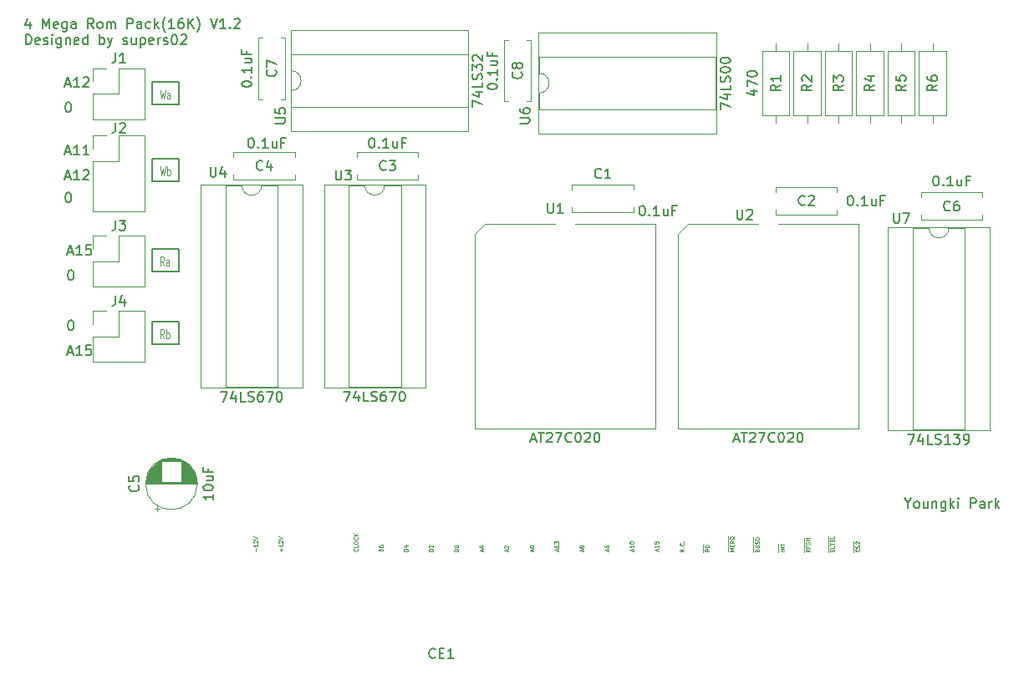
<source format=gbr>
%TF.GenerationSoftware,KiCad,Pcbnew,7.0.1*%
%TF.CreationDate,2023-06-02T18:32:51+09:00*%
%TF.ProjectId,project2_2,70726f6a-6563-4743-925f-322e6b696361,rev?*%
%TF.SameCoordinates,Original*%
%TF.FileFunction,Legend,Top*%
%TF.FilePolarity,Positive*%
%FSLAX46Y46*%
G04 Gerber Fmt 4.6, Leading zero omitted, Abs format (unit mm)*
G04 Created by KiCad (PCBNEW 7.0.1) date 2023-06-02 18:32:51*
%MOMM*%
%LPD*%
G01*
G04 APERTURE LIST*
%ADD10C,0.150000*%
%ADD11C,0.200000*%
%ADD12C,0.125000*%
%ADD13C,0.100000*%
%ADD14C,0.120000*%
G04 APERTURE END LIST*
D10*
X112696571Y-119781619D02*
X112791809Y-119781619D01*
X112791809Y-119781619D02*
X112887047Y-119829238D01*
X112887047Y-119829238D02*
X112934666Y-119876857D01*
X112934666Y-119876857D02*
X112982285Y-119972095D01*
X112982285Y-119972095D02*
X113029904Y-120162571D01*
X113029904Y-120162571D02*
X113029904Y-120400666D01*
X113029904Y-120400666D02*
X112982285Y-120591142D01*
X112982285Y-120591142D02*
X112934666Y-120686380D01*
X112934666Y-120686380D02*
X112887047Y-120734000D01*
X112887047Y-120734000D02*
X112791809Y-120781619D01*
X112791809Y-120781619D02*
X112696571Y-120781619D01*
X112696571Y-120781619D02*
X112601333Y-120734000D01*
X112601333Y-120734000D02*
X112553714Y-120686380D01*
X112553714Y-120686380D02*
X112506095Y-120591142D01*
X112506095Y-120591142D02*
X112458476Y-120400666D01*
X112458476Y-120400666D02*
X112458476Y-120162571D01*
X112458476Y-120162571D02*
X112506095Y-119972095D01*
X112506095Y-119972095D02*
X112553714Y-119876857D01*
X112553714Y-119876857D02*
X112601333Y-119829238D01*
X112601333Y-119829238D02*
X112696571Y-119781619D01*
X112204476Y-105255904D02*
X112680666Y-105255904D01*
X112109238Y-105541619D02*
X112442571Y-104541619D01*
X112442571Y-104541619D02*
X112775904Y-105541619D01*
X113633047Y-105541619D02*
X113061619Y-105541619D01*
X113347333Y-105541619D02*
X113347333Y-104541619D01*
X113347333Y-104541619D02*
X113252095Y-104684476D01*
X113252095Y-104684476D02*
X113156857Y-104779714D01*
X113156857Y-104779714D02*
X113061619Y-104827333D01*
X114014000Y-104636857D02*
X114061619Y-104589238D01*
X114061619Y-104589238D02*
X114156857Y-104541619D01*
X114156857Y-104541619D02*
X114394952Y-104541619D01*
X114394952Y-104541619D02*
X114490190Y-104589238D01*
X114490190Y-104589238D02*
X114537809Y-104636857D01*
X114537809Y-104636857D02*
X114585428Y-104732095D01*
X114585428Y-104732095D02*
X114585428Y-104827333D01*
X114585428Y-104827333D02*
X114537809Y-104970190D01*
X114537809Y-104970190D02*
X113966381Y-105541619D01*
X113966381Y-105541619D02*
X114585428Y-105541619D01*
X197532571Y-138339428D02*
X197532571Y-138815619D01*
X197199238Y-137815619D02*
X197532571Y-138339428D01*
X197532571Y-138339428D02*
X197865904Y-137815619D01*
X198342095Y-138815619D02*
X198246857Y-138768000D01*
X198246857Y-138768000D02*
X198199238Y-138720380D01*
X198199238Y-138720380D02*
X198151619Y-138625142D01*
X198151619Y-138625142D02*
X198151619Y-138339428D01*
X198151619Y-138339428D02*
X198199238Y-138244190D01*
X198199238Y-138244190D02*
X198246857Y-138196571D01*
X198246857Y-138196571D02*
X198342095Y-138148952D01*
X198342095Y-138148952D02*
X198484952Y-138148952D01*
X198484952Y-138148952D02*
X198580190Y-138196571D01*
X198580190Y-138196571D02*
X198627809Y-138244190D01*
X198627809Y-138244190D02*
X198675428Y-138339428D01*
X198675428Y-138339428D02*
X198675428Y-138625142D01*
X198675428Y-138625142D02*
X198627809Y-138720380D01*
X198627809Y-138720380D02*
X198580190Y-138768000D01*
X198580190Y-138768000D02*
X198484952Y-138815619D01*
X198484952Y-138815619D02*
X198342095Y-138815619D01*
X199532571Y-138148952D02*
X199532571Y-138815619D01*
X199104000Y-138148952D02*
X199104000Y-138672761D01*
X199104000Y-138672761D02*
X199151619Y-138768000D01*
X199151619Y-138768000D02*
X199246857Y-138815619D01*
X199246857Y-138815619D02*
X199389714Y-138815619D01*
X199389714Y-138815619D02*
X199484952Y-138768000D01*
X199484952Y-138768000D02*
X199532571Y-138720380D01*
X200008762Y-138148952D02*
X200008762Y-138815619D01*
X200008762Y-138244190D02*
X200056381Y-138196571D01*
X200056381Y-138196571D02*
X200151619Y-138148952D01*
X200151619Y-138148952D02*
X200294476Y-138148952D01*
X200294476Y-138148952D02*
X200389714Y-138196571D01*
X200389714Y-138196571D02*
X200437333Y-138291809D01*
X200437333Y-138291809D02*
X200437333Y-138815619D01*
X201342095Y-138148952D02*
X201342095Y-138958476D01*
X201342095Y-138958476D02*
X201294476Y-139053714D01*
X201294476Y-139053714D02*
X201246857Y-139101333D01*
X201246857Y-139101333D02*
X201151619Y-139148952D01*
X201151619Y-139148952D02*
X201008762Y-139148952D01*
X201008762Y-139148952D02*
X200913524Y-139101333D01*
X201342095Y-138768000D02*
X201246857Y-138815619D01*
X201246857Y-138815619D02*
X201056381Y-138815619D01*
X201056381Y-138815619D02*
X200961143Y-138768000D01*
X200961143Y-138768000D02*
X200913524Y-138720380D01*
X200913524Y-138720380D02*
X200865905Y-138625142D01*
X200865905Y-138625142D02*
X200865905Y-138339428D01*
X200865905Y-138339428D02*
X200913524Y-138244190D01*
X200913524Y-138244190D02*
X200961143Y-138196571D01*
X200961143Y-138196571D02*
X201056381Y-138148952D01*
X201056381Y-138148952D02*
X201246857Y-138148952D01*
X201246857Y-138148952D02*
X201342095Y-138196571D01*
X201818286Y-138815619D02*
X201818286Y-137815619D01*
X201913524Y-138434666D02*
X202199238Y-138815619D01*
X202199238Y-138148952D02*
X201818286Y-138529904D01*
X202627810Y-138815619D02*
X202627810Y-138148952D01*
X202627810Y-137815619D02*
X202580191Y-137863238D01*
X202580191Y-137863238D02*
X202627810Y-137910857D01*
X202627810Y-137910857D02*
X202675429Y-137863238D01*
X202675429Y-137863238D02*
X202627810Y-137815619D01*
X202627810Y-137815619D02*
X202627810Y-137910857D01*
X203865905Y-138815619D02*
X203865905Y-137815619D01*
X203865905Y-137815619D02*
X204246857Y-137815619D01*
X204246857Y-137815619D02*
X204342095Y-137863238D01*
X204342095Y-137863238D02*
X204389714Y-137910857D01*
X204389714Y-137910857D02*
X204437333Y-138006095D01*
X204437333Y-138006095D02*
X204437333Y-138148952D01*
X204437333Y-138148952D02*
X204389714Y-138244190D01*
X204389714Y-138244190D02*
X204342095Y-138291809D01*
X204342095Y-138291809D02*
X204246857Y-138339428D01*
X204246857Y-138339428D02*
X203865905Y-138339428D01*
X205294476Y-138815619D02*
X205294476Y-138291809D01*
X205294476Y-138291809D02*
X205246857Y-138196571D01*
X205246857Y-138196571D02*
X205151619Y-138148952D01*
X205151619Y-138148952D02*
X204961143Y-138148952D01*
X204961143Y-138148952D02*
X204865905Y-138196571D01*
X205294476Y-138768000D02*
X205199238Y-138815619D01*
X205199238Y-138815619D02*
X204961143Y-138815619D01*
X204961143Y-138815619D02*
X204865905Y-138768000D01*
X204865905Y-138768000D02*
X204818286Y-138672761D01*
X204818286Y-138672761D02*
X204818286Y-138577523D01*
X204818286Y-138577523D02*
X204865905Y-138482285D01*
X204865905Y-138482285D02*
X204961143Y-138434666D01*
X204961143Y-138434666D02*
X205199238Y-138434666D01*
X205199238Y-138434666D02*
X205294476Y-138387047D01*
X205770667Y-138815619D02*
X205770667Y-138148952D01*
X205770667Y-138339428D02*
X205818286Y-138244190D01*
X205818286Y-138244190D02*
X205865905Y-138196571D01*
X205865905Y-138196571D02*
X205961143Y-138148952D01*
X205961143Y-138148952D02*
X206056381Y-138148952D01*
X206389715Y-138815619D02*
X206389715Y-137815619D01*
X206484953Y-138434666D02*
X206770667Y-138815619D01*
X206770667Y-138148952D02*
X206389715Y-138529904D01*
X112204476Y-102715904D02*
X112680666Y-102715904D01*
X112109238Y-103001619D02*
X112442571Y-102001619D01*
X112442571Y-102001619D02*
X112775904Y-103001619D01*
X113633047Y-103001619D02*
X113061619Y-103001619D01*
X113347333Y-103001619D02*
X113347333Y-102001619D01*
X113347333Y-102001619D02*
X113252095Y-102144476D01*
X113252095Y-102144476D02*
X113156857Y-102239714D01*
X113156857Y-102239714D02*
X113061619Y-102287333D01*
X114585428Y-103001619D02*
X114014000Y-103001619D01*
X114299714Y-103001619D02*
X114299714Y-102001619D01*
X114299714Y-102001619D02*
X114204476Y-102144476D01*
X114204476Y-102144476D02*
X114109238Y-102239714D01*
X114109238Y-102239714D02*
X114014000Y-102287333D01*
X112458476Y-112875904D02*
X112934666Y-112875904D01*
X112363238Y-113161619D02*
X112696571Y-112161619D01*
X112696571Y-112161619D02*
X113029904Y-113161619D01*
X113887047Y-113161619D02*
X113315619Y-113161619D01*
X113601333Y-113161619D02*
X113601333Y-112161619D01*
X113601333Y-112161619D02*
X113506095Y-112304476D01*
X113506095Y-112304476D02*
X113410857Y-112399714D01*
X113410857Y-112399714D02*
X113315619Y-112447333D01*
X114791809Y-112161619D02*
X114315619Y-112161619D01*
X114315619Y-112161619D02*
X114268000Y-112637809D01*
X114268000Y-112637809D02*
X114315619Y-112590190D01*
X114315619Y-112590190D02*
X114410857Y-112542571D01*
X114410857Y-112542571D02*
X114648952Y-112542571D01*
X114648952Y-112542571D02*
X114744190Y-112590190D01*
X114744190Y-112590190D02*
X114791809Y-112637809D01*
X114791809Y-112637809D02*
X114839428Y-112733047D01*
X114839428Y-112733047D02*
X114839428Y-112971142D01*
X114839428Y-112971142D02*
X114791809Y-113066380D01*
X114791809Y-113066380D02*
X114744190Y-113114000D01*
X114744190Y-113114000D02*
X114648952Y-113161619D01*
X114648952Y-113161619D02*
X114410857Y-113161619D01*
X114410857Y-113161619D02*
X114315619Y-113114000D01*
X114315619Y-113114000D02*
X114268000Y-113066380D01*
X112204476Y-95857904D02*
X112680666Y-95857904D01*
X112109238Y-96143619D02*
X112442571Y-95143619D01*
X112442571Y-95143619D02*
X112775904Y-96143619D01*
X113633047Y-96143619D02*
X113061619Y-96143619D01*
X113347333Y-96143619D02*
X113347333Y-95143619D01*
X113347333Y-95143619D02*
X113252095Y-95286476D01*
X113252095Y-95286476D02*
X113156857Y-95381714D01*
X113156857Y-95381714D02*
X113061619Y-95429333D01*
X114014000Y-95238857D02*
X114061619Y-95191238D01*
X114061619Y-95191238D02*
X114156857Y-95143619D01*
X114156857Y-95143619D02*
X114394952Y-95143619D01*
X114394952Y-95143619D02*
X114490190Y-95191238D01*
X114490190Y-95191238D02*
X114537809Y-95238857D01*
X114537809Y-95238857D02*
X114585428Y-95334095D01*
X114585428Y-95334095D02*
X114585428Y-95429333D01*
X114585428Y-95429333D02*
X114537809Y-95572190D01*
X114537809Y-95572190D02*
X113966381Y-96143619D01*
X113966381Y-96143619D02*
X114585428Y-96143619D01*
X112696571Y-114701619D02*
X112791809Y-114701619D01*
X112791809Y-114701619D02*
X112887047Y-114749238D01*
X112887047Y-114749238D02*
X112934666Y-114796857D01*
X112934666Y-114796857D02*
X112982285Y-114892095D01*
X112982285Y-114892095D02*
X113029904Y-115082571D01*
X113029904Y-115082571D02*
X113029904Y-115320666D01*
X113029904Y-115320666D02*
X112982285Y-115511142D01*
X112982285Y-115511142D02*
X112934666Y-115606380D01*
X112934666Y-115606380D02*
X112887047Y-115654000D01*
X112887047Y-115654000D02*
X112791809Y-115701619D01*
X112791809Y-115701619D02*
X112696571Y-115701619D01*
X112696571Y-115701619D02*
X112601333Y-115654000D01*
X112601333Y-115654000D02*
X112553714Y-115606380D01*
X112553714Y-115606380D02*
X112506095Y-115511142D01*
X112506095Y-115511142D02*
X112458476Y-115320666D01*
X112458476Y-115320666D02*
X112458476Y-115082571D01*
X112458476Y-115082571D02*
X112506095Y-114892095D01*
X112506095Y-114892095D02*
X112553714Y-114796857D01*
X112553714Y-114796857D02*
X112601333Y-114749238D01*
X112601333Y-114749238D02*
X112696571Y-114701619D01*
X112442571Y-97683619D02*
X112537809Y-97683619D01*
X112537809Y-97683619D02*
X112633047Y-97731238D01*
X112633047Y-97731238D02*
X112680666Y-97778857D01*
X112680666Y-97778857D02*
X112728285Y-97874095D01*
X112728285Y-97874095D02*
X112775904Y-98064571D01*
X112775904Y-98064571D02*
X112775904Y-98302666D01*
X112775904Y-98302666D02*
X112728285Y-98493142D01*
X112728285Y-98493142D02*
X112680666Y-98588380D01*
X112680666Y-98588380D02*
X112633047Y-98636000D01*
X112633047Y-98636000D02*
X112537809Y-98683619D01*
X112537809Y-98683619D02*
X112442571Y-98683619D01*
X112442571Y-98683619D02*
X112347333Y-98636000D01*
X112347333Y-98636000D02*
X112299714Y-98588380D01*
X112299714Y-98588380D02*
X112252095Y-98493142D01*
X112252095Y-98493142D02*
X112204476Y-98302666D01*
X112204476Y-98302666D02*
X112204476Y-98064571D01*
X112204476Y-98064571D02*
X112252095Y-97874095D01*
X112252095Y-97874095D02*
X112299714Y-97778857D01*
X112299714Y-97778857D02*
X112347333Y-97731238D01*
X112347333Y-97731238D02*
X112442571Y-97683619D01*
X112442571Y-106827619D02*
X112537809Y-106827619D01*
X112537809Y-106827619D02*
X112633047Y-106875238D01*
X112633047Y-106875238D02*
X112680666Y-106922857D01*
X112680666Y-106922857D02*
X112728285Y-107018095D01*
X112728285Y-107018095D02*
X112775904Y-107208571D01*
X112775904Y-107208571D02*
X112775904Y-107446666D01*
X112775904Y-107446666D02*
X112728285Y-107637142D01*
X112728285Y-107637142D02*
X112680666Y-107732380D01*
X112680666Y-107732380D02*
X112633047Y-107780000D01*
X112633047Y-107780000D02*
X112537809Y-107827619D01*
X112537809Y-107827619D02*
X112442571Y-107827619D01*
X112442571Y-107827619D02*
X112347333Y-107780000D01*
X112347333Y-107780000D02*
X112299714Y-107732380D01*
X112299714Y-107732380D02*
X112252095Y-107637142D01*
X112252095Y-107637142D02*
X112204476Y-107446666D01*
X112204476Y-107446666D02*
X112204476Y-107208571D01*
X112204476Y-107208571D02*
X112252095Y-107018095D01*
X112252095Y-107018095D02*
X112299714Y-106922857D01*
X112299714Y-106922857D02*
X112347333Y-106875238D01*
X112347333Y-106875238D02*
X112442571Y-106827619D01*
D11*
X108616666Y-89538952D02*
X108616666Y-90205619D01*
X108378571Y-89158000D02*
X108140476Y-89872285D01*
X108140476Y-89872285D02*
X108759523Y-89872285D01*
X109902381Y-90205619D02*
X109902381Y-89205619D01*
X109902381Y-89205619D02*
X110235714Y-89919904D01*
X110235714Y-89919904D02*
X110569047Y-89205619D01*
X110569047Y-89205619D02*
X110569047Y-90205619D01*
X111426190Y-90158000D02*
X111330952Y-90205619D01*
X111330952Y-90205619D02*
X111140476Y-90205619D01*
X111140476Y-90205619D02*
X111045238Y-90158000D01*
X111045238Y-90158000D02*
X110997619Y-90062761D01*
X110997619Y-90062761D02*
X110997619Y-89681809D01*
X110997619Y-89681809D02*
X111045238Y-89586571D01*
X111045238Y-89586571D02*
X111140476Y-89538952D01*
X111140476Y-89538952D02*
X111330952Y-89538952D01*
X111330952Y-89538952D02*
X111426190Y-89586571D01*
X111426190Y-89586571D02*
X111473809Y-89681809D01*
X111473809Y-89681809D02*
X111473809Y-89777047D01*
X111473809Y-89777047D02*
X110997619Y-89872285D01*
X112330952Y-89538952D02*
X112330952Y-90348476D01*
X112330952Y-90348476D02*
X112283333Y-90443714D01*
X112283333Y-90443714D02*
X112235714Y-90491333D01*
X112235714Y-90491333D02*
X112140476Y-90538952D01*
X112140476Y-90538952D02*
X111997619Y-90538952D01*
X111997619Y-90538952D02*
X111902381Y-90491333D01*
X112330952Y-90158000D02*
X112235714Y-90205619D01*
X112235714Y-90205619D02*
X112045238Y-90205619D01*
X112045238Y-90205619D02*
X111950000Y-90158000D01*
X111950000Y-90158000D02*
X111902381Y-90110380D01*
X111902381Y-90110380D02*
X111854762Y-90015142D01*
X111854762Y-90015142D02*
X111854762Y-89729428D01*
X111854762Y-89729428D02*
X111902381Y-89634190D01*
X111902381Y-89634190D02*
X111950000Y-89586571D01*
X111950000Y-89586571D02*
X112045238Y-89538952D01*
X112045238Y-89538952D02*
X112235714Y-89538952D01*
X112235714Y-89538952D02*
X112330952Y-89586571D01*
X113235714Y-90205619D02*
X113235714Y-89681809D01*
X113235714Y-89681809D02*
X113188095Y-89586571D01*
X113188095Y-89586571D02*
X113092857Y-89538952D01*
X113092857Y-89538952D02*
X112902381Y-89538952D01*
X112902381Y-89538952D02*
X112807143Y-89586571D01*
X113235714Y-90158000D02*
X113140476Y-90205619D01*
X113140476Y-90205619D02*
X112902381Y-90205619D01*
X112902381Y-90205619D02*
X112807143Y-90158000D01*
X112807143Y-90158000D02*
X112759524Y-90062761D01*
X112759524Y-90062761D02*
X112759524Y-89967523D01*
X112759524Y-89967523D02*
X112807143Y-89872285D01*
X112807143Y-89872285D02*
X112902381Y-89824666D01*
X112902381Y-89824666D02*
X113140476Y-89824666D01*
X113140476Y-89824666D02*
X113235714Y-89777047D01*
X115045238Y-90205619D02*
X114711905Y-89729428D01*
X114473810Y-90205619D02*
X114473810Y-89205619D01*
X114473810Y-89205619D02*
X114854762Y-89205619D01*
X114854762Y-89205619D02*
X114950000Y-89253238D01*
X114950000Y-89253238D02*
X114997619Y-89300857D01*
X114997619Y-89300857D02*
X115045238Y-89396095D01*
X115045238Y-89396095D02*
X115045238Y-89538952D01*
X115045238Y-89538952D02*
X114997619Y-89634190D01*
X114997619Y-89634190D02*
X114950000Y-89681809D01*
X114950000Y-89681809D02*
X114854762Y-89729428D01*
X114854762Y-89729428D02*
X114473810Y-89729428D01*
X115616667Y-90205619D02*
X115521429Y-90158000D01*
X115521429Y-90158000D02*
X115473810Y-90110380D01*
X115473810Y-90110380D02*
X115426191Y-90015142D01*
X115426191Y-90015142D02*
X115426191Y-89729428D01*
X115426191Y-89729428D02*
X115473810Y-89634190D01*
X115473810Y-89634190D02*
X115521429Y-89586571D01*
X115521429Y-89586571D02*
X115616667Y-89538952D01*
X115616667Y-89538952D02*
X115759524Y-89538952D01*
X115759524Y-89538952D02*
X115854762Y-89586571D01*
X115854762Y-89586571D02*
X115902381Y-89634190D01*
X115902381Y-89634190D02*
X115950000Y-89729428D01*
X115950000Y-89729428D02*
X115950000Y-90015142D01*
X115950000Y-90015142D02*
X115902381Y-90110380D01*
X115902381Y-90110380D02*
X115854762Y-90158000D01*
X115854762Y-90158000D02*
X115759524Y-90205619D01*
X115759524Y-90205619D02*
X115616667Y-90205619D01*
X116378572Y-90205619D02*
X116378572Y-89538952D01*
X116378572Y-89634190D02*
X116426191Y-89586571D01*
X116426191Y-89586571D02*
X116521429Y-89538952D01*
X116521429Y-89538952D02*
X116664286Y-89538952D01*
X116664286Y-89538952D02*
X116759524Y-89586571D01*
X116759524Y-89586571D02*
X116807143Y-89681809D01*
X116807143Y-89681809D02*
X116807143Y-90205619D01*
X116807143Y-89681809D02*
X116854762Y-89586571D01*
X116854762Y-89586571D02*
X116950000Y-89538952D01*
X116950000Y-89538952D02*
X117092857Y-89538952D01*
X117092857Y-89538952D02*
X117188096Y-89586571D01*
X117188096Y-89586571D02*
X117235715Y-89681809D01*
X117235715Y-89681809D02*
X117235715Y-90205619D01*
X118473810Y-90205619D02*
X118473810Y-89205619D01*
X118473810Y-89205619D02*
X118854762Y-89205619D01*
X118854762Y-89205619D02*
X118950000Y-89253238D01*
X118950000Y-89253238D02*
X118997619Y-89300857D01*
X118997619Y-89300857D02*
X119045238Y-89396095D01*
X119045238Y-89396095D02*
X119045238Y-89538952D01*
X119045238Y-89538952D02*
X118997619Y-89634190D01*
X118997619Y-89634190D02*
X118950000Y-89681809D01*
X118950000Y-89681809D02*
X118854762Y-89729428D01*
X118854762Y-89729428D02*
X118473810Y-89729428D01*
X119902381Y-90205619D02*
X119902381Y-89681809D01*
X119902381Y-89681809D02*
X119854762Y-89586571D01*
X119854762Y-89586571D02*
X119759524Y-89538952D01*
X119759524Y-89538952D02*
X119569048Y-89538952D01*
X119569048Y-89538952D02*
X119473810Y-89586571D01*
X119902381Y-90158000D02*
X119807143Y-90205619D01*
X119807143Y-90205619D02*
X119569048Y-90205619D01*
X119569048Y-90205619D02*
X119473810Y-90158000D01*
X119473810Y-90158000D02*
X119426191Y-90062761D01*
X119426191Y-90062761D02*
X119426191Y-89967523D01*
X119426191Y-89967523D02*
X119473810Y-89872285D01*
X119473810Y-89872285D02*
X119569048Y-89824666D01*
X119569048Y-89824666D02*
X119807143Y-89824666D01*
X119807143Y-89824666D02*
X119902381Y-89777047D01*
X120807143Y-90158000D02*
X120711905Y-90205619D01*
X120711905Y-90205619D02*
X120521429Y-90205619D01*
X120521429Y-90205619D02*
X120426191Y-90158000D01*
X120426191Y-90158000D02*
X120378572Y-90110380D01*
X120378572Y-90110380D02*
X120330953Y-90015142D01*
X120330953Y-90015142D02*
X120330953Y-89729428D01*
X120330953Y-89729428D02*
X120378572Y-89634190D01*
X120378572Y-89634190D02*
X120426191Y-89586571D01*
X120426191Y-89586571D02*
X120521429Y-89538952D01*
X120521429Y-89538952D02*
X120711905Y-89538952D01*
X120711905Y-89538952D02*
X120807143Y-89586571D01*
X121235715Y-90205619D02*
X121235715Y-89205619D01*
X121330953Y-89824666D02*
X121616667Y-90205619D01*
X121616667Y-89538952D02*
X121235715Y-89919904D01*
X122330953Y-90586571D02*
X122283334Y-90538952D01*
X122283334Y-90538952D02*
X122188096Y-90396095D01*
X122188096Y-90396095D02*
X122140477Y-90300857D01*
X122140477Y-90300857D02*
X122092858Y-90158000D01*
X122092858Y-90158000D02*
X122045239Y-89919904D01*
X122045239Y-89919904D02*
X122045239Y-89729428D01*
X122045239Y-89729428D02*
X122092858Y-89491333D01*
X122092858Y-89491333D02*
X122140477Y-89348476D01*
X122140477Y-89348476D02*
X122188096Y-89253238D01*
X122188096Y-89253238D02*
X122283334Y-89110380D01*
X122283334Y-89110380D02*
X122330953Y-89062761D01*
X123235715Y-90205619D02*
X122664287Y-90205619D01*
X122950001Y-90205619D02*
X122950001Y-89205619D01*
X122950001Y-89205619D02*
X122854763Y-89348476D01*
X122854763Y-89348476D02*
X122759525Y-89443714D01*
X122759525Y-89443714D02*
X122664287Y-89491333D01*
X124092858Y-89205619D02*
X123902382Y-89205619D01*
X123902382Y-89205619D02*
X123807144Y-89253238D01*
X123807144Y-89253238D02*
X123759525Y-89300857D01*
X123759525Y-89300857D02*
X123664287Y-89443714D01*
X123664287Y-89443714D02*
X123616668Y-89634190D01*
X123616668Y-89634190D02*
X123616668Y-90015142D01*
X123616668Y-90015142D02*
X123664287Y-90110380D01*
X123664287Y-90110380D02*
X123711906Y-90158000D01*
X123711906Y-90158000D02*
X123807144Y-90205619D01*
X123807144Y-90205619D02*
X123997620Y-90205619D01*
X123997620Y-90205619D02*
X124092858Y-90158000D01*
X124092858Y-90158000D02*
X124140477Y-90110380D01*
X124140477Y-90110380D02*
X124188096Y-90015142D01*
X124188096Y-90015142D02*
X124188096Y-89777047D01*
X124188096Y-89777047D02*
X124140477Y-89681809D01*
X124140477Y-89681809D02*
X124092858Y-89634190D01*
X124092858Y-89634190D02*
X123997620Y-89586571D01*
X123997620Y-89586571D02*
X123807144Y-89586571D01*
X123807144Y-89586571D02*
X123711906Y-89634190D01*
X123711906Y-89634190D02*
X123664287Y-89681809D01*
X123664287Y-89681809D02*
X123616668Y-89777047D01*
X124616668Y-90205619D02*
X124616668Y-89205619D01*
X125188096Y-90205619D02*
X124759525Y-89634190D01*
X125188096Y-89205619D02*
X124616668Y-89777047D01*
X125521430Y-90586571D02*
X125569049Y-90538952D01*
X125569049Y-90538952D02*
X125664287Y-90396095D01*
X125664287Y-90396095D02*
X125711906Y-90300857D01*
X125711906Y-90300857D02*
X125759525Y-90158000D01*
X125759525Y-90158000D02*
X125807144Y-89919904D01*
X125807144Y-89919904D02*
X125807144Y-89729428D01*
X125807144Y-89729428D02*
X125759525Y-89491333D01*
X125759525Y-89491333D02*
X125711906Y-89348476D01*
X125711906Y-89348476D02*
X125664287Y-89253238D01*
X125664287Y-89253238D02*
X125569049Y-89110380D01*
X125569049Y-89110380D02*
X125521430Y-89062761D01*
X126902383Y-89205619D02*
X127235716Y-90205619D01*
X127235716Y-90205619D02*
X127569049Y-89205619D01*
X128426192Y-90205619D02*
X127854764Y-90205619D01*
X128140478Y-90205619D02*
X128140478Y-89205619D01*
X128140478Y-89205619D02*
X128045240Y-89348476D01*
X128045240Y-89348476D02*
X127950002Y-89443714D01*
X127950002Y-89443714D02*
X127854764Y-89491333D01*
X128854764Y-90110380D02*
X128902383Y-90158000D01*
X128902383Y-90158000D02*
X128854764Y-90205619D01*
X128854764Y-90205619D02*
X128807145Y-90158000D01*
X128807145Y-90158000D02*
X128854764Y-90110380D01*
X128854764Y-90110380D02*
X128854764Y-90205619D01*
X129283335Y-89300857D02*
X129330954Y-89253238D01*
X129330954Y-89253238D02*
X129426192Y-89205619D01*
X129426192Y-89205619D02*
X129664287Y-89205619D01*
X129664287Y-89205619D02*
X129759525Y-89253238D01*
X129759525Y-89253238D02*
X129807144Y-89300857D01*
X129807144Y-89300857D02*
X129854763Y-89396095D01*
X129854763Y-89396095D02*
X129854763Y-89491333D01*
X129854763Y-89491333D02*
X129807144Y-89634190D01*
X129807144Y-89634190D02*
X129235716Y-90205619D01*
X129235716Y-90205619D02*
X129854763Y-90205619D01*
X108188095Y-91825619D02*
X108188095Y-90825619D01*
X108188095Y-90825619D02*
X108426190Y-90825619D01*
X108426190Y-90825619D02*
X108569047Y-90873238D01*
X108569047Y-90873238D02*
X108664285Y-90968476D01*
X108664285Y-90968476D02*
X108711904Y-91063714D01*
X108711904Y-91063714D02*
X108759523Y-91254190D01*
X108759523Y-91254190D02*
X108759523Y-91397047D01*
X108759523Y-91397047D02*
X108711904Y-91587523D01*
X108711904Y-91587523D02*
X108664285Y-91682761D01*
X108664285Y-91682761D02*
X108569047Y-91778000D01*
X108569047Y-91778000D02*
X108426190Y-91825619D01*
X108426190Y-91825619D02*
X108188095Y-91825619D01*
X109569047Y-91778000D02*
X109473809Y-91825619D01*
X109473809Y-91825619D02*
X109283333Y-91825619D01*
X109283333Y-91825619D02*
X109188095Y-91778000D01*
X109188095Y-91778000D02*
X109140476Y-91682761D01*
X109140476Y-91682761D02*
X109140476Y-91301809D01*
X109140476Y-91301809D02*
X109188095Y-91206571D01*
X109188095Y-91206571D02*
X109283333Y-91158952D01*
X109283333Y-91158952D02*
X109473809Y-91158952D01*
X109473809Y-91158952D02*
X109569047Y-91206571D01*
X109569047Y-91206571D02*
X109616666Y-91301809D01*
X109616666Y-91301809D02*
X109616666Y-91397047D01*
X109616666Y-91397047D02*
X109140476Y-91492285D01*
X109997619Y-91778000D02*
X110092857Y-91825619D01*
X110092857Y-91825619D02*
X110283333Y-91825619D01*
X110283333Y-91825619D02*
X110378571Y-91778000D01*
X110378571Y-91778000D02*
X110426190Y-91682761D01*
X110426190Y-91682761D02*
X110426190Y-91635142D01*
X110426190Y-91635142D02*
X110378571Y-91539904D01*
X110378571Y-91539904D02*
X110283333Y-91492285D01*
X110283333Y-91492285D02*
X110140476Y-91492285D01*
X110140476Y-91492285D02*
X110045238Y-91444666D01*
X110045238Y-91444666D02*
X109997619Y-91349428D01*
X109997619Y-91349428D02*
X109997619Y-91301809D01*
X109997619Y-91301809D02*
X110045238Y-91206571D01*
X110045238Y-91206571D02*
X110140476Y-91158952D01*
X110140476Y-91158952D02*
X110283333Y-91158952D01*
X110283333Y-91158952D02*
X110378571Y-91206571D01*
X110854762Y-91825619D02*
X110854762Y-91158952D01*
X110854762Y-90825619D02*
X110807143Y-90873238D01*
X110807143Y-90873238D02*
X110854762Y-90920857D01*
X110854762Y-90920857D02*
X110902381Y-90873238D01*
X110902381Y-90873238D02*
X110854762Y-90825619D01*
X110854762Y-90825619D02*
X110854762Y-90920857D01*
X111759523Y-91158952D02*
X111759523Y-91968476D01*
X111759523Y-91968476D02*
X111711904Y-92063714D01*
X111711904Y-92063714D02*
X111664285Y-92111333D01*
X111664285Y-92111333D02*
X111569047Y-92158952D01*
X111569047Y-92158952D02*
X111426190Y-92158952D01*
X111426190Y-92158952D02*
X111330952Y-92111333D01*
X111759523Y-91778000D02*
X111664285Y-91825619D01*
X111664285Y-91825619D02*
X111473809Y-91825619D01*
X111473809Y-91825619D02*
X111378571Y-91778000D01*
X111378571Y-91778000D02*
X111330952Y-91730380D01*
X111330952Y-91730380D02*
X111283333Y-91635142D01*
X111283333Y-91635142D02*
X111283333Y-91349428D01*
X111283333Y-91349428D02*
X111330952Y-91254190D01*
X111330952Y-91254190D02*
X111378571Y-91206571D01*
X111378571Y-91206571D02*
X111473809Y-91158952D01*
X111473809Y-91158952D02*
X111664285Y-91158952D01*
X111664285Y-91158952D02*
X111759523Y-91206571D01*
X112235714Y-91158952D02*
X112235714Y-91825619D01*
X112235714Y-91254190D02*
X112283333Y-91206571D01*
X112283333Y-91206571D02*
X112378571Y-91158952D01*
X112378571Y-91158952D02*
X112521428Y-91158952D01*
X112521428Y-91158952D02*
X112616666Y-91206571D01*
X112616666Y-91206571D02*
X112664285Y-91301809D01*
X112664285Y-91301809D02*
X112664285Y-91825619D01*
X113521428Y-91778000D02*
X113426190Y-91825619D01*
X113426190Y-91825619D02*
X113235714Y-91825619D01*
X113235714Y-91825619D02*
X113140476Y-91778000D01*
X113140476Y-91778000D02*
X113092857Y-91682761D01*
X113092857Y-91682761D02*
X113092857Y-91301809D01*
X113092857Y-91301809D02*
X113140476Y-91206571D01*
X113140476Y-91206571D02*
X113235714Y-91158952D01*
X113235714Y-91158952D02*
X113426190Y-91158952D01*
X113426190Y-91158952D02*
X113521428Y-91206571D01*
X113521428Y-91206571D02*
X113569047Y-91301809D01*
X113569047Y-91301809D02*
X113569047Y-91397047D01*
X113569047Y-91397047D02*
X113092857Y-91492285D01*
X114426190Y-91825619D02*
X114426190Y-90825619D01*
X114426190Y-91778000D02*
X114330952Y-91825619D01*
X114330952Y-91825619D02*
X114140476Y-91825619D01*
X114140476Y-91825619D02*
X114045238Y-91778000D01*
X114045238Y-91778000D02*
X113997619Y-91730380D01*
X113997619Y-91730380D02*
X113950000Y-91635142D01*
X113950000Y-91635142D02*
X113950000Y-91349428D01*
X113950000Y-91349428D02*
X113997619Y-91254190D01*
X113997619Y-91254190D02*
X114045238Y-91206571D01*
X114045238Y-91206571D02*
X114140476Y-91158952D01*
X114140476Y-91158952D02*
X114330952Y-91158952D01*
X114330952Y-91158952D02*
X114426190Y-91206571D01*
X115664286Y-91825619D02*
X115664286Y-90825619D01*
X115664286Y-91206571D02*
X115759524Y-91158952D01*
X115759524Y-91158952D02*
X115950000Y-91158952D01*
X115950000Y-91158952D02*
X116045238Y-91206571D01*
X116045238Y-91206571D02*
X116092857Y-91254190D01*
X116092857Y-91254190D02*
X116140476Y-91349428D01*
X116140476Y-91349428D02*
X116140476Y-91635142D01*
X116140476Y-91635142D02*
X116092857Y-91730380D01*
X116092857Y-91730380D02*
X116045238Y-91778000D01*
X116045238Y-91778000D02*
X115950000Y-91825619D01*
X115950000Y-91825619D02*
X115759524Y-91825619D01*
X115759524Y-91825619D02*
X115664286Y-91778000D01*
X116473810Y-91158952D02*
X116711905Y-91825619D01*
X116950000Y-91158952D02*
X116711905Y-91825619D01*
X116711905Y-91825619D02*
X116616667Y-92063714D01*
X116616667Y-92063714D02*
X116569048Y-92111333D01*
X116569048Y-92111333D02*
X116473810Y-92158952D01*
X118045239Y-91778000D02*
X118140477Y-91825619D01*
X118140477Y-91825619D02*
X118330953Y-91825619D01*
X118330953Y-91825619D02*
X118426191Y-91778000D01*
X118426191Y-91778000D02*
X118473810Y-91682761D01*
X118473810Y-91682761D02*
X118473810Y-91635142D01*
X118473810Y-91635142D02*
X118426191Y-91539904D01*
X118426191Y-91539904D02*
X118330953Y-91492285D01*
X118330953Y-91492285D02*
X118188096Y-91492285D01*
X118188096Y-91492285D02*
X118092858Y-91444666D01*
X118092858Y-91444666D02*
X118045239Y-91349428D01*
X118045239Y-91349428D02*
X118045239Y-91301809D01*
X118045239Y-91301809D02*
X118092858Y-91206571D01*
X118092858Y-91206571D02*
X118188096Y-91158952D01*
X118188096Y-91158952D02*
X118330953Y-91158952D01*
X118330953Y-91158952D02*
X118426191Y-91206571D01*
X119330953Y-91158952D02*
X119330953Y-91825619D01*
X118902382Y-91158952D02*
X118902382Y-91682761D01*
X118902382Y-91682761D02*
X118950001Y-91778000D01*
X118950001Y-91778000D02*
X119045239Y-91825619D01*
X119045239Y-91825619D02*
X119188096Y-91825619D01*
X119188096Y-91825619D02*
X119283334Y-91778000D01*
X119283334Y-91778000D02*
X119330953Y-91730380D01*
X119807144Y-91158952D02*
X119807144Y-92158952D01*
X119807144Y-91206571D02*
X119902382Y-91158952D01*
X119902382Y-91158952D02*
X120092858Y-91158952D01*
X120092858Y-91158952D02*
X120188096Y-91206571D01*
X120188096Y-91206571D02*
X120235715Y-91254190D01*
X120235715Y-91254190D02*
X120283334Y-91349428D01*
X120283334Y-91349428D02*
X120283334Y-91635142D01*
X120283334Y-91635142D02*
X120235715Y-91730380D01*
X120235715Y-91730380D02*
X120188096Y-91778000D01*
X120188096Y-91778000D02*
X120092858Y-91825619D01*
X120092858Y-91825619D02*
X119902382Y-91825619D01*
X119902382Y-91825619D02*
X119807144Y-91778000D01*
X121092858Y-91778000D02*
X120997620Y-91825619D01*
X120997620Y-91825619D02*
X120807144Y-91825619D01*
X120807144Y-91825619D02*
X120711906Y-91778000D01*
X120711906Y-91778000D02*
X120664287Y-91682761D01*
X120664287Y-91682761D02*
X120664287Y-91301809D01*
X120664287Y-91301809D02*
X120711906Y-91206571D01*
X120711906Y-91206571D02*
X120807144Y-91158952D01*
X120807144Y-91158952D02*
X120997620Y-91158952D01*
X120997620Y-91158952D02*
X121092858Y-91206571D01*
X121092858Y-91206571D02*
X121140477Y-91301809D01*
X121140477Y-91301809D02*
X121140477Y-91397047D01*
X121140477Y-91397047D02*
X120664287Y-91492285D01*
X121569049Y-91825619D02*
X121569049Y-91158952D01*
X121569049Y-91349428D02*
X121616668Y-91254190D01*
X121616668Y-91254190D02*
X121664287Y-91206571D01*
X121664287Y-91206571D02*
X121759525Y-91158952D01*
X121759525Y-91158952D02*
X121854763Y-91158952D01*
X122140478Y-91778000D02*
X122235716Y-91825619D01*
X122235716Y-91825619D02*
X122426192Y-91825619D01*
X122426192Y-91825619D02*
X122521430Y-91778000D01*
X122521430Y-91778000D02*
X122569049Y-91682761D01*
X122569049Y-91682761D02*
X122569049Y-91635142D01*
X122569049Y-91635142D02*
X122521430Y-91539904D01*
X122521430Y-91539904D02*
X122426192Y-91492285D01*
X122426192Y-91492285D02*
X122283335Y-91492285D01*
X122283335Y-91492285D02*
X122188097Y-91444666D01*
X122188097Y-91444666D02*
X122140478Y-91349428D01*
X122140478Y-91349428D02*
X122140478Y-91301809D01*
X122140478Y-91301809D02*
X122188097Y-91206571D01*
X122188097Y-91206571D02*
X122283335Y-91158952D01*
X122283335Y-91158952D02*
X122426192Y-91158952D01*
X122426192Y-91158952D02*
X122521430Y-91206571D01*
X123188097Y-90825619D02*
X123283335Y-90825619D01*
X123283335Y-90825619D02*
X123378573Y-90873238D01*
X123378573Y-90873238D02*
X123426192Y-90920857D01*
X123426192Y-90920857D02*
X123473811Y-91016095D01*
X123473811Y-91016095D02*
X123521430Y-91206571D01*
X123521430Y-91206571D02*
X123521430Y-91444666D01*
X123521430Y-91444666D02*
X123473811Y-91635142D01*
X123473811Y-91635142D02*
X123426192Y-91730380D01*
X123426192Y-91730380D02*
X123378573Y-91778000D01*
X123378573Y-91778000D02*
X123283335Y-91825619D01*
X123283335Y-91825619D02*
X123188097Y-91825619D01*
X123188097Y-91825619D02*
X123092859Y-91778000D01*
X123092859Y-91778000D02*
X123045240Y-91730380D01*
X123045240Y-91730380D02*
X122997621Y-91635142D01*
X122997621Y-91635142D02*
X122950002Y-91444666D01*
X122950002Y-91444666D02*
X122950002Y-91206571D01*
X122950002Y-91206571D02*
X122997621Y-91016095D01*
X122997621Y-91016095D02*
X123045240Y-90920857D01*
X123045240Y-90920857D02*
X123092859Y-90873238D01*
X123092859Y-90873238D02*
X123188097Y-90825619D01*
X123902383Y-90920857D02*
X123950002Y-90873238D01*
X123950002Y-90873238D02*
X124045240Y-90825619D01*
X124045240Y-90825619D02*
X124283335Y-90825619D01*
X124283335Y-90825619D02*
X124378573Y-90873238D01*
X124378573Y-90873238D02*
X124426192Y-90920857D01*
X124426192Y-90920857D02*
X124473811Y-91016095D01*
X124473811Y-91016095D02*
X124473811Y-91111333D01*
X124473811Y-91111333D02*
X124426192Y-91254190D01*
X124426192Y-91254190D02*
X123854764Y-91825619D01*
X123854764Y-91825619D02*
X124473811Y-91825619D01*
D10*
X112458476Y-123035904D02*
X112934666Y-123035904D01*
X112363238Y-123321619D02*
X112696571Y-122321619D01*
X112696571Y-122321619D02*
X113029904Y-123321619D01*
X113887047Y-123321619D02*
X113315619Y-123321619D01*
X113601333Y-123321619D02*
X113601333Y-122321619D01*
X113601333Y-122321619D02*
X113506095Y-122464476D01*
X113506095Y-122464476D02*
X113410857Y-122559714D01*
X113410857Y-122559714D02*
X113315619Y-122607333D01*
X114791809Y-122321619D02*
X114315619Y-122321619D01*
X114315619Y-122321619D02*
X114268000Y-122797809D01*
X114268000Y-122797809D02*
X114315619Y-122750190D01*
X114315619Y-122750190D02*
X114410857Y-122702571D01*
X114410857Y-122702571D02*
X114648952Y-122702571D01*
X114648952Y-122702571D02*
X114744190Y-122750190D01*
X114744190Y-122750190D02*
X114791809Y-122797809D01*
X114791809Y-122797809D02*
X114839428Y-122893047D01*
X114839428Y-122893047D02*
X114839428Y-123131142D01*
X114839428Y-123131142D02*
X114791809Y-123226380D01*
X114791809Y-123226380D02*
X114744190Y-123274000D01*
X114744190Y-123274000D02*
X114648952Y-123321619D01*
X114648952Y-123321619D02*
X114410857Y-123321619D01*
X114410857Y-123321619D02*
X114315619Y-123274000D01*
X114315619Y-123274000D02*
X114268000Y-123226380D01*
D12*
X121788253Y-104211516D02*
X121931110Y-105111516D01*
X121931110Y-105111516D02*
X122045396Y-104468659D01*
X122045396Y-104468659D02*
X122159681Y-105111516D01*
X122159681Y-105111516D02*
X122302539Y-104211516D01*
X122531110Y-105111516D02*
X122531110Y-104211516D01*
X122531110Y-104554373D02*
X122588253Y-104511516D01*
X122588253Y-104511516D02*
X122702538Y-104511516D01*
X122702538Y-104511516D02*
X122759681Y-104554373D01*
X122759681Y-104554373D02*
X122788253Y-104597230D01*
X122788253Y-104597230D02*
X122816824Y-104682944D01*
X122816824Y-104682944D02*
X122816824Y-104940087D01*
X122816824Y-104940087D02*
X122788253Y-105025801D01*
X122788253Y-105025801D02*
X122759681Y-105068659D01*
X122759681Y-105068659D02*
X122702538Y-105111516D01*
X122702538Y-105111516D02*
X122588253Y-105111516D01*
X122588253Y-105111516D02*
X122531110Y-105068659D01*
D10*
X120952539Y-103418659D02*
X123698000Y-103418659D01*
X123698000Y-105664000D01*
X120952539Y-105664000D01*
X120952539Y-103418659D01*
D12*
X122188253Y-114255516D02*
X121988253Y-113826944D01*
X121845396Y-114255516D02*
X121845396Y-113355516D01*
X121845396Y-113355516D02*
X122073967Y-113355516D01*
X122073967Y-113355516D02*
X122131110Y-113398373D01*
X122131110Y-113398373D02*
X122159681Y-113441230D01*
X122159681Y-113441230D02*
X122188253Y-113526944D01*
X122188253Y-113526944D02*
X122188253Y-113655516D01*
X122188253Y-113655516D02*
X122159681Y-113741230D01*
X122159681Y-113741230D02*
X122131110Y-113784087D01*
X122131110Y-113784087D02*
X122073967Y-113826944D01*
X122073967Y-113826944D02*
X121845396Y-113826944D01*
X122702539Y-114255516D02*
X122702539Y-113784087D01*
X122702539Y-113784087D02*
X122673967Y-113698373D01*
X122673967Y-113698373D02*
X122616824Y-113655516D01*
X122616824Y-113655516D02*
X122502539Y-113655516D01*
X122502539Y-113655516D02*
X122445396Y-113698373D01*
X122702539Y-114212659D02*
X122645396Y-114255516D01*
X122645396Y-114255516D02*
X122502539Y-114255516D01*
X122502539Y-114255516D02*
X122445396Y-114212659D01*
X122445396Y-114212659D02*
X122416824Y-114126944D01*
X122416824Y-114126944D02*
X122416824Y-114041230D01*
X122416824Y-114041230D02*
X122445396Y-113955516D01*
X122445396Y-113955516D02*
X122502539Y-113912659D01*
X122502539Y-113912659D02*
X122645396Y-113912659D01*
X122645396Y-113912659D02*
X122702539Y-113869801D01*
D10*
X120952539Y-112562659D02*
X123698000Y-112562659D01*
X123698000Y-114808000D01*
X120952539Y-114808000D01*
X120952539Y-112562659D01*
D12*
X121788253Y-96444186D02*
X121931110Y-97344186D01*
X121931110Y-97344186D02*
X122045396Y-96701329D01*
X122045396Y-96701329D02*
X122159681Y-97344186D01*
X122159681Y-97344186D02*
X122302539Y-96444186D01*
X122788253Y-97344186D02*
X122788253Y-96872757D01*
X122788253Y-96872757D02*
X122759681Y-96787043D01*
X122759681Y-96787043D02*
X122702538Y-96744186D01*
X122702538Y-96744186D02*
X122588253Y-96744186D01*
X122588253Y-96744186D02*
X122531110Y-96787043D01*
X122788253Y-97301329D02*
X122731110Y-97344186D01*
X122731110Y-97344186D02*
X122588253Y-97344186D01*
X122588253Y-97344186D02*
X122531110Y-97301329D01*
X122531110Y-97301329D02*
X122502538Y-97215614D01*
X122502538Y-97215614D02*
X122502538Y-97129900D01*
X122502538Y-97129900D02*
X122531110Y-97044186D01*
X122531110Y-97044186D02*
X122588253Y-97001329D01*
X122588253Y-97001329D02*
X122731110Y-97001329D01*
X122731110Y-97001329D02*
X122788253Y-96958471D01*
D10*
X120952539Y-95651329D02*
X123698000Y-95651329D01*
X123698000Y-97896670D01*
X120952539Y-97896670D01*
X120952539Y-95651329D01*
D12*
X122188253Y-121621516D02*
X121988253Y-121192944D01*
X121845396Y-121621516D02*
X121845396Y-120721516D01*
X121845396Y-120721516D02*
X122073967Y-120721516D01*
X122073967Y-120721516D02*
X122131110Y-120764373D01*
X122131110Y-120764373D02*
X122159681Y-120807230D01*
X122159681Y-120807230D02*
X122188253Y-120892944D01*
X122188253Y-120892944D02*
X122188253Y-121021516D01*
X122188253Y-121021516D02*
X122159681Y-121107230D01*
X122159681Y-121107230D02*
X122131110Y-121150087D01*
X122131110Y-121150087D02*
X122073967Y-121192944D01*
X122073967Y-121192944D02*
X121845396Y-121192944D01*
X122445396Y-121621516D02*
X122445396Y-120721516D01*
X122445396Y-121064373D02*
X122502539Y-121021516D01*
X122502539Y-121021516D02*
X122616824Y-121021516D01*
X122616824Y-121021516D02*
X122673967Y-121064373D01*
X122673967Y-121064373D02*
X122702539Y-121107230D01*
X122702539Y-121107230D02*
X122731110Y-121192944D01*
X122731110Y-121192944D02*
X122731110Y-121450087D01*
X122731110Y-121450087D02*
X122702539Y-121535801D01*
X122702539Y-121535801D02*
X122673967Y-121578659D01*
X122673967Y-121578659D02*
X122616824Y-121621516D01*
X122616824Y-121621516D02*
X122502539Y-121621516D01*
X122502539Y-121621516D02*
X122445396Y-121578659D01*
D10*
X120952539Y-119928659D02*
X123698000Y-119928659D01*
X123698000Y-122174000D01*
X120952539Y-122174000D01*
X120952539Y-119928659D01*
%TO.C,C1*%
X166457333Y-105309380D02*
X166409714Y-105357000D01*
X166409714Y-105357000D02*
X166266857Y-105404619D01*
X166266857Y-105404619D02*
X166171619Y-105404619D01*
X166171619Y-105404619D02*
X166028762Y-105357000D01*
X166028762Y-105357000D02*
X165933524Y-105261761D01*
X165933524Y-105261761D02*
X165885905Y-105166523D01*
X165885905Y-105166523D02*
X165838286Y-104976047D01*
X165838286Y-104976047D02*
X165838286Y-104833190D01*
X165838286Y-104833190D02*
X165885905Y-104642714D01*
X165885905Y-104642714D02*
X165933524Y-104547476D01*
X165933524Y-104547476D02*
X166028762Y-104452238D01*
X166028762Y-104452238D02*
X166171619Y-104404619D01*
X166171619Y-104404619D02*
X166266857Y-104404619D01*
X166266857Y-104404619D02*
X166409714Y-104452238D01*
X166409714Y-104452238D02*
X166457333Y-104499857D01*
X167409714Y-105404619D02*
X166838286Y-105404619D01*
X167124000Y-105404619D02*
X167124000Y-104404619D01*
X167124000Y-104404619D02*
X167028762Y-104547476D01*
X167028762Y-104547476D02*
X166933524Y-104642714D01*
X166933524Y-104642714D02*
X166838286Y-104690333D01*
X170569143Y-108174619D02*
X170664381Y-108174619D01*
X170664381Y-108174619D02*
X170759619Y-108222238D01*
X170759619Y-108222238D02*
X170807238Y-108269857D01*
X170807238Y-108269857D02*
X170854857Y-108365095D01*
X170854857Y-108365095D02*
X170902476Y-108555571D01*
X170902476Y-108555571D02*
X170902476Y-108793666D01*
X170902476Y-108793666D02*
X170854857Y-108984142D01*
X170854857Y-108984142D02*
X170807238Y-109079380D01*
X170807238Y-109079380D02*
X170759619Y-109127000D01*
X170759619Y-109127000D02*
X170664381Y-109174619D01*
X170664381Y-109174619D02*
X170569143Y-109174619D01*
X170569143Y-109174619D02*
X170473905Y-109127000D01*
X170473905Y-109127000D02*
X170426286Y-109079380D01*
X170426286Y-109079380D02*
X170378667Y-108984142D01*
X170378667Y-108984142D02*
X170331048Y-108793666D01*
X170331048Y-108793666D02*
X170331048Y-108555571D01*
X170331048Y-108555571D02*
X170378667Y-108365095D01*
X170378667Y-108365095D02*
X170426286Y-108269857D01*
X170426286Y-108269857D02*
X170473905Y-108222238D01*
X170473905Y-108222238D02*
X170569143Y-108174619D01*
X171331048Y-109079380D02*
X171378667Y-109127000D01*
X171378667Y-109127000D02*
X171331048Y-109174619D01*
X171331048Y-109174619D02*
X171283429Y-109127000D01*
X171283429Y-109127000D02*
X171331048Y-109079380D01*
X171331048Y-109079380D02*
X171331048Y-109174619D01*
X172331047Y-109174619D02*
X171759619Y-109174619D01*
X172045333Y-109174619D02*
X172045333Y-108174619D01*
X172045333Y-108174619D02*
X171950095Y-108317476D01*
X171950095Y-108317476D02*
X171854857Y-108412714D01*
X171854857Y-108412714D02*
X171759619Y-108460333D01*
X173188190Y-108507952D02*
X173188190Y-109174619D01*
X172759619Y-108507952D02*
X172759619Y-109031761D01*
X172759619Y-109031761D02*
X172807238Y-109127000D01*
X172807238Y-109127000D02*
X172902476Y-109174619D01*
X172902476Y-109174619D02*
X173045333Y-109174619D01*
X173045333Y-109174619D02*
X173140571Y-109127000D01*
X173140571Y-109127000D02*
X173188190Y-109079380D01*
X173997714Y-108650809D02*
X173664381Y-108650809D01*
X173664381Y-109174619D02*
X173664381Y-108174619D01*
X173664381Y-108174619D02*
X174140571Y-108174619D01*
%TO.C,CE1*%
X149651112Y-153939940D02*
X149603493Y-153987560D01*
X149603493Y-153987560D02*
X149460636Y-154035179D01*
X149460636Y-154035179D02*
X149365398Y-154035179D01*
X149365398Y-154035179D02*
X149222541Y-153987560D01*
X149222541Y-153987560D02*
X149127303Y-153892321D01*
X149127303Y-153892321D02*
X149079684Y-153797083D01*
X149079684Y-153797083D02*
X149032065Y-153606607D01*
X149032065Y-153606607D02*
X149032065Y-153463750D01*
X149032065Y-153463750D02*
X149079684Y-153273274D01*
X149079684Y-153273274D02*
X149127303Y-153178036D01*
X149127303Y-153178036D02*
X149222541Y-153082798D01*
X149222541Y-153082798D02*
X149365398Y-153035179D01*
X149365398Y-153035179D02*
X149460636Y-153035179D01*
X149460636Y-153035179D02*
X149603493Y-153082798D01*
X149603493Y-153082798D02*
X149651112Y-153130417D01*
X150079684Y-153511369D02*
X150413017Y-153511369D01*
X150555874Y-154035179D02*
X150079684Y-154035179D01*
X150079684Y-154035179D02*
X150079684Y-153035179D01*
X150079684Y-153035179D02*
X150555874Y-153035179D01*
X151508255Y-154035179D02*
X150936827Y-154035179D01*
X151222541Y-154035179D02*
X151222541Y-153035179D01*
X151222541Y-153035179D02*
X151127303Y-153178036D01*
X151127303Y-153178036D02*
X151032065Y-153273274D01*
X151032065Y-153273274D02*
X150936827Y-153320893D01*
D13*
X154420921Y-143178273D02*
X154420921Y-142987797D01*
X154535207Y-143216368D02*
X154135207Y-143083035D01*
X154135207Y-143083035D02*
X154535207Y-142949702D01*
X154268540Y-142644940D02*
X154535207Y-142644940D01*
X154116160Y-142740178D02*
X154401874Y-142835416D01*
X154401874Y-142835416D02*
X154401874Y-142587797D01*
X144355207Y-143157797D02*
X143955207Y-143157797D01*
X143955207Y-143157797D02*
X143955207Y-143062559D01*
X143955207Y-143062559D02*
X143974255Y-143005416D01*
X143974255Y-143005416D02*
X144012350Y-142967321D01*
X144012350Y-142967321D02*
X144050445Y-142948274D01*
X144050445Y-142948274D02*
X144126636Y-142929226D01*
X144126636Y-142929226D02*
X144183779Y-142929226D01*
X144183779Y-142929226D02*
X144259969Y-142948274D01*
X144259969Y-142948274D02*
X144298064Y-142967321D01*
X144298064Y-142967321D02*
X144336160Y-143005416D01*
X144336160Y-143005416D02*
X144355207Y-143062559D01*
X144355207Y-143062559D02*
X144355207Y-143157797D01*
X143955207Y-142586369D02*
X143955207Y-142662559D01*
X143955207Y-142662559D02*
X143974255Y-142700655D01*
X143974255Y-142700655D02*
X143993302Y-142719702D01*
X143993302Y-142719702D02*
X144050445Y-142757797D01*
X144050445Y-142757797D02*
X144126636Y-142776845D01*
X144126636Y-142776845D02*
X144279017Y-142776845D01*
X144279017Y-142776845D02*
X144317112Y-142757797D01*
X144317112Y-142757797D02*
X144336160Y-142738750D01*
X144336160Y-142738750D02*
X144355207Y-142700655D01*
X144355207Y-142700655D02*
X144355207Y-142624464D01*
X144355207Y-142624464D02*
X144336160Y-142586369D01*
X144336160Y-142586369D02*
X144317112Y-142567321D01*
X144317112Y-142567321D02*
X144279017Y-142548274D01*
X144279017Y-142548274D02*
X144183779Y-142548274D01*
X144183779Y-142548274D02*
X144145683Y-142567321D01*
X144145683Y-142567321D02*
X144126636Y-142586369D01*
X144126636Y-142586369D02*
X144107588Y-142624464D01*
X144107588Y-142624464D02*
X144107588Y-142700655D01*
X144107588Y-142700655D02*
X144126636Y-142738750D01*
X144126636Y-142738750D02*
X144145683Y-142757797D01*
X144145683Y-142757797D02*
X144183779Y-142776845D01*
X179905207Y-143176369D02*
X179505207Y-143176369D01*
X179505207Y-143176369D02*
X179790921Y-143043036D01*
X179790921Y-143043036D02*
X179505207Y-142909703D01*
X179505207Y-142909703D02*
X179905207Y-142909703D01*
X179695683Y-142719226D02*
X179695683Y-142585893D01*
X179905207Y-142528750D02*
X179905207Y-142719226D01*
X179905207Y-142719226D02*
X179505207Y-142719226D01*
X179505207Y-142719226D02*
X179505207Y-142528750D01*
X179905207Y-142128750D02*
X179714731Y-142262083D01*
X179905207Y-142357321D02*
X179505207Y-142357321D01*
X179505207Y-142357321D02*
X179505207Y-142204940D01*
X179505207Y-142204940D02*
X179524255Y-142166845D01*
X179524255Y-142166845D02*
X179543302Y-142147798D01*
X179543302Y-142147798D02*
X179581398Y-142128750D01*
X179581398Y-142128750D02*
X179638540Y-142128750D01*
X179638540Y-142128750D02*
X179676636Y-142147798D01*
X179676636Y-142147798D02*
X179695683Y-142166845D01*
X179695683Y-142166845D02*
X179714731Y-142204940D01*
X179714731Y-142204940D02*
X179714731Y-142357321D01*
X179943302Y-141690655D02*
X179924255Y-141728750D01*
X179924255Y-141728750D02*
X179886160Y-141766845D01*
X179886160Y-141766845D02*
X179829017Y-141823988D01*
X179829017Y-141823988D02*
X179809969Y-141862083D01*
X179809969Y-141862083D02*
X179809969Y-141900179D01*
X179905207Y-141881131D02*
X179886160Y-141919226D01*
X179886160Y-141919226D02*
X179848064Y-141957321D01*
X179848064Y-141957321D02*
X179771874Y-141976369D01*
X179771874Y-141976369D02*
X179638540Y-141976369D01*
X179638540Y-141976369D02*
X179562350Y-141957321D01*
X179562350Y-141957321D02*
X179524255Y-141919226D01*
X179524255Y-141919226D02*
X179505207Y-141881131D01*
X179505207Y-141881131D02*
X179505207Y-141804940D01*
X179505207Y-141804940D02*
X179524255Y-141766845D01*
X179524255Y-141766845D02*
X179562350Y-141728750D01*
X179562350Y-141728750D02*
X179638540Y-141709702D01*
X179638540Y-141709702D02*
X179771874Y-141709702D01*
X179771874Y-141709702D02*
X179848064Y-141728750D01*
X179848064Y-141728750D02*
X179886160Y-141766845D01*
X179886160Y-141766845D02*
X179905207Y-141804940D01*
X179905207Y-141804940D02*
X179905207Y-141881131D01*
X179326160Y-143231608D02*
X179326160Y-141673512D01*
X182255683Y-143083988D02*
X182274731Y-143026845D01*
X182274731Y-143026845D02*
X182293779Y-143007798D01*
X182293779Y-143007798D02*
X182331874Y-142988750D01*
X182331874Y-142988750D02*
X182389017Y-142988750D01*
X182389017Y-142988750D02*
X182427112Y-143007798D01*
X182427112Y-143007798D02*
X182446160Y-143026845D01*
X182446160Y-143026845D02*
X182465207Y-143064940D01*
X182465207Y-143064940D02*
X182465207Y-143217321D01*
X182465207Y-143217321D02*
X182065207Y-143217321D01*
X182065207Y-143217321D02*
X182065207Y-143083988D01*
X182065207Y-143083988D02*
X182084255Y-143045893D01*
X182084255Y-143045893D02*
X182103302Y-143026845D01*
X182103302Y-143026845D02*
X182141398Y-143007798D01*
X182141398Y-143007798D02*
X182179493Y-143007798D01*
X182179493Y-143007798D02*
X182217588Y-143026845D01*
X182217588Y-143026845D02*
X182236636Y-143045893D01*
X182236636Y-143045893D02*
X182255683Y-143083988D01*
X182255683Y-143083988D02*
X182255683Y-143217321D01*
X182065207Y-142817321D02*
X182389017Y-142817321D01*
X182389017Y-142817321D02*
X182427112Y-142798274D01*
X182427112Y-142798274D02*
X182446160Y-142779226D01*
X182446160Y-142779226D02*
X182465207Y-142741131D01*
X182465207Y-142741131D02*
X182465207Y-142664940D01*
X182465207Y-142664940D02*
X182446160Y-142626845D01*
X182446160Y-142626845D02*
X182427112Y-142607798D01*
X182427112Y-142607798D02*
X182389017Y-142588750D01*
X182389017Y-142588750D02*
X182065207Y-142588750D01*
X182446160Y-142417321D02*
X182465207Y-142360178D01*
X182465207Y-142360178D02*
X182465207Y-142264940D01*
X182465207Y-142264940D02*
X182446160Y-142226845D01*
X182446160Y-142226845D02*
X182427112Y-142207797D01*
X182427112Y-142207797D02*
X182389017Y-142188750D01*
X182389017Y-142188750D02*
X182350921Y-142188750D01*
X182350921Y-142188750D02*
X182312826Y-142207797D01*
X182312826Y-142207797D02*
X182293779Y-142226845D01*
X182293779Y-142226845D02*
X182274731Y-142264940D01*
X182274731Y-142264940D02*
X182255683Y-142341131D01*
X182255683Y-142341131D02*
X182236636Y-142379226D01*
X182236636Y-142379226D02*
X182217588Y-142398273D01*
X182217588Y-142398273D02*
X182179493Y-142417321D01*
X182179493Y-142417321D02*
X182141398Y-142417321D01*
X182141398Y-142417321D02*
X182103302Y-142398273D01*
X182103302Y-142398273D02*
X182084255Y-142379226D01*
X182084255Y-142379226D02*
X182065207Y-142341131D01*
X182065207Y-142341131D02*
X182065207Y-142245892D01*
X182065207Y-142245892D02*
X182084255Y-142188750D01*
X182465207Y-142017321D02*
X182065207Y-142017321D01*
X182065207Y-142017321D02*
X182065207Y-141922083D01*
X182065207Y-141922083D02*
X182084255Y-141864940D01*
X182084255Y-141864940D02*
X182122350Y-141826845D01*
X182122350Y-141826845D02*
X182160445Y-141807798D01*
X182160445Y-141807798D02*
X182236636Y-141788750D01*
X182236636Y-141788750D02*
X182293779Y-141788750D01*
X182293779Y-141788750D02*
X182369969Y-141807798D01*
X182369969Y-141807798D02*
X182408064Y-141826845D01*
X182408064Y-141826845D02*
X182446160Y-141864940D01*
X182446160Y-141864940D02*
X182465207Y-141922083D01*
X182465207Y-141922083D02*
X182465207Y-142017321D01*
X181886160Y-143272560D02*
X181886160Y-141752560D01*
X177385207Y-142968750D02*
X177194731Y-143102083D01*
X177385207Y-143197321D02*
X176985207Y-143197321D01*
X176985207Y-143197321D02*
X176985207Y-143044940D01*
X176985207Y-143044940D02*
X177004255Y-143006845D01*
X177004255Y-143006845D02*
X177023302Y-142987798D01*
X177023302Y-142987798D02*
X177061398Y-142968750D01*
X177061398Y-142968750D02*
X177118540Y-142968750D01*
X177118540Y-142968750D02*
X177156636Y-142987798D01*
X177156636Y-142987798D02*
X177175683Y-143006845D01*
X177175683Y-143006845D02*
X177194731Y-143044940D01*
X177194731Y-143044940D02*
X177194731Y-143197321D01*
X177385207Y-142797321D02*
X176985207Y-142797321D01*
X176985207Y-142797321D02*
X176985207Y-142702083D01*
X176985207Y-142702083D02*
X177004255Y-142644940D01*
X177004255Y-142644940D02*
X177042350Y-142606845D01*
X177042350Y-142606845D02*
X177080445Y-142587798D01*
X177080445Y-142587798D02*
X177156636Y-142568750D01*
X177156636Y-142568750D02*
X177213779Y-142568750D01*
X177213779Y-142568750D02*
X177289969Y-142587798D01*
X177289969Y-142587798D02*
X177328064Y-142606845D01*
X177328064Y-142606845D02*
X177366160Y-142644940D01*
X177366160Y-142644940D02*
X177385207Y-142702083D01*
X177385207Y-142702083D02*
X177385207Y-142797321D01*
X176806160Y-143252560D02*
X176806160Y-142532560D01*
X192577112Y-142989702D02*
X192596160Y-143008750D01*
X192596160Y-143008750D02*
X192615207Y-143065892D01*
X192615207Y-143065892D02*
X192615207Y-143103988D01*
X192615207Y-143103988D02*
X192596160Y-143161131D01*
X192596160Y-143161131D02*
X192558064Y-143199226D01*
X192558064Y-143199226D02*
X192519969Y-143218273D01*
X192519969Y-143218273D02*
X192443779Y-143237321D01*
X192443779Y-143237321D02*
X192386636Y-143237321D01*
X192386636Y-143237321D02*
X192310445Y-143218273D01*
X192310445Y-143218273D02*
X192272350Y-143199226D01*
X192272350Y-143199226D02*
X192234255Y-143161131D01*
X192234255Y-143161131D02*
X192215207Y-143103988D01*
X192215207Y-143103988D02*
X192215207Y-143065892D01*
X192215207Y-143065892D02*
X192234255Y-143008750D01*
X192234255Y-143008750D02*
X192253302Y-142989702D01*
X192596160Y-142837321D02*
X192615207Y-142780178D01*
X192615207Y-142780178D02*
X192615207Y-142684940D01*
X192615207Y-142684940D02*
X192596160Y-142646845D01*
X192596160Y-142646845D02*
X192577112Y-142627797D01*
X192577112Y-142627797D02*
X192539017Y-142608750D01*
X192539017Y-142608750D02*
X192500921Y-142608750D01*
X192500921Y-142608750D02*
X192462826Y-142627797D01*
X192462826Y-142627797D02*
X192443779Y-142646845D01*
X192443779Y-142646845D02*
X192424731Y-142684940D01*
X192424731Y-142684940D02*
X192405683Y-142761131D01*
X192405683Y-142761131D02*
X192386636Y-142799226D01*
X192386636Y-142799226D02*
X192367588Y-142818273D01*
X192367588Y-142818273D02*
X192329493Y-142837321D01*
X192329493Y-142837321D02*
X192291398Y-142837321D01*
X192291398Y-142837321D02*
X192253302Y-142818273D01*
X192253302Y-142818273D02*
X192234255Y-142799226D01*
X192234255Y-142799226D02*
X192215207Y-142761131D01*
X192215207Y-142761131D02*
X192215207Y-142665892D01*
X192215207Y-142665892D02*
X192234255Y-142608750D01*
X192253302Y-142456369D02*
X192234255Y-142437321D01*
X192234255Y-142437321D02*
X192215207Y-142399226D01*
X192215207Y-142399226D02*
X192215207Y-142303988D01*
X192215207Y-142303988D02*
X192234255Y-142265893D01*
X192234255Y-142265893D02*
X192253302Y-142246845D01*
X192253302Y-142246845D02*
X192291398Y-142227798D01*
X192291398Y-142227798D02*
X192329493Y-142227798D01*
X192329493Y-142227798D02*
X192386636Y-142246845D01*
X192386636Y-142246845D02*
X192615207Y-142475417D01*
X192615207Y-142475417D02*
X192615207Y-142227798D01*
X192036160Y-143273512D02*
X192036160Y-142191608D01*
X167090921Y-143148273D02*
X167090921Y-142957797D01*
X167205207Y-143186368D02*
X166805207Y-143053035D01*
X166805207Y-143053035D02*
X167205207Y-142919702D01*
X166805207Y-142614940D02*
X166805207Y-142691130D01*
X166805207Y-142691130D02*
X166824255Y-142729226D01*
X166824255Y-142729226D02*
X166843302Y-142748273D01*
X166843302Y-142748273D02*
X166900445Y-142786368D01*
X166900445Y-142786368D02*
X166976636Y-142805416D01*
X166976636Y-142805416D02*
X167129017Y-142805416D01*
X167129017Y-142805416D02*
X167167112Y-142786368D01*
X167167112Y-142786368D02*
X167186160Y-142767321D01*
X167186160Y-142767321D02*
X167205207Y-142729226D01*
X167205207Y-142729226D02*
X167205207Y-142653035D01*
X167205207Y-142653035D02*
X167186160Y-142614940D01*
X167186160Y-142614940D02*
X167167112Y-142595892D01*
X167167112Y-142595892D02*
X167129017Y-142576845D01*
X167129017Y-142576845D02*
X167033779Y-142576845D01*
X167033779Y-142576845D02*
X166995683Y-142595892D01*
X166995683Y-142595892D02*
X166976636Y-142614940D01*
X166976636Y-142614940D02*
X166957588Y-142653035D01*
X166957588Y-142653035D02*
X166957588Y-142729226D01*
X166957588Y-142729226D02*
X166976636Y-142767321D01*
X166976636Y-142767321D02*
X166995683Y-142786368D01*
X166995683Y-142786368D02*
X167033779Y-142805416D01*
X190066160Y-143243512D02*
X190085207Y-143186369D01*
X190085207Y-143186369D02*
X190085207Y-143091131D01*
X190085207Y-143091131D02*
X190066160Y-143053036D01*
X190066160Y-143053036D02*
X190047112Y-143033988D01*
X190047112Y-143033988D02*
X190009017Y-143014941D01*
X190009017Y-143014941D02*
X189970921Y-143014941D01*
X189970921Y-143014941D02*
X189932826Y-143033988D01*
X189932826Y-143033988D02*
X189913779Y-143053036D01*
X189913779Y-143053036D02*
X189894731Y-143091131D01*
X189894731Y-143091131D02*
X189875683Y-143167322D01*
X189875683Y-143167322D02*
X189856636Y-143205417D01*
X189856636Y-143205417D02*
X189837588Y-143224464D01*
X189837588Y-143224464D02*
X189799493Y-143243512D01*
X189799493Y-143243512D02*
X189761398Y-143243512D01*
X189761398Y-143243512D02*
X189723302Y-143224464D01*
X189723302Y-143224464D02*
X189704255Y-143205417D01*
X189704255Y-143205417D02*
X189685207Y-143167322D01*
X189685207Y-143167322D02*
X189685207Y-143072083D01*
X189685207Y-143072083D02*
X189704255Y-143014941D01*
X190085207Y-142653036D02*
X190085207Y-142843512D01*
X190085207Y-142843512D02*
X189685207Y-142843512D01*
X189685207Y-142576845D02*
X189685207Y-142348274D01*
X190085207Y-142462560D02*
X189685207Y-142462560D01*
X190066160Y-142233988D02*
X190085207Y-142176845D01*
X190085207Y-142176845D02*
X190085207Y-142081607D01*
X190085207Y-142081607D02*
X190066160Y-142043512D01*
X190066160Y-142043512D02*
X190047112Y-142024464D01*
X190047112Y-142024464D02*
X190009017Y-142005417D01*
X190009017Y-142005417D02*
X189970921Y-142005417D01*
X189970921Y-142005417D02*
X189932826Y-142024464D01*
X189932826Y-142024464D02*
X189913779Y-142043512D01*
X189913779Y-142043512D02*
X189894731Y-142081607D01*
X189894731Y-142081607D02*
X189875683Y-142157798D01*
X189875683Y-142157798D02*
X189856636Y-142195893D01*
X189856636Y-142195893D02*
X189837588Y-142214940D01*
X189837588Y-142214940D02*
X189799493Y-142233988D01*
X189799493Y-142233988D02*
X189761398Y-142233988D01*
X189761398Y-142233988D02*
X189723302Y-142214940D01*
X189723302Y-142214940D02*
X189704255Y-142195893D01*
X189704255Y-142195893D02*
X189685207Y-142157798D01*
X189685207Y-142157798D02*
X189685207Y-142062559D01*
X189685207Y-142062559D02*
X189704255Y-142005417D01*
X190085207Y-141643512D02*
X190085207Y-141833988D01*
X190085207Y-141833988D02*
X189685207Y-141833988D01*
X189506160Y-143279703D02*
X189506160Y-141645417D01*
X172130921Y-143158749D02*
X172130921Y-142968273D01*
X172245207Y-143196844D02*
X171845207Y-143063511D01*
X171845207Y-143063511D02*
X172245207Y-142930178D01*
X172245207Y-142587321D02*
X172245207Y-142815892D01*
X172245207Y-142701606D02*
X171845207Y-142701606D01*
X171845207Y-142701606D02*
X171902350Y-142739702D01*
X171902350Y-142739702D02*
X171940445Y-142777797D01*
X171940445Y-142777797D02*
X171959493Y-142815892D01*
X171845207Y-142225416D02*
X171845207Y-142415892D01*
X171845207Y-142415892D02*
X172035683Y-142434940D01*
X172035683Y-142434940D02*
X172016636Y-142415892D01*
X172016636Y-142415892D02*
X171997588Y-142377797D01*
X171997588Y-142377797D02*
X171997588Y-142282559D01*
X171997588Y-142282559D02*
X172016636Y-142244464D01*
X172016636Y-142244464D02*
X172035683Y-142225416D01*
X172035683Y-142225416D02*
X172073779Y-142206369D01*
X172073779Y-142206369D02*
X172169017Y-142206369D01*
X172169017Y-142206369D02*
X172207112Y-142225416D01*
X172207112Y-142225416D02*
X172226160Y-142244464D01*
X172226160Y-142244464D02*
X172245207Y-142282559D01*
X172245207Y-142282559D02*
X172245207Y-142377797D01*
X172245207Y-142377797D02*
X172226160Y-142415892D01*
X172226160Y-142415892D02*
X172207112Y-142434940D01*
X164570921Y-143178273D02*
X164570921Y-142987797D01*
X164685207Y-143216368D02*
X164285207Y-143083035D01*
X164285207Y-143083035D02*
X164685207Y-142949702D01*
X164456636Y-142759226D02*
X164437588Y-142797321D01*
X164437588Y-142797321D02*
X164418540Y-142816368D01*
X164418540Y-142816368D02*
X164380445Y-142835416D01*
X164380445Y-142835416D02*
X164361398Y-142835416D01*
X164361398Y-142835416D02*
X164323302Y-142816368D01*
X164323302Y-142816368D02*
X164304255Y-142797321D01*
X164304255Y-142797321D02*
X164285207Y-142759226D01*
X164285207Y-142759226D02*
X164285207Y-142683035D01*
X164285207Y-142683035D02*
X164304255Y-142644940D01*
X164304255Y-142644940D02*
X164323302Y-142625892D01*
X164323302Y-142625892D02*
X164361398Y-142606845D01*
X164361398Y-142606845D02*
X164380445Y-142606845D01*
X164380445Y-142606845D02*
X164418540Y-142625892D01*
X164418540Y-142625892D02*
X164437588Y-142644940D01*
X164437588Y-142644940D02*
X164456636Y-142683035D01*
X164456636Y-142683035D02*
X164456636Y-142759226D01*
X164456636Y-142759226D02*
X164475683Y-142797321D01*
X164475683Y-142797321D02*
X164494731Y-142816368D01*
X164494731Y-142816368D02*
X164532826Y-142835416D01*
X164532826Y-142835416D02*
X164609017Y-142835416D01*
X164609017Y-142835416D02*
X164647112Y-142816368D01*
X164647112Y-142816368D02*
X164666160Y-142797321D01*
X164666160Y-142797321D02*
X164685207Y-142759226D01*
X164685207Y-142759226D02*
X164685207Y-142683035D01*
X164685207Y-142683035D02*
X164666160Y-142644940D01*
X164666160Y-142644940D02*
X164647112Y-142625892D01*
X164647112Y-142625892D02*
X164609017Y-142606845D01*
X164609017Y-142606845D02*
X164532826Y-142606845D01*
X164532826Y-142606845D02*
X164494731Y-142625892D01*
X164494731Y-142625892D02*
X164475683Y-142644940D01*
X164475683Y-142644940D02*
X164456636Y-142683035D01*
X174835207Y-143227321D02*
X174435207Y-143227321D01*
X174435207Y-143227321D02*
X174835207Y-142998750D01*
X174835207Y-142998750D02*
X174435207Y-142998750D01*
X174797112Y-142808273D02*
X174816160Y-142789226D01*
X174816160Y-142789226D02*
X174835207Y-142808273D01*
X174835207Y-142808273D02*
X174816160Y-142827321D01*
X174816160Y-142827321D02*
X174797112Y-142808273D01*
X174797112Y-142808273D02*
X174835207Y-142808273D01*
X174797112Y-142389226D02*
X174816160Y-142408274D01*
X174816160Y-142408274D02*
X174835207Y-142465416D01*
X174835207Y-142465416D02*
X174835207Y-142503512D01*
X174835207Y-142503512D02*
X174816160Y-142560655D01*
X174816160Y-142560655D02*
X174778064Y-142598750D01*
X174778064Y-142598750D02*
X174739969Y-142617797D01*
X174739969Y-142617797D02*
X174663779Y-142636845D01*
X174663779Y-142636845D02*
X174606636Y-142636845D01*
X174606636Y-142636845D02*
X174530445Y-142617797D01*
X174530445Y-142617797D02*
X174492350Y-142598750D01*
X174492350Y-142598750D02*
X174454255Y-142560655D01*
X174454255Y-142560655D02*
X174435207Y-142503512D01*
X174435207Y-142503512D02*
X174435207Y-142465416D01*
X174435207Y-142465416D02*
X174454255Y-142408274D01*
X174454255Y-142408274D02*
X174473302Y-142389226D01*
X174797112Y-142217797D02*
X174816160Y-142198750D01*
X174816160Y-142198750D02*
X174835207Y-142217797D01*
X174835207Y-142217797D02*
X174816160Y-142236845D01*
X174816160Y-142236845D02*
X174797112Y-142217797D01*
X174797112Y-142217797D02*
X174835207Y-142217797D01*
X162020921Y-143128749D02*
X162020921Y-142938273D01*
X162135207Y-143166844D02*
X161735207Y-143033511D01*
X161735207Y-143033511D02*
X162135207Y-142900178D01*
X162135207Y-142557321D02*
X162135207Y-142785892D01*
X162135207Y-142671606D02*
X161735207Y-142671606D01*
X161735207Y-142671606D02*
X161792350Y-142709702D01*
X161792350Y-142709702D02*
X161830445Y-142747797D01*
X161830445Y-142747797D02*
X161849493Y-142785892D01*
X161735207Y-142423988D02*
X161735207Y-142176369D01*
X161735207Y-142176369D02*
X161887588Y-142309702D01*
X161887588Y-142309702D02*
X161887588Y-142252559D01*
X161887588Y-142252559D02*
X161906636Y-142214464D01*
X161906636Y-142214464D02*
X161925683Y-142195416D01*
X161925683Y-142195416D02*
X161963779Y-142176369D01*
X161963779Y-142176369D02*
X162059017Y-142176369D01*
X162059017Y-142176369D02*
X162097112Y-142195416D01*
X162097112Y-142195416D02*
X162116160Y-142214464D01*
X162116160Y-142214464D02*
X162135207Y-142252559D01*
X162135207Y-142252559D02*
X162135207Y-142366845D01*
X162135207Y-142366845D02*
X162116160Y-142404940D01*
X162116160Y-142404940D02*
X162097112Y-142423988D01*
X131502826Y-143187320D02*
X131502826Y-142882559D01*
X131655207Y-142482559D02*
X131655207Y-142711130D01*
X131655207Y-142596844D02*
X131255207Y-142596844D01*
X131255207Y-142596844D02*
X131312350Y-142634940D01*
X131312350Y-142634940D02*
X131350445Y-142673035D01*
X131350445Y-142673035D02*
X131369493Y-142711130D01*
X131293302Y-142330178D02*
X131274255Y-142311130D01*
X131274255Y-142311130D02*
X131255207Y-142273035D01*
X131255207Y-142273035D02*
X131255207Y-142177797D01*
X131255207Y-142177797D02*
X131274255Y-142139702D01*
X131274255Y-142139702D02*
X131293302Y-142120654D01*
X131293302Y-142120654D02*
X131331398Y-142101607D01*
X131331398Y-142101607D02*
X131369493Y-142101607D01*
X131369493Y-142101607D02*
X131426636Y-142120654D01*
X131426636Y-142120654D02*
X131655207Y-142349226D01*
X131655207Y-142349226D02*
X131655207Y-142101607D01*
X131255207Y-141987321D02*
X131655207Y-141853988D01*
X131655207Y-141853988D02*
X131255207Y-141720655D01*
X141767112Y-142930179D02*
X141786160Y-142949227D01*
X141786160Y-142949227D02*
X141805207Y-143006369D01*
X141805207Y-143006369D02*
X141805207Y-143044465D01*
X141805207Y-143044465D02*
X141786160Y-143101608D01*
X141786160Y-143101608D02*
X141748064Y-143139703D01*
X141748064Y-143139703D02*
X141709969Y-143158750D01*
X141709969Y-143158750D02*
X141633779Y-143177798D01*
X141633779Y-143177798D02*
X141576636Y-143177798D01*
X141576636Y-143177798D02*
X141500445Y-143158750D01*
X141500445Y-143158750D02*
X141462350Y-143139703D01*
X141462350Y-143139703D02*
X141424255Y-143101608D01*
X141424255Y-143101608D02*
X141405207Y-143044465D01*
X141405207Y-143044465D02*
X141405207Y-143006369D01*
X141405207Y-143006369D02*
X141424255Y-142949227D01*
X141424255Y-142949227D02*
X141443302Y-142930179D01*
X141805207Y-142568274D02*
X141805207Y-142758750D01*
X141805207Y-142758750D02*
X141405207Y-142758750D01*
X141405207Y-142358750D02*
X141405207Y-142282559D01*
X141405207Y-142282559D02*
X141424255Y-142244464D01*
X141424255Y-142244464D02*
X141462350Y-142206369D01*
X141462350Y-142206369D02*
X141538540Y-142187321D01*
X141538540Y-142187321D02*
X141671874Y-142187321D01*
X141671874Y-142187321D02*
X141748064Y-142206369D01*
X141748064Y-142206369D02*
X141786160Y-142244464D01*
X141786160Y-142244464D02*
X141805207Y-142282559D01*
X141805207Y-142282559D02*
X141805207Y-142358750D01*
X141805207Y-142358750D02*
X141786160Y-142396845D01*
X141786160Y-142396845D02*
X141748064Y-142434940D01*
X141748064Y-142434940D02*
X141671874Y-142453988D01*
X141671874Y-142453988D02*
X141538540Y-142453988D01*
X141538540Y-142453988D02*
X141462350Y-142434940D01*
X141462350Y-142434940D02*
X141424255Y-142396845D01*
X141424255Y-142396845D02*
X141405207Y-142358750D01*
X141767112Y-141787321D02*
X141786160Y-141806369D01*
X141786160Y-141806369D02*
X141805207Y-141863511D01*
X141805207Y-141863511D02*
X141805207Y-141901607D01*
X141805207Y-141901607D02*
X141786160Y-141958750D01*
X141786160Y-141958750D02*
X141748064Y-141996845D01*
X141748064Y-141996845D02*
X141709969Y-142015892D01*
X141709969Y-142015892D02*
X141633779Y-142034940D01*
X141633779Y-142034940D02*
X141576636Y-142034940D01*
X141576636Y-142034940D02*
X141500445Y-142015892D01*
X141500445Y-142015892D02*
X141462350Y-141996845D01*
X141462350Y-141996845D02*
X141424255Y-141958750D01*
X141424255Y-141958750D02*
X141405207Y-141901607D01*
X141405207Y-141901607D02*
X141405207Y-141863511D01*
X141405207Y-141863511D02*
X141424255Y-141806369D01*
X141424255Y-141806369D02*
X141443302Y-141787321D01*
X141805207Y-141615892D02*
X141405207Y-141615892D01*
X141805207Y-141387321D02*
X141576636Y-141558750D01*
X141405207Y-141387321D02*
X141633779Y-141615892D01*
X134052826Y-143187320D02*
X134052826Y-142882559D01*
X134205207Y-143034939D02*
X133900445Y-143034939D01*
X134205207Y-142482559D02*
X134205207Y-142711130D01*
X134205207Y-142596844D02*
X133805207Y-142596844D01*
X133805207Y-142596844D02*
X133862350Y-142634940D01*
X133862350Y-142634940D02*
X133900445Y-142673035D01*
X133900445Y-142673035D02*
X133919493Y-142711130D01*
X133843302Y-142330178D02*
X133824255Y-142311130D01*
X133824255Y-142311130D02*
X133805207Y-142273035D01*
X133805207Y-142273035D02*
X133805207Y-142177797D01*
X133805207Y-142177797D02*
X133824255Y-142139702D01*
X133824255Y-142139702D02*
X133843302Y-142120654D01*
X133843302Y-142120654D02*
X133881398Y-142101607D01*
X133881398Y-142101607D02*
X133919493Y-142101607D01*
X133919493Y-142101607D02*
X133976636Y-142120654D01*
X133976636Y-142120654D02*
X134205207Y-142349226D01*
X134205207Y-142349226D02*
X134205207Y-142101607D01*
X133805207Y-141987321D02*
X134205207Y-141853988D01*
X134205207Y-141853988D02*
X133805207Y-141720655D01*
X149425207Y-143187797D02*
X149025207Y-143187797D01*
X149025207Y-143187797D02*
X149025207Y-143092559D01*
X149025207Y-143092559D02*
X149044255Y-143035416D01*
X149044255Y-143035416D02*
X149082350Y-142997321D01*
X149082350Y-142997321D02*
X149120445Y-142978274D01*
X149120445Y-142978274D02*
X149196636Y-142959226D01*
X149196636Y-142959226D02*
X149253779Y-142959226D01*
X149253779Y-142959226D02*
X149329969Y-142978274D01*
X149329969Y-142978274D02*
X149368064Y-142997321D01*
X149368064Y-142997321D02*
X149406160Y-143035416D01*
X149406160Y-143035416D02*
X149425207Y-143092559D01*
X149425207Y-143092559D02*
X149425207Y-143187797D01*
X149063302Y-142806845D02*
X149044255Y-142787797D01*
X149044255Y-142787797D02*
X149025207Y-142749702D01*
X149025207Y-142749702D02*
X149025207Y-142654464D01*
X149025207Y-142654464D02*
X149044255Y-142616369D01*
X149044255Y-142616369D02*
X149063302Y-142597321D01*
X149063302Y-142597321D02*
X149101398Y-142578274D01*
X149101398Y-142578274D02*
X149139493Y-142578274D01*
X149139493Y-142578274D02*
X149196636Y-142597321D01*
X149196636Y-142597321D02*
X149425207Y-142825893D01*
X149425207Y-142825893D02*
X149425207Y-142578274D01*
X156940921Y-143178273D02*
X156940921Y-142987797D01*
X157055207Y-143216368D02*
X156655207Y-143083035D01*
X156655207Y-143083035D02*
X157055207Y-142949702D01*
X156693302Y-142835416D02*
X156674255Y-142816368D01*
X156674255Y-142816368D02*
X156655207Y-142778273D01*
X156655207Y-142778273D02*
X156655207Y-142683035D01*
X156655207Y-142683035D02*
X156674255Y-142644940D01*
X156674255Y-142644940D02*
X156693302Y-142625892D01*
X156693302Y-142625892D02*
X156731398Y-142606845D01*
X156731398Y-142606845D02*
X156769493Y-142606845D01*
X156769493Y-142606845D02*
X156826636Y-142625892D01*
X156826636Y-142625892D02*
X157055207Y-142854464D01*
X157055207Y-142854464D02*
X157055207Y-142606845D01*
X146875207Y-143187797D02*
X146475207Y-143187797D01*
X146475207Y-143187797D02*
X146475207Y-143092559D01*
X146475207Y-143092559D02*
X146494255Y-143035416D01*
X146494255Y-143035416D02*
X146532350Y-142997321D01*
X146532350Y-142997321D02*
X146570445Y-142978274D01*
X146570445Y-142978274D02*
X146646636Y-142959226D01*
X146646636Y-142959226D02*
X146703779Y-142959226D01*
X146703779Y-142959226D02*
X146779969Y-142978274D01*
X146779969Y-142978274D02*
X146818064Y-142997321D01*
X146818064Y-142997321D02*
X146856160Y-143035416D01*
X146856160Y-143035416D02*
X146875207Y-143092559D01*
X146875207Y-143092559D02*
X146875207Y-143187797D01*
X146608540Y-142616369D02*
X146875207Y-142616369D01*
X146456160Y-142711607D02*
X146741874Y-142806845D01*
X146741874Y-142806845D02*
X146741874Y-142559226D01*
X169640921Y-143158749D02*
X169640921Y-142968273D01*
X169755207Y-143196844D02*
X169355207Y-143063511D01*
X169355207Y-143063511D02*
X169755207Y-142930178D01*
X169755207Y-142587321D02*
X169755207Y-142815892D01*
X169755207Y-142701606D02*
X169355207Y-142701606D01*
X169355207Y-142701606D02*
X169412350Y-142739702D01*
X169412350Y-142739702D02*
X169450445Y-142777797D01*
X169450445Y-142777797D02*
X169469493Y-142815892D01*
X169355207Y-142339702D02*
X169355207Y-142301607D01*
X169355207Y-142301607D02*
X169374255Y-142263511D01*
X169374255Y-142263511D02*
X169393302Y-142244464D01*
X169393302Y-142244464D02*
X169431398Y-142225416D01*
X169431398Y-142225416D02*
X169507588Y-142206369D01*
X169507588Y-142206369D02*
X169602826Y-142206369D01*
X169602826Y-142206369D02*
X169679017Y-142225416D01*
X169679017Y-142225416D02*
X169717112Y-142244464D01*
X169717112Y-142244464D02*
X169736160Y-142263511D01*
X169736160Y-142263511D02*
X169755207Y-142301607D01*
X169755207Y-142301607D02*
X169755207Y-142339702D01*
X169755207Y-142339702D02*
X169736160Y-142377797D01*
X169736160Y-142377797D02*
X169717112Y-142396845D01*
X169717112Y-142396845D02*
X169679017Y-142415892D01*
X169679017Y-142415892D02*
X169602826Y-142434940D01*
X169602826Y-142434940D02*
X169507588Y-142434940D01*
X169507588Y-142434940D02*
X169431398Y-142415892D01*
X169431398Y-142415892D02*
X169393302Y-142396845D01*
X169393302Y-142396845D02*
X169374255Y-142377797D01*
X169374255Y-142377797D02*
X169355207Y-142339702D01*
X187575207Y-143000178D02*
X187384731Y-143133511D01*
X187575207Y-143228749D02*
X187175207Y-143228749D01*
X187175207Y-143228749D02*
X187175207Y-143076368D01*
X187175207Y-143076368D02*
X187194255Y-143038273D01*
X187194255Y-143038273D02*
X187213302Y-143019226D01*
X187213302Y-143019226D02*
X187251398Y-143000178D01*
X187251398Y-143000178D02*
X187308540Y-143000178D01*
X187308540Y-143000178D02*
X187346636Y-143019226D01*
X187346636Y-143019226D02*
X187365683Y-143038273D01*
X187365683Y-143038273D02*
X187384731Y-143076368D01*
X187384731Y-143076368D02*
X187384731Y-143228749D01*
X187365683Y-142695416D02*
X187365683Y-142828749D01*
X187575207Y-142828749D02*
X187175207Y-142828749D01*
X187175207Y-142828749D02*
X187175207Y-142638273D01*
X187556160Y-142504940D02*
X187575207Y-142447797D01*
X187575207Y-142447797D02*
X187575207Y-142352559D01*
X187575207Y-142352559D02*
X187556160Y-142314464D01*
X187556160Y-142314464D02*
X187537112Y-142295416D01*
X187537112Y-142295416D02*
X187499017Y-142276369D01*
X187499017Y-142276369D02*
X187460921Y-142276369D01*
X187460921Y-142276369D02*
X187422826Y-142295416D01*
X187422826Y-142295416D02*
X187403779Y-142314464D01*
X187403779Y-142314464D02*
X187384731Y-142352559D01*
X187384731Y-142352559D02*
X187365683Y-142428750D01*
X187365683Y-142428750D02*
X187346636Y-142466845D01*
X187346636Y-142466845D02*
X187327588Y-142485892D01*
X187327588Y-142485892D02*
X187289493Y-142504940D01*
X187289493Y-142504940D02*
X187251398Y-142504940D01*
X187251398Y-142504940D02*
X187213302Y-142485892D01*
X187213302Y-142485892D02*
X187194255Y-142466845D01*
X187194255Y-142466845D02*
X187175207Y-142428750D01*
X187175207Y-142428750D02*
X187175207Y-142333511D01*
X187175207Y-142333511D02*
X187194255Y-142276369D01*
X187575207Y-142104940D02*
X187175207Y-142104940D01*
X187365683Y-142104940D02*
X187365683Y-141876369D01*
X187575207Y-141876369D02*
X187175207Y-141876369D01*
X186996160Y-143283988D02*
X186996160Y-141821131D01*
X185015207Y-143224464D02*
X184615207Y-143224464D01*
X185015207Y-143033988D02*
X184615207Y-143033988D01*
X184615207Y-143033988D02*
X185015207Y-142805417D01*
X185015207Y-142805417D02*
X184615207Y-142805417D01*
X184615207Y-142672083D02*
X184615207Y-142443512D01*
X185015207Y-142557798D02*
X184615207Y-142557798D01*
X184436160Y-143279703D02*
X184436160Y-142445417D01*
X159500921Y-143178273D02*
X159500921Y-142987797D01*
X159615207Y-143216368D02*
X159215207Y-143083035D01*
X159215207Y-143083035D02*
X159615207Y-142949702D01*
X159215207Y-142740178D02*
X159215207Y-142702083D01*
X159215207Y-142702083D02*
X159234255Y-142663987D01*
X159234255Y-142663987D02*
X159253302Y-142644940D01*
X159253302Y-142644940D02*
X159291398Y-142625892D01*
X159291398Y-142625892D02*
X159367588Y-142606845D01*
X159367588Y-142606845D02*
X159462826Y-142606845D01*
X159462826Y-142606845D02*
X159539017Y-142625892D01*
X159539017Y-142625892D02*
X159577112Y-142644940D01*
X159577112Y-142644940D02*
X159596160Y-142663987D01*
X159596160Y-142663987D02*
X159615207Y-142702083D01*
X159615207Y-142702083D02*
X159615207Y-142740178D01*
X159615207Y-142740178D02*
X159596160Y-142778273D01*
X159596160Y-142778273D02*
X159577112Y-142797321D01*
X159577112Y-142797321D02*
X159539017Y-142816368D01*
X159539017Y-142816368D02*
X159462826Y-142835416D01*
X159462826Y-142835416D02*
X159367588Y-142835416D01*
X159367588Y-142835416D02*
X159291398Y-142816368D01*
X159291398Y-142816368D02*
X159253302Y-142797321D01*
X159253302Y-142797321D02*
X159234255Y-142778273D01*
X159234255Y-142778273D02*
X159215207Y-142740178D01*
X151975207Y-143187797D02*
X151575207Y-143187797D01*
X151575207Y-143187797D02*
X151575207Y-143092559D01*
X151575207Y-143092559D02*
X151594255Y-143035416D01*
X151594255Y-143035416D02*
X151632350Y-142997321D01*
X151632350Y-142997321D02*
X151670445Y-142978274D01*
X151670445Y-142978274D02*
X151746636Y-142959226D01*
X151746636Y-142959226D02*
X151803779Y-142959226D01*
X151803779Y-142959226D02*
X151879969Y-142978274D01*
X151879969Y-142978274D02*
X151918064Y-142997321D01*
X151918064Y-142997321D02*
X151956160Y-143035416D01*
X151956160Y-143035416D02*
X151975207Y-143092559D01*
X151975207Y-143092559D02*
X151975207Y-143187797D01*
X151575207Y-142711607D02*
X151575207Y-142673512D01*
X151575207Y-142673512D02*
X151594255Y-142635416D01*
X151594255Y-142635416D02*
X151613302Y-142616369D01*
X151613302Y-142616369D02*
X151651398Y-142597321D01*
X151651398Y-142597321D02*
X151727588Y-142578274D01*
X151727588Y-142578274D02*
X151822826Y-142578274D01*
X151822826Y-142578274D02*
X151899017Y-142597321D01*
X151899017Y-142597321D02*
X151937112Y-142616369D01*
X151937112Y-142616369D02*
X151956160Y-142635416D01*
X151956160Y-142635416D02*
X151975207Y-142673512D01*
X151975207Y-142673512D02*
X151975207Y-142711607D01*
X151975207Y-142711607D02*
X151956160Y-142749702D01*
X151956160Y-142749702D02*
X151937112Y-142768750D01*
X151937112Y-142768750D02*
X151899017Y-142787797D01*
X151899017Y-142787797D02*
X151822826Y-142806845D01*
X151822826Y-142806845D02*
X151727588Y-142806845D01*
X151727588Y-142806845D02*
X151651398Y-142787797D01*
X151651398Y-142787797D02*
X151613302Y-142768750D01*
X151613302Y-142768750D02*
X151594255Y-142749702D01*
X151594255Y-142749702D02*
X151575207Y-142711607D01*
D10*
%TO.C,C8*%
X158356775Y-94649083D02*
X158404395Y-94696702D01*
X158404395Y-94696702D02*
X158452014Y-94839559D01*
X158452014Y-94839559D02*
X158452014Y-94934797D01*
X158452014Y-94934797D02*
X158404395Y-95077654D01*
X158404395Y-95077654D02*
X158309156Y-95172892D01*
X158309156Y-95172892D02*
X158213918Y-95220511D01*
X158213918Y-95220511D02*
X158023442Y-95268130D01*
X158023442Y-95268130D02*
X157880585Y-95268130D01*
X157880585Y-95268130D02*
X157690109Y-95220511D01*
X157690109Y-95220511D02*
X157594871Y-95172892D01*
X157594871Y-95172892D02*
X157499633Y-95077654D01*
X157499633Y-95077654D02*
X157452014Y-94934797D01*
X157452014Y-94934797D02*
X157452014Y-94839559D01*
X157452014Y-94839559D02*
X157499633Y-94696702D01*
X157499633Y-94696702D02*
X157547252Y-94649083D01*
X157880585Y-94077654D02*
X157832966Y-94172892D01*
X157832966Y-94172892D02*
X157785347Y-94220511D01*
X157785347Y-94220511D02*
X157690109Y-94268130D01*
X157690109Y-94268130D02*
X157642490Y-94268130D01*
X157642490Y-94268130D02*
X157547252Y-94220511D01*
X157547252Y-94220511D02*
X157499633Y-94172892D01*
X157499633Y-94172892D02*
X157452014Y-94077654D01*
X157452014Y-94077654D02*
X157452014Y-93887178D01*
X157452014Y-93887178D02*
X157499633Y-93791940D01*
X157499633Y-93791940D02*
X157547252Y-93744321D01*
X157547252Y-93744321D02*
X157642490Y-93696702D01*
X157642490Y-93696702D02*
X157690109Y-93696702D01*
X157690109Y-93696702D02*
X157785347Y-93744321D01*
X157785347Y-93744321D02*
X157832966Y-93791940D01*
X157832966Y-93791940D02*
X157880585Y-93887178D01*
X157880585Y-93887178D02*
X157880585Y-94077654D01*
X157880585Y-94077654D02*
X157928204Y-94172892D01*
X157928204Y-94172892D02*
X157975823Y-94220511D01*
X157975823Y-94220511D02*
X158071061Y-94268130D01*
X158071061Y-94268130D02*
X158261537Y-94268130D01*
X158261537Y-94268130D02*
X158356775Y-94220511D01*
X158356775Y-94220511D02*
X158404395Y-94172892D01*
X158404395Y-94172892D02*
X158452014Y-94077654D01*
X158452014Y-94077654D02*
X158452014Y-93887178D01*
X158452014Y-93887178D02*
X158404395Y-93791940D01*
X158404395Y-93791940D02*
X158356775Y-93744321D01*
X158356775Y-93744321D02*
X158261537Y-93696702D01*
X158261537Y-93696702D02*
X158071061Y-93696702D01*
X158071061Y-93696702D02*
X157975823Y-93744321D01*
X157975823Y-93744321D02*
X157928204Y-93791940D01*
X157928204Y-93791940D02*
X157880585Y-93887178D01*
X154950619Y-96130856D02*
X154950619Y-96035618D01*
X154950619Y-96035618D02*
X154998238Y-95940380D01*
X154998238Y-95940380D02*
X155045857Y-95892761D01*
X155045857Y-95892761D02*
X155141095Y-95845142D01*
X155141095Y-95845142D02*
X155331571Y-95797523D01*
X155331571Y-95797523D02*
X155569666Y-95797523D01*
X155569666Y-95797523D02*
X155760142Y-95845142D01*
X155760142Y-95845142D02*
X155855380Y-95892761D01*
X155855380Y-95892761D02*
X155903000Y-95940380D01*
X155903000Y-95940380D02*
X155950619Y-96035618D01*
X155950619Y-96035618D02*
X155950619Y-96130856D01*
X155950619Y-96130856D02*
X155903000Y-96226094D01*
X155903000Y-96226094D02*
X155855380Y-96273713D01*
X155855380Y-96273713D02*
X155760142Y-96321332D01*
X155760142Y-96321332D02*
X155569666Y-96368951D01*
X155569666Y-96368951D02*
X155331571Y-96368951D01*
X155331571Y-96368951D02*
X155141095Y-96321332D01*
X155141095Y-96321332D02*
X155045857Y-96273713D01*
X155045857Y-96273713D02*
X154998238Y-96226094D01*
X154998238Y-96226094D02*
X154950619Y-96130856D01*
X155855380Y-95368951D02*
X155903000Y-95321332D01*
X155903000Y-95321332D02*
X155950619Y-95368951D01*
X155950619Y-95368951D02*
X155903000Y-95416570D01*
X155903000Y-95416570D02*
X155855380Y-95368951D01*
X155855380Y-95368951D02*
X155950619Y-95368951D01*
X155950619Y-94368952D02*
X155950619Y-94940380D01*
X155950619Y-94654666D02*
X154950619Y-94654666D01*
X154950619Y-94654666D02*
X155093476Y-94749904D01*
X155093476Y-94749904D02*
X155188714Y-94845142D01*
X155188714Y-94845142D02*
X155236333Y-94940380D01*
X155283952Y-93511809D02*
X155950619Y-93511809D01*
X155283952Y-93940380D02*
X155807761Y-93940380D01*
X155807761Y-93940380D02*
X155903000Y-93892761D01*
X155903000Y-93892761D02*
X155950619Y-93797523D01*
X155950619Y-93797523D02*
X155950619Y-93654666D01*
X155950619Y-93654666D02*
X155903000Y-93559428D01*
X155903000Y-93559428D02*
X155855380Y-93511809D01*
X155426809Y-92702285D02*
X155426809Y-93035618D01*
X155950619Y-93035618D02*
X154950619Y-93035618D01*
X154950619Y-93035618D02*
X154950619Y-92559428D01*
%TO.C,C5*%
X119553380Y-136519779D02*
X119601000Y-136567398D01*
X119601000Y-136567398D02*
X119648619Y-136710255D01*
X119648619Y-136710255D02*
X119648619Y-136805493D01*
X119648619Y-136805493D02*
X119601000Y-136948350D01*
X119601000Y-136948350D02*
X119505761Y-137043588D01*
X119505761Y-137043588D02*
X119410523Y-137091207D01*
X119410523Y-137091207D02*
X119220047Y-137138826D01*
X119220047Y-137138826D02*
X119077190Y-137138826D01*
X119077190Y-137138826D02*
X118886714Y-137091207D01*
X118886714Y-137091207D02*
X118791476Y-137043588D01*
X118791476Y-137043588D02*
X118696238Y-136948350D01*
X118696238Y-136948350D02*
X118648619Y-136805493D01*
X118648619Y-136805493D02*
X118648619Y-136710255D01*
X118648619Y-136710255D02*
X118696238Y-136567398D01*
X118696238Y-136567398D02*
X118743857Y-136519779D01*
X118648619Y-135615017D02*
X118648619Y-136091207D01*
X118648619Y-136091207D02*
X119124809Y-136138826D01*
X119124809Y-136138826D02*
X119077190Y-136091207D01*
X119077190Y-136091207D02*
X119029571Y-135995969D01*
X119029571Y-135995969D02*
X119029571Y-135757874D01*
X119029571Y-135757874D02*
X119077190Y-135662636D01*
X119077190Y-135662636D02*
X119124809Y-135615017D01*
X119124809Y-135615017D02*
X119220047Y-135567398D01*
X119220047Y-135567398D02*
X119458142Y-135567398D01*
X119458142Y-135567398D02*
X119553380Y-135615017D01*
X119553380Y-135615017D02*
X119601000Y-135662636D01*
X119601000Y-135662636D02*
X119648619Y-135757874D01*
X119648619Y-135757874D02*
X119648619Y-135995969D01*
X119648619Y-135995969D02*
X119601000Y-136091207D01*
X119601000Y-136091207D02*
X119553380Y-136138826D01*
X127148619Y-137424541D02*
X127148619Y-137995969D01*
X127148619Y-137710255D02*
X126148619Y-137710255D01*
X126148619Y-137710255D02*
X126291476Y-137805493D01*
X126291476Y-137805493D02*
X126386714Y-137900731D01*
X126386714Y-137900731D02*
X126434333Y-137995969D01*
X126148619Y-136805493D02*
X126148619Y-136710255D01*
X126148619Y-136710255D02*
X126196238Y-136615017D01*
X126196238Y-136615017D02*
X126243857Y-136567398D01*
X126243857Y-136567398D02*
X126339095Y-136519779D01*
X126339095Y-136519779D02*
X126529571Y-136472160D01*
X126529571Y-136472160D02*
X126767666Y-136472160D01*
X126767666Y-136472160D02*
X126958142Y-136519779D01*
X126958142Y-136519779D02*
X127053380Y-136567398D01*
X127053380Y-136567398D02*
X127101000Y-136615017D01*
X127101000Y-136615017D02*
X127148619Y-136710255D01*
X127148619Y-136710255D02*
X127148619Y-136805493D01*
X127148619Y-136805493D02*
X127101000Y-136900731D01*
X127101000Y-136900731D02*
X127053380Y-136948350D01*
X127053380Y-136948350D02*
X126958142Y-136995969D01*
X126958142Y-136995969D02*
X126767666Y-137043588D01*
X126767666Y-137043588D02*
X126529571Y-137043588D01*
X126529571Y-137043588D02*
X126339095Y-136995969D01*
X126339095Y-136995969D02*
X126243857Y-136948350D01*
X126243857Y-136948350D02*
X126196238Y-136900731D01*
X126196238Y-136900731D02*
X126148619Y-136805493D01*
X126481952Y-135615017D02*
X127148619Y-135615017D01*
X126481952Y-136043588D02*
X127005761Y-136043588D01*
X127005761Y-136043588D02*
X127101000Y-135995969D01*
X127101000Y-135995969D02*
X127148619Y-135900731D01*
X127148619Y-135900731D02*
X127148619Y-135757874D01*
X127148619Y-135757874D02*
X127101000Y-135662636D01*
X127101000Y-135662636D02*
X127053380Y-135615017D01*
X126624809Y-134805493D02*
X126624809Y-135138826D01*
X127148619Y-135138826D02*
X126148619Y-135138826D01*
X126148619Y-135138826D02*
X126148619Y-134662636D01*
%TO.C,R2*%
X187787619Y-95924666D02*
X187311428Y-96257999D01*
X187787619Y-96496094D02*
X186787619Y-96496094D01*
X186787619Y-96496094D02*
X186787619Y-96115142D01*
X186787619Y-96115142D02*
X186835238Y-96019904D01*
X186835238Y-96019904D02*
X186882857Y-95972285D01*
X186882857Y-95972285D02*
X186978095Y-95924666D01*
X186978095Y-95924666D02*
X187120952Y-95924666D01*
X187120952Y-95924666D02*
X187216190Y-95972285D01*
X187216190Y-95972285D02*
X187263809Y-96019904D01*
X187263809Y-96019904D02*
X187311428Y-96115142D01*
X187311428Y-96115142D02*
X187311428Y-96496094D01*
X186882857Y-95543713D02*
X186835238Y-95496094D01*
X186835238Y-95496094D02*
X186787619Y-95400856D01*
X186787619Y-95400856D02*
X186787619Y-95162761D01*
X186787619Y-95162761D02*
X186835238Y-95067523D01*
X186835238Y-95067523D02*
X186882857Y-95019904D01*
X186882857Y-95019904D02*
X186978095Y-94972285D01*
X186978095Y-94972285D02*
X187073333Y-94972285D01*
X187073333Y-94972285D02*
X187216190Y-95019904D01*
X187216190Y-95019904D02*
X187787619Y-95591332D01*
X187787619Y-95591332D02*
X187787619Y-94972285D01*
%TO.C,C7*%
X133466171Y-94425786D02*
X133513791Y-94473405D01*
X133513791Y-94473405D02*
X133561410Y-94616262D01*
X133561410Y-94616262D02*
X133561410Y-94711500D01*
X133561410Y-94711500D02*
X133513791Y-94854357D01*
X133513791Y-94854357D02*
X133418552Y-94949595D01*
X133418552Y-94949595D02*
X133323314Y-94997214D01*
X133323314Y-94997214D02*
X133132838Y-95044833D01*
X133132838Y-95044833D02*
X132989981Y-95044833D01*
X132989981Y-95044833D02*
X132799505Y-94997214D01*
X132799505Y-94997214D02*
X132704267Y-94949595D01*
X132704267Y-94949595D02*
X132609029Y-94854357D01*
X132609029Y-94854357D02*
X132561410Y-94711500D01*
X132561410Y-94711500D02*
X132561410Y-94616262D01*
X132561410Y-94616262D02*
X132609029Y-94473405D01*
X132609029Y-94473405D02*
X132656648Y-94425786D01*
X132561410Y-94092452D02*
X132561410Y-93425786D01*
X132561410Y-93425786D02*
X133561410Y-93854357D01*
X130053619Y-95886856D02*
X130053619Y-95791618D01*
X130053619Y-95791618D02*
X130101238Y-95696380D01*
X130101238Y-95696380D02*
X130148857Y-95648761D01*
X130148857Y-95648761D02*
X130244095Y-95601142D01*
X130244095Y-95601142D02*
X130434571Y-95553523D01*
X130434571Y-95553523D02*
X130672666Y-95553523D01*
X130672666Y-95553523D02*
X130863142Y-95601142D01*
X130863142Y-95601142D02*
X130958380Y-95648761D01*
X130958380Y-95648761D02*
X131006000Y-95696380D01*
X131006000Y-95696380D02*
X131053619Y-95791618D01*
X131053619Y-95791618D02*
X131053619Y-95886856D01*
X131053619Y-95886856D02*
X131006000Y-95982094D01*
X131006000Y-95982094D02*
X130958380Y-96029713D01*
X130958380Y-96029713D02*
X130863142Y-96077332D01*
X130863142Y-96077332D02*
X130672666Y-96124951D01*
X130672666Y-96124951D02*
X130434571Y-96124951D01*
X130434571Y-96124951D02*
X130244095Y-96077332D01*
X130244095Y-96077332D02*
X130148857Y-96029713D01*
X130148857Y-96029713D02*
X130101238Y-95982094D01*
X130101238Y-95982094D02*
X130053619Y-95886856D01*
X130958380Y-95124951D02*
X131006000Y-95077332D01*
X131006000Y-95077332D02*
X131053619Y-95124951D01*
X131053619Y-95124951D02*
X131006000Y-95172570D01*
X131006000Y-95172570D02*
X130958380Y-95124951D01*
X130958380Y-95124951D02*
X131053619Y-95124951D01*
X131053619Y-94124952D02*
X131053619Y-94696380D01*
X131053619Y-94410666D02*
X130053619Y-94410666D01*
X130053619Y-94410666D02*
X130196476Y-94505904D01*
X130196476Y-94505904D02*
X130291714Y-94601142D01*
X130291714Y-94601142D02*
X130339333Y-94696380D01*
X130386952Y-93267809D02*
X131053619Y-93267809D01*
X130386952Y-93696380D02*
X130910761Y-93696380D01*
X130910761Y-93696380D02*
X131006000Y-93648761D01*
X131006000Y-93648761D02*
X131053619Y-93553523D01*
X131053619Y-93553523D02*
X131053619Y-93410666D01*
X131053619Y-93410666D02*
X131006000Y-93315428D01*
X131006000Y-93315428D02*
X130958380Y-93267809D01*
X130529809Y-92458285D02*
X130529809Y-92791618D01*
X131053619Y-92791618D02*
X130053619Y-92791618D01*
X130053619Y-92791618D02*
X130053619Y-92315428D01*
%TO.C,C2*%
X187080433Y-108063380D02*
X187032814Y-108111000D01*
X187032814Y-108111000D02*
X186889957Y-108158619D01*
X186889957Y-108158619D02*
X186794719Y-108158619D01*
X186794719Y-108158619D02*
X186651862Y-108111000D01*
X186651862Y-108111000D02*
X186556624Y-108015761D01*
X186556624Y-108015761D02*
X186509005Y-107920523D01*
X186509005Y-107920523D02*
X186461386Y-107730047D01*
X186461386Y-107730047D02*
X186461386Y-107587190D01*
X186461386Y-107587190D02*
X186509005Y-107396714D01*
X186509005Y-107396714D02*
X186556624Y-107301476D01*
X186556624Y-107301476D02*
X186651862Y-107206238D01*
X186651862Y-107206238D02*
X186794719Y-107158619D01*
X186794719Y-107158619D02*
X186889957Y-107158619D01*
X186889957Y-107158619D02*
X187032814Y-107206238D01*
X187032814Y-107206238D02*
X187080433Y-107253857D01*
X187461386Y-107253857D02*
X187509005Y-107206238D01*
X187509005Y-107206238D02*
X187604243Y-107158619D01*
X187604243Y-107158619D02*
X187842338Y-107158619D01*
X187842338Y-107158619D02*
X187937576Y-107206238D01*
X187937576Y-107206238D02*
X187985195Y-107253857D01*
X187985195Y-107253857D02*
X188032814Y-107349095D01*
X188032814Y-107349095D02*
X188032814Y-107444333D01*
X188032814Y-107444333D02*
X187985195Y-107587190D01*
X187985195Y-107587190D02*
X187413767Y-108158619D01*
X187413767Y-108158619D02*
X188032814Y-108158619D01*
X191651143Y-107158619D02*
X191746381Y-107158619D01*
X191746381Y-107158619D02*
X191841619Y-107206238D01*
X191841619Y-107206238D02*
X191889238Y-107253857D01*
X191889238Y-107253857D02*
X191936857Y-107349095D01*
X191936857Y-107349095D02*
X191984476Y-107539571D01*
X191984476Y-107539571D02*
X191984476Y-107777666D01*
X191984476Y-107777666D02*
X191936857Y-107968142D01*
X191936857Y-107968142D02*
X191889238Y-108063380D01*
X191889238Y-108063380D02*
X191841619Y-108111000D01*
X191841619Y-108111000D02*
X191746381Y-108158619D01*
X191746381Y-108158619D02*
X191651143Y-108158619D01*
X191651143Y-108158619D02*
X191555905Y-108111000D01*
X191555905Y-108111000D02*
X191508286Y-108063380D01*
X191508286Y-108063380D02*
X191460667Y-107968142D01*
X191460667Y-107968142D02*
X191413048Y-107777666D01*
X191413048Y-107777666D02*
X191413048Y-107539571D01*
X191413048Y-107539571D02*
X191460667Y-107349095D01*
X191460667Y-107349095D02*
X191508286Y-107253857D01*
X191508286Y-107253857D02*
X191555905Y-107206238D01*
X191555905Y-107206238D02*
X191651143Y-107158619D01*
X192413048Y-108063380D02*
X192460667Y-108111000D01*
X192460667Y-108111000D02*
X192413048Y-108158619D01*
X192413048Y-108158619D02*
X192365429Y-108111000D01*
X192365429Y-108111000D02*
X192413048Y-108063380D01*
X192413048Y-108063380D02*
X192413048Y-108158619D01*
X193413047Y-108158619D02*
X192841619Y-108158619D01*
X193127333Y-108158619D02*
X193127333Y-107158619D01*
X193127333Y-107158619D02*
X193032095Y-107301476D01*
X193032095Y-107301476D02*
X192936857Y-107396714D01*
X192936857Y-107396714D02*
X192841619Y-107444333D01*
X194270190Y-107491952D02*
X194270190Y-108158619D01*
X193841619Y-107491952D02*
X193841619Y-108015761D01*
X193841619Y-108015761D02*
X193889238Y-108111000D01*
X193889238Y-108111000D02*
X193984476Y-108158619D01*
X193984476Y-108158619D02*
X194127333Y-108158619D01*
X194127333Y-108158619D02*
X194222571Y-108111000D01*
X194222571Y-108111000D02*
X194270190Y-108063380D01*
X195079714Y-107634809D02*
X194746381Y-107634809D01*
X194746381Y-108158619D02*
X194746381Y-107158619D01*
X194746381Y-107158619D02*
X195222571Y-107158619D01*
%TO.C,C3*%
X144653333Y-104507380D02*
X144605714Y-104555000D01*
X144605714Y-104555000D02*
X144462857Y-104602619D01*
X144462857Y-104602619D02*
X144367619Y-104602619D01*
X144367619Y-104602619D02*
X144224762Y-104555000D01*
X144224762Y-104555000D02*
X144129524Y-104459761D01*
X144129524Y-104459761D02*
X144081905Y-104364523D01*
X144081905Y-104364523D02*
X144034286Y-104174047D01*
X144034286Y-104174047D02*
X144034286Y-104031190D01*
X144034286Y-104031190D02*
X144081905Y-103840714D01*
X144081905Y-103840714D02*
X144129524Y-103745476D01*
X144129524Y-103745476D02*
X144224762Y-103650238D01*
X144224762Y-103650238D02*
X144367619Y-103602619D01*
X144367619Y-103602619D02*
X144462857Y-103602619D01*
X144462857Y-103602619D02*
X144605714Y-103650238D01*
X144605714Y-103650238D02*
X144653333Y-103697857D01*
X144986667Y-103602619D02*
X145605714Y-103602619D01*
X145605714Y-103602619D02*
X145272381Y-103983571D01*
X145272381Y-103983571D02*
X145415238Y-103983571D01*
X145415238Y-103983571D02*
X145510476Y-104031190D01*
X145510476Y-104031190D02*
X145558095Y-104078809D01*
X145558095Y-104078809D02*
X145605714Y-104174047D01*
X145605714Y-104174047D02*
X145605714Y-104412142D01*
X145605714Y-104412142D02*
X145558095Y-104507380D01*
X145558095Y-104507380D02*
X145510476Y-104555000D01*
X145510476Y-104555000D02*
X145415238Y-104602619D01*
X145415238Y-104602619D02*
X145129524Y-104602619D01*
X145129524Y-104602619D02*
X145034286Y-104555000D01*
X145034286Y-104555000D02*
X144986667Y-104507380D01*
X143177143Y-101316619D02*
X143272381Y-101316619D01*
X143272381Y-101316619D02*
X143367619Y-101364238D01*
X143367619Y-101364238D02*
X143415238Y-101411857D01*
X143415238Y-101411857D02*
X143462857Y-101507095D01*
X143462857Y-101507095D02*
X143510476Y-101697571D01*
X143510476Y-101697571D02*
X143510476Y-101935666D01*
X143510476Y-101935666D02*
X143462857Y-102126142D01*
X143462857Y-102126142D02*
X143415238Y-102221380D01*
X143415238Y-102221380D02*
X143367619Y-102269000D01*
X143367619Y-102269000D02*
X143272381Y-102316619D01*
X143272381Y-102316619D02*
X143177143Y-102316619D01*
X143177143Y-102316619D02*
X143081905Y-102269000D01*
X143081905Y-102269000D02*
X143034286Y-102221380D01*
X143034286Y-102221380D02*
X142986667Y-102126142D01*
X142986667Y-102126142D02*
X142939048Y-101935666D01*
X142939048Y-101935666D02*
X142939048Y-101697571D01*
X142939048Y-101697571D02*
X142986667Y-101507095D01*
X142986667Y-101507095D02*
X143034286Y-101411857D01*
X143034286Y-101411857D02*
X143081905Y-101364238D01*
X143081905Y-101364238D02*
X143177143Y-101316619D01*
X143939048Y-102221380D02*
X143986667Y-102269000D01*
X143986667Y-102269000D02*
X143939048Y-102316619D01*
X143939048Y-102316619D02*
X143891429Y-102269000D01*
X143891429Y-102269000D02*
X143939048Y-102221380D01*
X143939048Y-102221380D02*
X143939048Y-102316619D01*
X144939047Y-102316619D02*
X144367619Y-102316619D01*
X144653333Y-102316619D02*
X144653333Y-101316619D01*
X144653333Y-101316619D02*
X144558095Y-101459476D01*
X144558095Y-101459476D02*
X144462857Y-101554714D01*
X144462857Y-101554714D02*
X144367619Y-101602333D01*
X145796190Y-101649952D02*
X145796190Y-102316619D01*
X145367619Y-101649952D02*
X145367619Y-102173761D01*
X145367619Y-102173761D02*
X145415238Y-102269000D01*
X145415238Y-102269000D02*
X145510476Y-102316619D01*
X145510476Y-102316619D02*
X145653333Y-102316619D01*
X145653333Y-102316619D02*
X145748571Y-102269000D01*
X145748571Y-102269000D02*
X145796190Y-102221380D01*
X146605714Y-101792809D02*
X146272381Y-101792809D01*
X146272381Y-102316619D02*
X146272381Y-101316619D01*
X146272381Y-101316619D02*
X146748571Y-101316619D01*
%TO.C,R1*%
X184612619Y-95924666D02*
X184136428Y-96257999D01*
X184612619Y-96496094D02*
X183612619Y-96496094D01*
X183612619Y-96496094D02*
X183612619Y-96115142D01*
X183612619Y-96115142D02*
X183660238Y-96019904D01*
X183660238Y-96019904D02*
X183707857Y-95972285D01*
X183707857Y-95972285D02*
X183803095Y-95924666D01*
X183803095Y-95924666D02*
X183945952Y-95924666D01*
X183945952Y-95924666D02*
X184041190Y-95972285D01*
X184041190Y-95972285D02*
X184088809Y-96019904D01*
X184088809Y-96019904D02*
X184136428Y-96115142D01*
X184136428Y-96115142D02*
X184136428Y-96496094D01*
X184612619Y-94972285D02*
X184612619Y-95543713D01*
X184612619Y-95257999D02*
X183612619Y-95257999D01*
X183612619Y-95257999D02*
X183755476Y-95353237D01*
X183755476Y-95353237D02*
X183850714Y-95448475D01*
X183850714Y-95448475D02*
X183898333Y-95543713D01*
X181575952Y-96519904D02*
X182242619Y-96519904D01*
X181195000Y-96757999D02*
X181909285Y-96996094D01*
X181909285Y-96996094D02*
X181909285Y-96377047D01*
X181242619Y-96091332D02*
X181242619Y-95424666D01*
X181242619Y-95424666D02*
X182242619Y-95853237D01*
X181242619Y-94853237D02*
X181242619Y-94757999D01*
X181242619Y-94757999D02*
X181290238Y-94662761D01*
X181290238Y-94662761D02*
X181337857Y-94615142D01*
X181337857Y-94615142D02*
X181433095Y-94567523D01*
X181433095Y-94567523D02*
X181623571Y-94519904D01*
X181623571Y-94519904D02*
X181861666Y-94519904D01*
X181861666Y-94519904D02*
X182052142Y-94567523D01*
X182052142Y-94567523D02*
X182147380Y-94615142D01*
X182147380Y-94615142D02*
X182195000Y-94662761D01*
X182195000Y-94662761D02*
X182242619Y-94757999D01*
X182242619Y-94757999D02*
X182242619Y-94853237D01*
X182242619Y-94853237D02*
X182195000Y-94948475D01*
X182195000Y-94948475D02*
X182147380Y-94996094D01*
X182147380Y-94996094D02*
X182052142Y-95043713D01*
X182052142Y-95043713D02*
X181861666Y-95091332D01*
X181861666Y-95091332D02*
X181623571Y-95091332D01*
X181623571Y-95091332D02*
X181433095Y-95043713D01*
X181433095Y-95043713D02*
X181337857Y-94996094D01*
X181337857Y-94996094D02*
X181290238Y-94948475D01*
X181290238Y-94948475D02*
X181242619Y-94853237D01*
%TO.C,U7*%
X196088095Y-108892619D02*
X196088095Y-109702142D01*
X196088095Y-109702142D02*
X196135714Y-109797380D01*
X196135714Y-109797380D02*
X196183333Y-109845000D01*
X196183333Y-109845000D02*
X196278571Y-109892619D01*
X196278571Y-109892619D02*
X196469047Y-109892619D01*
X196469047Y-109892619D02*
X196564285Y-109845000D01*
X196564285Y-109845000D02*
X196611904Y-109797380D01*
X196611904Y-109797380D02*
X196659523Y-109702142D01*
X196659523Y-109702142D02*
X196659523Y-108892619D01*
X197040476Y-108892619D02*
X197707142Y-108892619D01*
X197707142Y-108892619D02*
X197278571Y-109892619D01*
X197540952Y-131332619D02*
X198207618Y-131332619D01*
X198207618Y-131332619D02*
X197779047Y-132332619D01*
X199017142Y-131665952D02*
X199017142Y-132332619D01*
X198779047Y-131285000D02*
X198540952Y-131999285D01*
X198540952Y-131999285D02*
X199159999Y-131999285D01*
X200017142Y-132332619D02*
X199540952Y-132332619D01*
X199540952Y-132332619D02*
X199540952Y-131332619D01*
X200302857Y-132285000D02*
X200445714Y-132332619D01*
X200445714Y-132332619D02*
X200683809Y-132332619D01*
X200683809Y-132332619D02*
X200779047Y-132285000D01*
X200779047Y-132285000D02*
X200826666Y-132237380D01*
X200826666Y-132237380D02*
X200874285Y-132142142D01*
X200874285Y-132142142D02*
X200874285Y-132046904D01*
X200874285Y-132046904D02*
X200826666Y-131951666D01*
X200826666Y-131951666D02*
X200779047Y-131904047D01*
X200779047Y-131904047D02*
X200683809Y-131856428D01*
X200683809Y-131856428D02*
X200493333Y-131808809D01*
X200493333Y-131808809D02*
X200398095Y-131761190D01*
X200398095Y-131761190D02*
X200350476Y-131713571D01*
X200350476Y-131713571D02*
X200302857Y-131618333D01*
X200302857Y-131618333D02*
X200302857Y-131523095D01*
X200302857Y-131523095D02*
X200350476Y-131427857D01*
X200350476Y-131427857D02*
X200398095Y-131380238D01*
X200398095Y-131380238D02*
X200493333Y-131332619D01*
X200493333Y-131332619D02*
X200731428Y-131332619D01*
X200731428Y-131332619D02*
X200874285Y-131380238D01*
X201826666Y-132332619D02*
X201255238Y-132332619D01*
X201540952Y-132332619D02*
X201540952Y-131332619D01*
X201540952Y-131332619D02*
X201445714Y-131475476D01*
X201445714Y-131475476D02*
X201350476Y-131570714D01*
X201350476Y-131570714D02*
X201255238Y-131618333D01*
X202160000Y-131332619D02*
X202779047Y-131332619D01*
X202779047Y-131332619D02*
X202445714Y-131713571D01*
X202445714Y-131713571D02*
X202588571Y-131713571D01*
X202588571Y-131713571D02*
X202683809Y-131761190D01*
X202683809Y-131761190D02*
X202731428Y-131808809D01*
X202731428Y-131808809D02*
X202779047Y-131904047D01*
X202779047Y-131904047D02*
X202779047Y-132142142D01*
X202779047Y-132142142D02*
X202731428Y-132237380D01*
X202731428Y-132237380D02*
X202683809Y-132285000D01*
X202683809Y-132285000D02*
X202588571Y-132332619D01*
X202588571Y-132332619D02*
X202302857Y-132332619D01*
X202302857Y-132332619D02*
X202207619Y-132285000D01*
X202207619Y-132285000D02*
X202160000Y-132237380D01*
X203255238Y-132332619D02*
X203445714Y-132332619D01*
X203445714Y-132332619D02*
X203540952Y-132285000D01*
X203540952Y-132285000D02*
X203588571Y-132237380D01*
X203588571Y-132237380D02*
X203683809Y-132094523D01*
X203683809Y-132094523D02*
X203731428Y-131904047D01*
X203731428Y-131904047D02*
X203731428Y-131523095D01*
X203731428Y-131523095D02*
X203683809Y-131427857D01*
X203683809Y-131427857D02*
X203636190Y-131380238D01*
X203636190Y-131380238D02*
X203540952Y-131332619D01*
X203540952Y-131332619D02*
X203350476Y-131332619D01*
X203350476Y-131332619D02*
X203255238Y-131380238D01*
X203255238Y-131380238D02*
X203207619Y-131427857D01*
X203207619Y-131427857D02*
X203160000Y-131523095D01*
X203160000Y-131523095D02*
X203160000Y-131761190D01*
X203160000Y-131761190D02*
X203207619Y-131856428D01*
X203207619Y-131856428D02*
X203255238Y-131904047D01*
X203255238Y-131904047D02*
X203350476Y-131951666D01*
X203350476Y-131951666D02*
X203540952Y-131951666D01*
X203540952Y-131951666D02*
X203636190Y-131904047D01*
X203636190Y-131904047D02*
X203683809Y-131856428D01*
X203683809Y-131856428D02*
X203731428Y-131761190D01*
%TO.C,J4*%
X117268666Y-117274619D02*
X117268666Y-117988904D01*
X117268666Y-117988904D02*
X117221047Y-118131761D01*
X117221047Y-118131761D02*
X117125809Y-118227000D01*
X117125809Y-118227000D02*
X116982952Y-118274619D01*
X116982952Y-118274619D02*
X116887714Y-118274619D01*
X118173428Y-117607952D02*
X118173428Y-118274619D01*
X117935333Y-117227000D02*
X117697238Y-117941285D01*
X117697238Y-117941285D02*
X118316285Y-117941285D01*
%TO.C,U4*%
X126873095Y-104237619D02*
X126873095Y-105047142D01*
X126873095Y-105047142D02*
X126920714Y-105142380D01*
X126920714Y-105142380D02*
X126968333Y-105190000D01*
X126968333Y-105190000D02*
X127063571Y-105237619D01*
X127063571Y-105237619D02*
X127254047Y-105237619D01*
X127254047Y-105237619D02*
X127349285Y-105190000D01*
X127349285Y-105190000D02*
X127396904Y-105142380D01*
X127396904Y-105142380D02*
X127444523Y-105047142D01*
X127444523Y-105047142D02*
X127444523Y-104237619D01*
X128349285Y-104570952D02*
X128349285Y-105237619D01*
X128111190Y-104190000D02*
X127873095Y-104904285D01*
X127873095Y-104904285D02*
X128492142Y-104904285D01*
X127944952Y-127014619D02*
X128611618Y-127014619D01*
X128611618Y-127014619D02*
X128183047Y-128014619D01*
X129421142Y-127347952D02*
X129421142Y-128014619D01*
X129183047Y-126967000D02*
X128944952Y-127681285D01*
X128944952Y-127681285D02*
X129563999Y-127681285D01*
X130421142Y-128014619D02*
X129944952Y-128014619D01*
X129944952Y-128014619D02*
X129944952Y-127014619D01*
X130706857Y-127967000D02*
X130849714Y-128014619D01*
X130849714Y-128014619D02*
X131087809Y-128014619D01*
X131087809Y-128014619D02*
X131183047Y-127967000D01*
X131183047Y-127967000D02*
X131230666Y-127919380D01*
X131230666Y-127919380D02*
X131278285Y-127824142D01*
X131278285Y-127824142D02*
X131278285Y-127728904D01*
X131278285Y-127728904D02*
X131230666Y-127633666D01*
X131230666Y-127633666D02*
X131183047Y-127586047D01*
X131183047Y-127586047D02*
X131087809Y-127538428D01*
X131087809Y-127538428D02*
X130897333Y-127490809D01*
X130897333Y-127490809D02*
X130802095Y-127443190D01*
X130802095Y-127443190D02*
X130754476Y-127395571D01*
X130754476Y-127395571D02*
X130706857Y-127300333D01*
X130706857Y-127300333D02*
X130706857Y-127205095D01*
X130706857Y-127205095D02*
X130754476Y-127109857D01*
X130754476Y-127109857D02*
X130802095Y-127062238D01*
X130802095Y-127062238D02*
X130897333Y-127014619D01*
X130897333Y-127014619D02*
X131135428Y-127014619D01*
X131135428Y-127014619D02*
X131278285Y-127062238D01*
X132135428Y-127014619D02*
X131944952Y-127014619D01*
X131944952Y-127014619D02*
X131849714Y-127062238D01*
X131849714Y-127062238D02*
X131802095Y-127109857D01*
X131802095Y-127109857D02*
X131706857Y-127252714D01*
X131706857Y-127252714D02*
X131659238Y-127443190D01*
X131659238Y-127443190D02*
X131659238Y-127824142D01*
X131659238Y-127824142D02*
X131706857Y-127919380D01*
X131706857Y-127919380D02*
X131754476Y-127967000D01*
X131754476Y-127967000D02*
X131849714Y-128014619D01*
X131849714Y-128014619D02*
X132040190Y-128014619D01*
X132040190Y-128014619D02*
X132135428Y-127967000D01*
X132135428Y-127967000D02*
X132183047Y-127919380D01*
X132183047Y-127919380D02*
X132230666Y-127824142D01*
X132230666Y-127824142D02*
X132230666Y-127586047D01*
X132230666Y-127586047D02*
X132183047Y-127490809D01*
X132183047Y-127490809D02*
X132135428Y-127443190D01*
X132135428Y-127443190D02*
X132040190Y-127395571D01*
X132040190Y-127395571D02*
X131849714Y-127395571D01*
X131849714Y-127395571D02*
X131754476Y-127443190D01*
X131754476Y-127443190D02*
X131706857Y-127490809D01*
X131706857Y-127490809D02*
X131659238Y-127586047D01*
X132564000Y-127014619D02*
X133230666Y-127014619D01*
X133230666Y-127014619D02*
X132802095Y-128014619D01*
X133802095Y-127014619D02*
X133897333Y-127014619D01*
X133897333Y-127014619D02*
X133992571Y-127062238D01*
X133992571Y-127062238D02*
X134040190Y-127109857D01*
X134040190Y-127109857D02*
X134087809Y-127205095D01*
X134087809Y-127205095D02*
X134135428Y-127395571D01*
X134135428Y-127395571D02*
X134135428Y-127633666D01*
X134135428Y-127633666D02*
X134087809Y-127824142D01*
X134087809Y-127824142D02*
X134040190Y-127919380D01*
X134040190Y-127919380D02*
X133992571Y-127967000D01*
X133992571Y-127967000D02*
X133897333Y-128014619D01*
X133897333Y-128014619D02*
X133802095Y-128014619D01*
X133802095Y-128014619D02*
X133706857Y-127967000D01*
X133706857Y-127967000D02*
X133659238Y-127919380D01*
X133659238Y-127919380D02*
X133611619Y-127824142D01*
X133611619Y-127824142D02*
X133564000Y-127633666D01*
X133564000Y-127633666D02*
X133564000Y-127395571D01*
X133564000Y-127395571D02*
X133611619Y-127205095D01*
X133611619Y-127205095D02*
X133659238Y-127109857D01*
X133659238Y-127109857D02*
X133706857Y-127062238D01*
X133706857Y-127062238D02*
X133802095Y-127014619D01*
%TO.C,C4*%
X132167333Y-104507380D02*
X132119714Y-104555000D01*
X132119714Y-104555000D02*
X131976857Y-104602619D01*
X131976857Y-104602619D02*
X131881619Y-104602619D01*
X131881619Y-104602619D02*
X131738762Y-104555000D01*
X131738762Y-104555000D02*
X131643524Y-104459761D01*
X131643524Y-104459761D02*
X131595905Y-104364523D01*
X131595905Y-104364523D02*
X131548286Y-104174047D01*
X131548286Y-104174047D02*
X131548286Y-104031190D01*
X131548286Y-104031190D02*
X131595905Y-103840714D01*
X131595905Y-103840714D02*
X131643524Y-103745476D01*
X131643524Y-103745476D02*
X131738762Y-103650238D01*
X131738762Y-103650238D02*
X131881619Y-103602619D01*
X131881619Y-103602619D02*
X131976857Y-103602619D01*
X131976857Y-103602619D02*
X132119714Y-103650238D01*
X132119714Y-103650238D02*
X132167333Y-103697857D01*
X133024476Y-103935952D02*
X133024476Y-104602619D01*
X132786381Y-103555000D02*
X132548286Y-104269285D01*
X132548286Y-104269285D02*
X133167333Y-104269285D01*
X130945143Y-101316619D02*
X131040381Y-101316619D01*
X131040381Y-101316619D02*
X131135619Y-101364238D01*
X131135619Y-101364238D02*
X131183238Y-101411857D01*
X131183238Y-101411857D02*
X131230857Y-101507095D01*
X131230857Y-101507095D02*
X131278476Y-101697571D01*
X131278476Y-101697571D02*
X131278476Y-101935666D01*
X131278476Y-101935666D02*
X131230857Y-102126142D01*
X131230857Y-102126142D02*
X131183238Y-102221380D01*
X131183238Y-102221380D02*
X131135619Y-102269000D01*
X131135619Y-102269000D02*
X131040381Y-102316619D01*
X131040381Y-102316619D02*
X130945143Y-102316619D01*
X130945143Y-102316619D02*
X130849905Y-102269000D01*
X130849905Y-102269000D02*
X130802286Y-102221380D01*
X130802286Y-102221380D02*
X130754667Y-102126142D01*
X130754667Y-102126142D02*
X130707048Y-101935666D01*
X130707048Y-101935666D02*
X130707048Y-101697571D01*
X130707048Y-101697571D02*
X130754667Y-101507095D01*
X130754667Y-101507095D02*
X130802286Y-101411857D01*
X130802286Y-101411857D02*
X130849905Y-101364238D01*
X130849905Y-101364238D02*
X130945143Y-101316619D01*
X131707048Y-102221380D02*
X131754667Y-102269000D01*
X131754667Y-102269000D02*
X131707048Y-102316619D01*
X131707048Y-102316619D02*
X131659429Y-102269000D01*
X131659429Y-102269000D02*
X131707048Y-102221380D01*
X131707048Y-102221380D02*
X131707048Y-102316619D01*
X132707047Y-102316619D02*
X132135619Y-102316619D01*
X132421333Y-102316619D02*
X132421333Y-101316619D01*
X132421333Y-101316619D02*
X132326095Y-101459476D01*
X132326095Y-101459476D02*
X132230857Y-101554714D01*
X132230857Y-101554714D02*
X132135619Y-101602333D01*
X133564190Y-101649952D02*
X133564190Y-102316619D01*
X133135619Y-101649952D02*
X133135619Y-102173761D01*
X133135619Y-102173761D02*
X133183238Y-102269000D01*
X133183238Y-102269000D02*
X133278476Y-102316619D01*
X133278476Y-102316619D02*
X133421333Y-102316619D01*
X133421333Y-102316619D02*
X133516571Y-102269000D01*
X133516571Y-102269000D02*
X133564190Y-102221380D01*
X134373714Y-101792809D02*
X134040381Y-101792809D01*
X134040381Y-102316619D02*
X134040381Y-101316619D01*
X134040381Y-101316619D02*
X134516571Y-101316619D01*
%TO.C,R3*%
X190962619Y-95924666D02*
X190486428Y-96257999D01*
X190962619Y-96496094D02*
X189962619Y-96496094D01*
X189962619Y-96496094D02*
X189962619Y-96115142D01*
X189962619Y-96115142D02*
X190010238Y-96019904D01*
X190010238Y-96019904D02*
X190057857Y-95972285D01*
X190057857Y-95972285D02*
X190153095Y-95924666D01*
X190153095Y-95924666D02*
X190295952Y-95924666D01*
X190295952Y-95924666D02*
X190391190Y-95972285D01*
X190391190Y-95972285D02*
X190438809Y-96019904D01*
X190438809Y-96019904D02*
X190486428Y-96115142D01*
X190486428Y-96115142D02*
X190486428Y-96496094D01*
X189962619Y-95591332D02*
X189962619Y-94972285D01*
X189962619Y-94972285D02*
X190343571Y-95305618D01*
X190343571Y-95305618D02*
X190343571Y-95162761D01*
X190343571Y-95162761D02*
X190391190Y-95067523D01*
X190391190Y-95067523D02*
X190438809Y-95019904D01*
X190438809Y-95019904D02*
X190534047Y-94972285D01*
X190534047Y-94972285D02*
X190772142Y-94972285D01*
X190772142Y-94972285D02*
X190867380Y-95019904D01*
X190867380Y-95019904D02*
X190915000Y-95067523D01*
X190915000Y-95067523D02*
X190962619Y-95162761D01*
X190962619Y-95162761D02*
X190962619Y-95448475D01*
X190962619Y-95448475D02*
X190915000Y-95543713D01*
X190915000Y-95543713D02*
X190867380Y-95591332D01*
%TO.C,R5*%
X197312619Y-95924666D02*
X196836428Y-96257999D01*
X197312619Y-96496094D02*
X196312619Y-96496094D01*
X196312619Y-96496094D02*
X196312619Y-96115142D01*
X196312619Y-96115142D02*
X196360238Y-96019904D01*
X196360238Y-96019904D02*
X196407857Y-95972285D01*
X196407857Y-95972285D02*
X196503095Y-95924666D01*
X196503095Y-95924666D02*
X196645952Y-95924666D01*
X196645952Y-95924666D02*
X196741190Y-95972285D01*
X196741190Y-95972285D02*
X196788809Y-96019904D01*
X196788809Y-96019904D02*
X196836428Y-96115142D01*
X196836428Y-96115142D02*
X196836428Y-96496094D01*
X196312619Y-95019904D02*
X196312619Y-95496094D01*
X196312619Y-95496094D02*
X196788809Y-95543713D01*
X196788809Y-95543713D02*
X196741190Y-95496094D01*
X196741190Y-95496094D02*
X196693571Y-95400856D01*
X196693571Y-95400856D02*
X196693571Y-95162761D01*
X196693571Y-95162761D02*
X196741190Y-95067523D01*
X196741190Y-95067523D02*
X196788809Y-95019904D01*
X196788809Y-95019904D02*
X196884047Y-94972285D01*
X196884047Y-94972285D02*
X197122142Y-94972285D01*
X197122142Y-94972285D02*
X197217380Y-95019904D01*
X197217380Y-95019904D02*
X197265000Y-95067523D01*
X197265000Y-95067523D02*
X197312619Y-95162761D01*
X197312619Y-95162761D02*
X197312619Y-95400856D01*
X197312619Y-95400856D02*
X197265000Y-95496094D01*
X197265000Y-95496094D02*
X197217380Y-95543713D01*
%TO.C,J2*%
X117268666Y-99792619D02*
X117268666Y-100506904D01*
X117268666Y-100506904D02*
X117221047Y-100649761D01*
X117221047Y-100649761D02*
X117125809Y-100745000D01*
X117125809Y-100745000D02*
X116982952Y-100792619D01*
X116982952Y-100792619D02*
X116887714Y-100792619D01*
X117697238Y-99887857D02*
X117744857Y-99840238D01*
X117744857Y-99840238D02*
X117840095Y-99792619D01*
X117840095Y-99792619D02*
X118078190Y-99792619D01*
X118078190Y-99792619D02*
X118173428Y-99840238D01*
X118173428Y-99840238D02*
X118221047Y-99887857D01*
X118221047Y-99887857D02*
X118268666Y-99983095D01*
X118268666Y-99983095D02*
X118268666Y-100078333D01*
X118268666Y-100078333D02*
X118221047Y-100221190D01*
X118221047Y-100221190D02*
X117649619Y-100792619D01*
X117649619Y-100792619D02*
X118268666Y-100792619D01*
%TO.C,U3*%
X139573095Y-104564619D02*
X139573095Y-105374142D01*
X139573095Y-105374142D02*
X139620714Y-105469380D01*
X139620714Y-105469380D02*
X139668333Y-105517000D01*
X139668333Y-105517000D02*
X139763571Y-105564619D01*
X139763571Y-105564619D02*
X139954047Y-105564619D01*
X139954047Y-105564619D02*
X140049285Y-105517000D01*
X140049285Y-105517000D02*
X140096904Y-105469380D01*
X140096904Y-105469380D02*
X140144523Y-105374142D01*
X140144523Y-105374142D02*
X140144523Y-104564619D01*
X140525476Y-104564619D02*
X141144523Y-104564619D01*
X141144523Y-104564619D02*
X140811190Y-104945571D01*
X140811190Y-104945571D02*
X140954047Y-104945571D01*
X140954047Y-104945571D02*
X141049285Y-104993190D01*
X141049285Y-104993190D02*
X141096904Y-105040809D01*
X141096904Y-105040809D02*
X141144523Y-105136047D01*
X141144523Y-105136047D02*
X141144523Y-105374142D01*
X141144523Y-105374142D02*
X141096904Y-105469380D01*
X141096904Y-105469380D02*
X141049285Y-105517000D01*
X141049285Y-105517000D02*
X140954047Y-105564619D01*
X140954047Y-105564619D02*
X140668333Y-105564619D01*
X140668333Y-105564619D02*
X140573095Y-105517000D01*
X140573095Y-105517000D02*
X140525476Y-105469380D01*
X140400952Y-127004619D02*
X141067618Y-127004619D01*
X141067618Y-127004619D02*
X140639047Y-128004619D01*
X141877142Y-127337952D02*
X141877142Y-128004619D01*
X141639047Y-126957000D02*
X141400952Y-127671285D01*
X141400952Y-127671285D02*
X142019999Y-127671285D01*
X142877142Y-128004619D02*
X142400952Y-128004619D01*
X142400952Y-128004619D02*
X142400952Y-127004619D01*
X143162857Y-127957000D02*
X143305714Y-128004619D01*
X143305714Y-128004619D02*
X143543809Y-128004619D01*
X143543809Y-128004619D02*
X143639047Y-127957000D01*
X143639047Y-127957000D02*
X143686666Y-127909380D01*
X143686666Y-127909380D02*
X143734285Y-127814142D01*
X143734285Y-127814142D02*
X143734285Y-127718904D01*
X143734285Y-127718904D02*
X143686666Y-127623666D01*
X143686666Y-127623666D02*
X143639047Y-127576047D01*
X143639047Y-127576047D02*
X143543809Y-127528428D01*
X143543809Y-127528428D02*
X143353333Y-127480809D01*
X143353333Y-127480809D02*
X143258095Y-127433190D01*
X143258095Y-127433190D02*
X143210476Y-127385571D01*
X143210476Y-127385571D02*
X143162857Y-127290333D01*
X143162857Y-127290333D02*
X143162857Y-127195095D01*
X143162857Y-127195095D02*
X143210476Y-127099857D01*
X143210476Y-127099857D02*
X143258095Y-127052238D01*
X143258095Y-127052238D02*
X143353333Y-127004619D01*
X143353333Y-127004619D02*
X143591428Y-127004619D01*
X143591428Y-127004619D02*
X143734285Y-127052238D01*
X144591428Y-127004619D02*
X144400952Y-127004619D01*
X144400952Y-127004619D02*
X144305714Y-127052238D01*
X144305714Y-127052238D02*
X144258095Y-127099857D01*
X144258095Y-127099857D02*
X144162857Y-127242714D01*
X144162857Y-127242714D02*
X144115238Y-127433190D01*
X144115238Y-127433190D02*
X144115238Y-127814142D01*
X144115238Y-127814142D02*
X144162857Y-127909380D01*
X144162857Y-127909380D02*
X144210476Y-127957000D01*
X144210476Y-127957000D02*
X144305714Y-128004619D01*
X144305714Y-128004619D02*
X144496190Y-128004619D01*
X144496190Y-128004619D02*
X144591428Y-127957000D01*
X144591428Y-127957000D02*
X144639047Y-127909380D01*
X144639047Y-127909380D02*
X144686666Y-127814142D01*
X144686666Y-127814142D02*
X144686666Y-127576047D01*
X144686666Y-127576047D02*
X144639047Y-127480809D01*
X144639047Y-127480809D02*
X144591428Y-127433190D01*
X144591428Y-127433190D02*
X144496190Y-127385571D01*
X144496190Y-127385571D02*
X144305714Y-127385571D01*
X144305714Y-127385571D02*
X144210476Y-127433190D01*
X144210476Y-127433190D02*
X144162857Y-127480809D01*
X144162857Y-127480809D02*
X144115238Y-127576047D01*
X145020000Y-127004619D02*
X145686666Y-127004619D01*
X145686666Y-127004619D02*
X145258095Y-128004619D01*
X146258095Y-127004619D02*
X146353333Y-127004619D01*
X146353333Y-127004619D02*
X146448571Y-127052238D01*
X146448571Y-127052238D02*
X146496190Y-127099857D01*
X146496190Y-127099857D02*
X146543809Y-127195095D01*
X146543809Y-127195095D02*
X146591428Y-127385571D01*
X146591428Y-127385571D02*
X146591428Y-127623666D01*
X146591428Y-127623666D02*
X146543809Y-127814142D01*
X146543809Y-127814142D02*
X146496190Y-127909380D01*
X146496190Y-127909380D02*
X146448571Y-127957000D01*
X146448571Y-127957000D02*
X146353333Y-128004619D01*
X146353333Y-128004619D02*
X146258095Y-128004619D01*
X146258095Y-128004619D02*
X146162857Y-127957000D01*
X146162857Y-127957000D02*
X146115238Y-127909380D01*
X146115238Y-127909380D02*
X146067619Y-127814142D01*
X146067619Y-127814142D02*
X146020000Y-127623666D01*
X146020000Y-127623666D02*
X146020000Y-127385571D01*
X146020000Y-127385571D02*
X146067619Y-127195095D01*
X146067619Y-127195095D02*
X146115238Y-127099857D01*
X146115238Y-127099857D02*
X146162857Y-127052238D01*
X146162857Y-127052238D02*
X146258095Y-127004619D01*
%TO.C,J1*%
X117268666Y-92694619D02*
X117268666Y-93408904D01*
X117268666Y-93408904D02*
X117221047Y-93551761D01*
X117221047Y-93551761D02*
X117125809Y-93647000D01*
X117125809Y-93647000D02*
X116982952Y-93694619D01*
X116982952Y-93694619D02*
X116887714Y-93694619D01*
X118268666Y-93694619D02*
X117697238Y-93694619D01*
X117982952Y-93694619D02*
X117982952Y-92694619D01*
X117982952Y-92694619D02*
X117887714Y-92837476D01*
X117887714Y-92837476D02*
X117792476Y-92932714D01*
X117792476Y-92932714D02*
X117697238Y-92980333D01*
%TO.C,U2*%
X180213095Y-108558619D02*
X180213095Y-109368142D01*
X180213095Y-109368142D02*
X180260714Y-109463380D01*
X180260714Y-109463380D02*
X180308333Y-109511000D01*
X180308333Y-109511000D02*
X180403571Y-109558619D01*
X180403571Y-109558619D02*
X180594047Y-109558619D01*
X180594047Y-109558619D02*
X180689285Y-109511000D01*
X180689285Y-109511000D02*
X180736904Y-109463380D01*
X180736904Y-109463380D02*
X180784523Y-109368142D01*
X180784523Y-109368142D02*
X180784523Y-108558619D01*
X181213095Y-108653857D02*
X181260714Y-108606238D01*
X181260714Y-108606238D02*
X181355952Y-108558619D01*
X181355952Y-108558619D02*
X181594047Y-108558619D01*
X181594047Y-108558619D02*
X181689285Y-108606238D01*
X181689285Y-108606238D02*
X181736904Y-108653857D01*
X181736904Y-108653857D02*
X181784523Y-108749095D01*
X181784523Y-108749095D02*
X181784523Y-108844333D01*
X181784523Y-108844333D02*
X181736904Y-108987190D01*
X181736904Y-108987190D02*
X181165476Y-109558619D01*
X181165476Y-109558619D02*
X181784523Y-109558619D01*
X179888000Y-131872904D02*
X180364190Y-131872904D01*
X179792762Y-132158619D02*
X180126095Y-131158619D01*
X180126095Y-131158619D02*
X180459428Y-132158619D01*
X180649905Y-131158619D02*
X181221333Y-131158619D01*
X180935619Y-132158619D02*
X180935619Y-131158619D01*
X181507048Y-131253857D02*
X181554667Y-131206238D01*
X181554667Y-131206238D02*
X181649905Y-131158619D01*
X181649905Y-131158619D02*
X181888000Y-131158619D01*
X181888000Y-131158619D02*
X181983238Y-131206238D01*
X181983238Y-131206238D02*
X182030857Y-131253857D01*
X182030857Y-131253857D02*
X182078476Y-131349095D01*
X182078476Y-131349095D02*
X182078476Y-131444333D01*
X182078476Y-131444333D02*
X182030857Y-131587190D01*
X182030857Y-131587190D02*
X181459429Y-132158619D01*
X181459429Y-132158619D02*
X182078476Y-132158619D01*
X182411810Y-131158619D02*
X183078476Y-131158619D01*
X183078476Y-131158619D02*
X182649905Y-132158619D01*
X184030857Y-132063380D02*
X183983238Y-132111000D01*
X183983238Y-132111000D02*
X183840381Y-132158619D01*
X183840381Y-132158619D02*
X183745143Y-132158619D01*
X183745143Y-132158619D02*
X183602286Y-132111000D01*
X183602286Y-132111000D02*
X183507048Y-132015761D01*
X183507048Y-132015761D02*
X183459429Y-131920523D01*
X183459429Y-131920523D02*
X183411810Y-131730047D01*
X183411810Y-131730047D02*
X183411810Y-131587190D01*
X183411810Y-131587190D02*
X183459429Y-131396714D01*
X183459429Y-131396714D02*
X183507048Y-131301476D01*
X183507048Y-131301476D02*
X183602286Y-131206238D01*
X183602286Y-131206238D02*
X183745143Y-131158619D01*
X183745143Y-131158619D02*
X183840381Y-131158619D01*
X183840381Y-131158619D02*
X183983238Y-131206238D01*
X183983238Y-131206238D02*
X184030857Y-131253857D01*
X184649905Y-131158619D02*
X184745143Y-131158619D01*
X184745143Y-131158619D02*
X184840381Y-131206238D01*
X184840381Y-131206238D02*
X184888000Y-131253857D01*
X184888000Y-131253857D02*
X184935619Y-131349095D01*
X184935619Y-131349095D02*
X184983238Y-131539571D01*
X184983238Y-131539571D02*
X184983238Y-131777666D01*
X184983238Y-131777666D02*
X184935619Y-131968142D01*
X184935619Y-131968142D02*
X184888000Y-132063380D01*
X184888000Y-132063380D02*
X184840381Y-132111000D01*
X184840381Y-132111000D02*
X184745143Y-132158619D01*
X184745143Y-132158619D02*
X184649905Y-132158619D01*
X184649905Y-132158619D02*
X184554667Y-132111000D01*
X184554667Y-132111000D02*
X184507048Y-132063380D01*
X184507048Y-132063380D02*
X184459429Y-131968142D01*
X184459429Y-131968142D02*
X184411810Y-131777666D01*
X184411810Y-131777666D02*
X184411810Y-131539571D01*
X184411810Y-131539571D02*
X184459429Y-131349095D01*
X184459429Y-131349095D02*
X184507048Y-131253857D01*
X184507048Y-131253857D02*
X184554667Y-131206238D01*
X184554667Y-131206238D02*
X184649905Y-131158619D01*
X185364191Y-131253857D02*
X185411810Y-131206238D01*
X185411810Y-131206238D02*
X185507048Y-131158619D01*
X185507048Y-131158619D02*
X185745143Y-131158619D01*
X185745143Y-131158619D02*
X185840381Y-131206238D01*
X185840381Y-131206238D02*
X185888000Y-131253857D01*
X185888000Y-131253857D02*
X185935619Y-131349095D01*
X185935619Y-131349095D02*
X185935619Y-131444333D01*
X185935619Y-131444333D02*
X185888000Y-131587190D01*
X185888000Y-131587190D02*
X185316572Y-132158619D01*
X185316572Y-132158619D02*
X185935619Y-132158619D01*
X186554667Y-131158619D02*
X186649905Y-131158619D01*
X186649905Y-131158619D02*
X186745143Y-131206238D01*
X186745143Y-131206238D02*
X186792762Y-131253857D01*
X186792762Y-131253857D02*
X186840381Y-131349095D01*
X186840381Y-131349095D02*
X186888000Y-131539571D01*
X186888000Y-131539571D02*
X186888000Y-131777666D01*
X186888000Y-131777666D02*
X186840381Y-131968142D01*
X186840381Y-131968142D02*
X186792762Y-132063380D01*
X186792762Y-132063380D02*
X186745143Y-132111000D01*
X186745143Y-132111000D02*
X186649905Y-132158619D01*
X186649905Y-132158619D02*
X186554667Y-132158619D01*
X186554667Y-132158619D02*
X186459429Y-132111000D01*
X186459429Y-132111000D02*
X186411810Y-132063380D01*
X186411810Y-132063380D02*
X186364191Y-131968142D01*
X186364191Y-131968142D02*
X186316572Y-131777666D01*
X186316572Y-131777666D02*
X186316572Y-131539571D01*
X186316572Y-131539571D02*
X186364191Y-131349095D01*
X186364191Y-131349095D02*
X186411810Y-131253857D01*
X186411810Y-131253857D02*
X186459429Y-131206238D01*
X186459429Y-131206238D02*
X186554667Y-131158619D01*
%TO.C,R6*%
X200487619Y-95924666D02*
X200011428Y-96257999D01*
X200487619Y-96496094D02*
X199487619Y-96496094D01*
X199487619Y-96496094D02*
X199487619Y-96115142D01*
X199487619Y-96115142D02*
X199535238Y-96019904D01*
X199535238Y-96019904D02*
X199582857Y-95972285D01*
X199582857Y-95972285D02*
X199678095Y-95924666D01*
X199678095Y-95924666D02*
X199820952Y-95924666D01*
X199820952Y-95924666D02*
X199916190Y-95972285D01*
X199916190Y-95972285D02*
X199963809Y-96019904D01*
X199963809Y-96019904D02*
X200011428Y-96115142D01*
X200011428Y-96115142D02*
X200011428Y-96496094D01*
X199487619Y-95067523D02*
X199487619Y-95257999D01*
X199487619Y-95257999D02*
X199535238Y-95353237D01*
X199535238Y-95353237D02*
X199582857Y-95400856D01*
X199582857Y-95400856D02*
X199725714Y-95496094D01*
X199725714Y-95496094D02*
X199916190Y-95543713D01*
X199916190Y-95543713D02*
X200297142Y-95543713D01*
X200297142Y-95543713D02*
X200392380Y-95496094D01*
X200392380Y-95496094D02*
X200440000Y-95448475D01*
X200440000Y-95448475D02*
X200487619Y-95353237D01*
X200487619Y-95353237D02*
X200487619Y-95162761D01*
X200487619Y-95162761D02*
X200440000Y-95067523D01*
X200440000Y-95067523D02*
X200392380Y-95019904D01*
X200392380Y-95019904D02*
X200297142Y-94972285D01*
X200297142Y-94972285D02*
X200059047Y-94972285D01*
X200059047Y-94972285D02*
X199963809Y-95019904D01*
X199963809Y-95019904D02*
X199916190Y-95067523D01*
X199916190Y-95067523D02*
X199868571Y-95162761D01*
X199868571Y-95162761D02*
X199868571Y-95353237D01*
X199868571Y-95353237D02*
X199916190Y-95448475D01*
X199916190Y-95448475D02*
X199963809Y-95496094D01*
X199963809Y-95496094D02*
X200059047Y-95543713D01*
%TO.C,C6*%
X201781745Y-108601124D02*
X201734126Y-108648744D01*
X201734126Y-108648744D02*
X201591269Y-108696363D01*
X201591269Y-108696363D02*
X201496031Y-108696363D01*
X201496031Y-108696363D02*
X201353174Y-108648744D01*
X201353174Y-108648744D02*
X201257936Y-108553505D01*
X201257936Y-108553505D02*
X201210317Y-108458267D01*
X201210317Y-108458267D02*
X201162698Y-108267791D01*
X201162698Y-108267791D02*
X201162698Y-108124934D01*
X201162698Y-108124934D02*
X201210317Y-107934458D01*
X201210317Y-107934458D02*
X201257936Y-107839220D01*
X201257936Y-107839220D02*
X201353174Y-107743982D01*
X201353174Y-107743982D02*
X201496031Y-107696363D01*
X201496031Y-107696363D02*
X201591269Y-107696363D01*
X201591269Y-107696363D02*
X201734126Y-107743982D01*
X201734126Y-107743982D02*
X201781745Y-107791601D01*
X202638888Y-107696363D02*
X202448412Y-107696363D01*
X202448412Y-107696363D02*
X202353174Y-107743982D01*
X202353174Y-107743982D02*
X202305555Y-107791601D01*
X202305555Y-107791601D02*
X202210317Y-107934458D01*
X202210317Y-107934458D02*
X202162698Y-108124934D01*
X202162698Y-108124934D02*
X202162698Y-108505886D01*
X202162698Y-108505886D02*
X202210317Y-108601124D01*
X202210317Y-108601124D02*
X202257936Y-108648744D01*
X202257936Y-108648744D02*
X202353174Y-108696363D01*
X202353174Y-108696363D02*
X202543650Y-108696363D01*
X202543650Y-108696363D02*
X202638888Y-108648744D01*
X202638888Y-108648744D02*
X202686507Y-108601124D01*
X202686507Y-108601124D02*
X202734126Y-108505886D01*
X202734126Y-108505886D02*
X202734126Y-108267791D01*
X202734126Y-108267791D02*
X202686507Y-108172553D01*
X202686507Y-108172553D02*
X202638888Y-108124934D01*
X202638888Y-108124934D02*
X202543650Y-108077315D01*
X202543650Y-108077315D02*
X202353174Y-108077315D01*
X202353174Y-108077315D02*
X202257936Y-108124934D01*
X202257936Y-108124934D02*
X202210317Y-108172553D01*
X202210317Y-108172553D02*
X202162698Y-108267791D01*
X200327143Y-105166619D02*
X200422381Y-105166619D01*
X200422381Y-105166619D02*
X200517619Y-105214238D01*
X200517619Y-105214238D02*
X200565238Y-105261857D01*
X200565238Y-105261857D02*
X200612857Y-105357095D01*
X200612857Y-105357095D02*
X200660476Y-105547571D01*
X200660476Y-105547571D02*
X200660476Y-105785666D01*
X200660476Y-105785666D02*
X200612857Y-105976142D01*
X200612857Y-105976142D02*
X200565238Y-106071380D01*
X200565238Y-106071380D02*
X200517619Y-106119000D01*
X200517619Y-106119000D02*
X200422381Y-106166619D01*
X200422381Y-106166619D02*
X200327143Y-106166619D01*
X200327143Y-106166619D02*
X200231905Y-106119000D01*
X200231905Y-106119000D02*
X200184286Y-106071380D01*
X200184286Y-106071380D02*
X200136667Y-105976142D01*
X200136667Y-105976142D02*
X200089048Y-105785666D01*
X200089048Y-105785666D02*
X200089048Y-105547571D01*
X200089048Y-105547571D02*
X200136667Y-105357095D01*
X200136667Y-105357095D02*
X200184286Y-105261857D01*
X200184286Y-105261857D02*
X200231905Y-105214238D01*
X200231905Y-105214238D02*
X200327143Y-105166619D01*
X201089048Y-106071380D02*
X201136667Y-106119000D01*
X201136667Y-106119000D02*
X201089048Y-106166619D01*
X201089048Y-106166619D02*
X201041429Y-106119000D01*
X201041429Y-106119000D02*
X201089048Y-106071380D01*
X201089048Y-106071380D02*
X201089048Y-106166619D01*
X202089047Y-106166619D02*
X201517619Y-106166619D01*
X201803333Y-106166619D02*
X201803333Y-105166619D01*
X201803333Y-105166619D02*
X201708095Y-105309476D01*
X201708095Y-105309476D02*
X201612857Y-105404714D01*
X201612857Y-105404714D02*
X201517619Y-105452333D01*
X202946190Y-105499952D02*
X202946190Y-106166619D01*
X202517619Y-105499952D02*
X202517619Y-106023761D01*
X202517619Y-106023761D02*
X202565238Y-106119000D01*
X202565238Y-106119000D02*
X202660476Y-106166619D01*
X202660476Y-106166619D02*
X202803333Y-106166619D01*
X202803333Y-106166619D02*
X202898571Y-106119000D01*
X202898571Y-106119000D02*
X202946190Y-106071380D01*
X203755714Y-105642809D02*
X203422381Y-105642809D01*
X203422381Y-106166619D02*
X203422381Y-105166619D01*
X203422381Y-105166619D02*
X203898571Y-105166619D01*
%TO.C,U5*%
X133447619Y-99821904D02*
X134257142Y-99821904D01*
X134257142Y-99821904D02*
X134352380Y-99774285D01*
X134352380Y-99774285D02*
X134400000Y-99726666D01*
X134400000Y-99726666D02*
X134447619Y-99631428D01*
X134447619Y-99631428D02*
X134447619Y-99440952D01*
X134447619Y-99440952D02*
X134400000Y-99345714D01*
X134400000Y-99345714D02*
X134352380Y-99298095D01*
X134352380Y-99298095D02*
X134257142Y-99250476D01*
X134257142Y-99250476D02*
X133447619Y-99250476D01*
X133447619Y-98298095D02*
X133447619Y-98774285D01*
X133447619Y-98774285D02*
X133923809Y-98821904D01*
X133923809Y-98821904D02*
X133876190Y-98774285D01*
X133876190Y-98774285D02*
X133828571Y-98679047D01*
X133828571Y-98679047D02*
X133828571Y-98440952D01*
X133828571Y-98440952D02*
X133876190Y-98345714D01*
X133876190Y-98345714D02*
X133923809Y-98298095D01*
X133923809Y-98298095D02*
X134019047Y-98250476D01*
X134019047Y-98250476D02*
X134257142Y-98250476D01*
X134257142Y-98250476D02*
X134352380Y-98298095D01*
X134352380Y-98298095D02*
X134400000Y-98345714D01*
X134400000Y-98345714D02*
X134447619Y-98440952D01*
X134447619Y-98440952D02*
X134447619Y-98679047D01*
X134447619Y-98679047D02*
X134400000Y-98774285D01*
X134400000Y-98774285D02*
X134352380Y-98821904D01*
X153425619Y-98146856D02*
X153425619Y-97480190D01*
X153425619Y-97480190D02*
X154425619Y-97908761D01*
X153758952Y-96670666D02*
X154425619Y-96670666D01*
X153378000Y-96908761D02*
X154092285Y-97146856D01*
X154092285Y-97146856D02*
X154092285Y-96527809D01*
X154425619Y-95670666D02*
X154425619Y-96146856D01*
X154425619Y-96146856D02*
X153425619Y-96146856D01*
X154378000Y-95384951D02*
X154425619Y-95242094D01*
X154425619Y-95242094D02*
X154425619Y-95003999D01*
X154425619Y-95003999D02*
X154378000Y-94908761D01*
X154378000Y-94908761D02*
X154330380Y-94861142D01*
X154330380Y-94861142D02*
X154235142Y-94813523D01*
X154235142Y-94813523D02*
X154139904Y-94813523D01*
X154139904Y-94813523D02*
X154044666Y-94861142D01*
X154044666Y-94861142D02*
X153997047Y-94908761D01*
X153997047Y-94908761D02*
X153949428Y-95003999D01*
X153949428Y-95003999D02*
X153901809Y-95194475D01*
X153901809Y-95194475D02*
X153854190Y-95289713D01*
X153854190Y-95289713D02*
X153806571Y-95337332D01*
X153806571Y-95337332D02*
X153711333Y-95384951D01*
X153711333Y-95384951D02*
X153616095Y-95384951D01*
X153616095Y-95384951D02*
X153520857Y-95337332D01*
X153520857Y-95337332D02*
X153473238Y-95289713D01*
X153473238Y-95289713D02*
X153425619Y-95194475D01*
X153425619Y-95194475D02*
X153425619Y-94956380D01*
X153425619Y-94956380D02*
X153473238Y-94813523D01*
X153425619Y-94480189D02*
X153425619Y-93861142D01*
X153425619Y-93861142D02*
X153806571Y-94194475D01*
X153806571Y-94194475D02*
X153806571Y-94051618D01*
X153806571Y-94051618D02*
X153854190Y-93956380D01*
X153854190Y-93956380D02*
X153901809Y-93908761D01*
X153901809Y-93908761D02*
X153997047Y-93861142D01*
X153997047Y-93861142D02*
X154235142Y-93861142D01*
X154235142Y-93861142D02*
X154330380Y-93908761D01*
X154330380Y-93908761D02*
X154378000Y-93956380D01*
X154378000Y-93956380D02*
X154425619Y-94051618D01*
X154425619Y-94051618D02*
X154425619Y-94337332D01*
X154425619Y-94337332D02*
X154378000Y-94432570D01*
X154378000Y-94432570D02*
X154330380Y-94480189D01*
X153520857Y-93480189D02*
X153473238Y-93432570D01*
X153473238Y-93432570D02*
X153425619Y-93337332D01*
X153425619Y-93337332D02*
X153425619Y-93099237D01*
X153425619Y-93099237D02*
X153473238Y-93003999D01*
X153473238Y-93003999D02*
X153520857Y-92956380D01*
X153520857Y-92956380D02*
X153616095Y-92908761D01*
X153616095Y-92908761D02*
X153711333Y-92908761D01*
X153711333Y-92908761D02*
X153854190Y-92956380D01*
X153854190Y-92956380D02*
X154425619Y-93527808D01*
X154425619Y-93527808D02*
X154425619Y-92908761D01*
%TO.C,R4*%
X194137619Y-95924666D02*
X193661428Y-96257999D01*
X194137619Y-96496094D02*
X193137619Y-96496094D01*
X193137619Y-96496094D02*
X193137619Y-96115142D01*
X193137619Y-96115142D02*
X193185238Y-96019904D01*
X193185238Y-96019904D02*
X193232857Y-95972285D01*
X193232857Y-95972285D02*
X193328095Y-95924666D01*
X193328095Y-95924666D02*
X193470952Y-95924666D01*
X193470952Y-95924666D02*
X193566190Y-95972285D01*
X193566190Y-95972285D02*
X193613809Y-96019904D01*
X193613809Y-96019904D02*
X193661428Y-96115142D01*
X193661428Y-96115142D02*
X193661428Y-96496094D01*
X193470952Y-95067523D02*
X194137619Y-95067523D01*
X193090000Y-95305618D02*
X193804285Y-95543713D01*
X193804285Y-95543713D02*
X193804285Y-94924666D01*
%TO.C,J3*%
X117268666Y-109654619D02*
X117268666Y-110368904D01*
X117268666Y-110368904D02*
X117221047Y-110511761D01*
X117221047Y-110511761D02*
X117125809Y-110607000D01*
X117125809Y-110607000D02*
X116982952Y-110654619D01*
X116982952Y-110654619D02*
X116887714Y-110654619D01*
X117649619Y-109654619D02*
X118268666Y-109654619D01*
X118268666Y-109654619D02*
X117935333Y-110035571D01*
X117935333Y-110035571D02*
X118078190Y-110035571D01*
X118078190Y-110035571D02*
X118173428Y-110083190D01*
X118173428Y-110083190D02*
X118221047Y-110130809D01*
X118221047Y-110130809D02*
X118268666Y-110226047D01*
X118268666Y-110226047D02*
X118268666Y-110464142D01*
X118268666Y-110464142D02*
X118221047Y-110559380D01*
X118221047Y-110559380D02*
X118173428Y-110607000D01*
X118173428Y-110607000D02*
X118078190Y-110654619D01*
X118078190Y-110654619D02*
X117792476Y-110654619D01*
X117792476Y-110654619D02*
X117697238Y-110607000D01*
X117697238Y-110607000D02*
X117649619Y-110559380D01*
%TO.C,U1*%
X161036095Y-107920619D02*
X161036095Y-108730142D01*
X161036095Y-108730142D02*
X161083714Y-108825380D01*
X161083714Y-108825380D02*
X161131333Y-108873000D01*
X161131333Y-108873000D02*
X161226571Y-108920619D01*
X161226571Y-108920619D02*
X161417047Y-108920619D01*
X161417047Y-108920619D02*
X161512285Y-108873000D01*
X161512285Y-108873000D02*
X161559904Y-108825380D01*
X161559904Y-108825380D02*
X161607523Y-108730142D01*
X161607523Y-108730142D02*
X161607523Y-107920619D01*
X162607523Y-108920619D02*
X162036095Y-108920619D01*
X162321809Y-108920619D02*
X162321809Y-107920619D01*
X162321809Y-107920619D02*
X162226571Y-108063476D01*
X162226571Y-108063476D02*
X162131333Y-108158714D01*
X162131333Y-108158714D02*
X162036095Y-108206333D01*
X159314000Y-131872904D02*
X159790190Y-131872904D01*
X159218762Y-132158619D02*
X159552095Y-131158619D01*
X159552095Y-131158619D02*
X159885428Y-132158619D01*
X160075905Y-131158619D02*
X160647333Y-131158619D01*
X160361619Y-132158619D02*
X160361619Y-131158619D01*
X160933048Y-131253857D02*
X160980667Y-131206238D01*
X160980667Y-131206238D02*
X161075905Y-131158619D01*
X161075905Y-131158619D02*
X161314000Y-131158619D01*
X161314000Y-131158619D02*
X161409238Y-131206238D01*
X161409238Y-131206238D02*
X161456857Y-131253857D01*
X161456857Y-131253857D02*
X161504476Y-131349095D01*
X161504476Y-131349095D02*
X161504476Y-131444333D01*
X161504476Y-131444333D02*
X161456857Y-131587190D01*
X161456857Y-131587190D02*
X160885429Y-132158619D01*
X160885429Y-132158619D02*
X161504476Y-132158619D01*
X161837810Y-131158619D02*
X162504476Y-131158619D01*
X162504476Y-131158619D02*
X162075905Y-132158619D01*
X163456857Y-132063380D02*
X163409238Y-132111000D01*
X163409238Y-132111000D02*
X163266381Y-132158619D01*
X163266381Y-132158619D02*
X163171143Y-132158619D01*
X163171143Y-132158619D02*
X163028286Y-132111000D01*
X163028286Y-132111000D02*
X162933048Y-132015761D01*
X162933048Y-132015761D02*
X162885429Y-131920523D01*
X162885429Y-131920523D02*
X162837810Y-131730047D01*
X162837810Y-131730047D02*
X162837810Y-131587190D01*
X162837810Y-131587190D02*
X162885429Y-131396714D01*
X162885429Y-131396714D02*
X162933048Y-131301476D01*
X162933048Y-131301476D02*
X163028286Y-131206238D01*
X163028286Y-131206238D02*
X163171143Y-131158619D01*
X163171143Y-131158619D02*
X163266381Y-131158619D01*
X163266381Y-131158619D02*
X163409238Y-131206238D01*
X163409238Y-131206238D02*
X163456857Y-131253857D01*
X164075905Y-131158619D02*
X164171143Y-131158619D01*
X164171143Y-131158619D02*
X164266381Y-131206238D01*
X164266381Y-131206238D02*
X164314000Y-131253857D01*
X164314000Y-131253857D02*
X164361619Y-131349095D01*
X164361619Y-131349095D02*
X164409238Y-131539571D01*
X164409238Y-131539571D02*
X164409238Y-131777666D01*
X164409238Y-131777666D02*
X164361619Y-131968142D01*
X164361619Y-131968142D02*
X164314000Y-132063380D01*
X164314000Y-132063380D02*
X164266381Y-132111000D01*
X164266381Y-132111000D02*
X164171143Y-132158619D01*
X164171143Y-132158619D02*
X164075905Y-132158619D01*
X164075905Y-132158619D02*
X163980667Y-132111000D01*
X163980667Y-132111000D02*
X163933048Y-132063380D01*
X163933048Y-132063380D02*
X163885429Y-131968142D01*
X163885429Y-131968142D02*
X163837810Y-131777666D01*
X163837810Y-131777666D02*
X163837810Y-131539571D01*
X163837810Y-131539571D02*
X163885429Y-131349095D01*
X163885429Y-131349095D02*
X163933048Y-131253857D01*
X163933048Y-131253857D02*
X163980667Y-131206238D01*
X163980667Y-131206238D02*
X164075905Y-131158619D01*
X164790191Y-131253857D02*
X164837810Y-131206238D01*
X164837810Y-131206238D02*
X164933048Y-131158619D01*
X164933048Y-131158619D02*
X165171143Y-131158619D01*
X165171143Y-131158619D02*
X165266381Y-131206238D01*
X165266381Y-131206238D02*
X165314000Y-131253857D01*
X165314000Y-131253857D02*
X165361619Y-131349095D01*
X165361619Y-131349095D02*
X165361619Y-131444333D01*
X165361619Y-131444333D02*
X165314000Y-131587190D01*
X165314000Y-131587190D02*
X164742572Y-132158619D01*
X164742572Y-132158619D02*
X165361619Y-132158619D01*
X165980667Y-131158619D02*
X166075905Y-131158619D01*
X166075905Y-131158619D02*
X166171143Y-131206238D01*
X166171143Y-131206238D02*
X166218762Y-131253857D01*
X166218762Y-131253857D02*
X166266381Y-131349095D01*
X166266381Y-131349095D02*
X166314000Y-131539571D01*
X166314000Y-131539571D02*
X166314000Y-131777666D01*
X166314000Y-131777666D02*
X166266381Y-131968142D01*
X166266381Y-131968142D02*
X166218762Y-132063380D01*
X166218762Y-132063380D02*
X166171143Y-132111000D01*
X166171143Y-132111000D02*
X166075905Y-132158619D01*
X166075905Y-132158619D02*
X165980667Y-132158619D01*
X165980667Y-132158619D02*
X165885429Y-132111000D01*
X165885429Y-132111000D02*
X165837810Y-132063380D01*
X165837810Y-132063380D02*
X165790191Y-131968142D01*
X165790191Y-131968142D02*
X165742572Y-131777666D01*
X165742572Y-131777666D02*
X165742572Y-131539571D01*
X165742572Y-131539571D02*
X165790191Y-131349095D01*
X165790191Y-131349095D02*
X165837810Y-131253857D01*
X165837810Y-131253857D02*
X165885429Y-131206238D01*
X165885429Y-131206238D02*
X165980667Y-131158619D01*
%TO.C,U6*%
X158212619Y-99821904D02*
X159022142Y-99821904D01*
X159022142Y-99821904D02*
X159117380Y-99774285D01*
X159117380Y-99774285D02*
X159165000Y-99726666D01*
X159165000Y-99726666D02*
X159212619Y-99631428D01*
X159212619Y-99631428D02*
X159212619Y-99440952D01*
X159212619Y-99440952D02*
X159165000Y-99345714D01*
X159165000Y-99345714D02*
X159117380Y-99298095D01*
X159117380Y-99298095D02*
X159022142Y-99250476D01*
X159022142Y-99250476D02*
X158212619Y-99250476D01*
X158212619Y-98345714D02*
X158212619Y-98536190D01*
X158212619Y-98536190D02*
X158260238Y-98631428D01*
X158260238Y-98631428D02*
X158307857Y-98679047D01*
X158307857Y-98679047D02*
X158450714Y-98774285D01*
X158450714Y-98774285D02*
X158641190Y-98821904D01*
X158641190Y-98821904D02*
X159022142Y-98821904D01*
X159022142Y-98821904D02*
X159117380Y-98774285D01*
X159117380Y-98774285D02*
X159165000Y-98726666D01*
X159165000Y-98726666D02*
X159212619Y-98631428D01*
X159212619Y-98631428D02*
X159212619Y-98440952D01*
X159212619Y-98440952D02*
X159165000Y-98345714D01*
X159165000Y-98345714D02*
X159117380Y-98298095D01*
X159117380Y-98298095D02*
X159022142Y-98250476D01*
X159022142Y-98250476D02*
X158784047Y-98250476D01*
X158784047Y-98250476D02*
X158688809Y-98298095D01*
X158688809Y-98298095D02*
X158641190Y-98345714D01*
X158641190Y-98345714D02*
X158593571Y-98440952D01*
X158593571Y-98440952D02*
X158593571Y-98631428D01*
X158593571Y-98631428D02*
X158641190Y-98726666D01*
X158641190Y-98726666D02*
X158688809Y-98774285D01*
X158688809Y-98774285D02*
X158784047Y-98821904D01*
X178534619Y-98400856D02*
X178534619Y-97734190D01*
X178534619Y-97734190D02*
X179534619Y-98162761D01*
X178867952Y-96924666D02*
X179534619Y-96924666D01*
X178487000Y-97162761D02*
X179201285Y-97400856D01*
X179201285Y-97400856D02*
X179201285Y-96781809D01*
X179534619Y-95924666D02*
X179534619Y-96400856D01*
X179534619Y-96400856D02*
X178534619Y-96400856D01*
X179487000Y-95638951D02*
X179534619Y-95496094D01*
X179534619Y-95496094D02*
X179534619Y-95257999D01*
X179534619Y-95257999D02*
X179487000Y-95162761D01*
X179487000Y-95162761D02*
X179439380Y-95115142D01*
X179439380Y-95115142D02*
X179344142Y-95067523D01*
X179344142Y-95067523D02*
X179248904Y-95067523D01*
X179248904Y-95067523D02*
X179153666Y-95115142D01*
X179153666Y-95115142D02*
X179106047Y-95162761D01*
X179106047Y-95162761D02*
X179058428Y-95257999D01*
X179058428Y-95257999D02*
X179010809Y-95448475D01*
X179010809Y-95448475D02*
X178963190Y-95543713D01*
X178963190Y-95543713D02*
X178915571Y-95591332D01*
X178915571Y-95591332D02*
X178820333Y-95638951D01*
X178820333Y-95638951D02*
X178725095Y-95638951D01*
X178725095Y-95638951D02*
X178629857Y-95591332D01*
X178629857Y-95591332D02*
X178582238Y-95543713D01*
X178582238Y-95543713D02*
X178534619Y-95448475D01*
X178534619Y-95448475D02*
X178534619Y-95210380D01*
X178534619Y-95210380D02*
X178582238Y-95067523D01*
X178534619Y-94448475D02*
X178534619Y-94353237D01*
X178534619Y-94353237D02*
X178582238Y-94257999D01*
X178582238Y-94257999D02*
X178629857Y-94210380D01*
X178629857Y-94210380D02*
X178725095Y-94162761D01*
X178725095Y-94162761D02*
X178915571Y-94115142D01*
X178915571Y-94115142D02*
X179153666Y-94115142D01*
X179153666Y-94115142D02*
X179344142Y-94162761D01*
X179344142Y-94162761D02*
X179439380Y-94210380D01*
X179439380Y-94210380D02*
X179487000Y-94257999D01*
X179487000Y-94257999D02*
X179534619Y-94353237D01*
X179534619Y-94353237D02*
X179534619Y-94448475D01*
X179534619Y-94448475D02*
X179487000Y-94543713D01*
X179487000Y-94543713D02*
X179439380Y-94591332D01*
X179439380Y-94591332D02*
X179344142Y-94638951D01*
X179344142Y-94638951D02*
X179153666Y-94686570D01*
X179153666Y-94686570D02*
X178915571Y-94686570D01*
X178915571Y-94686570D02*
X178725095Y-94638951D01*
X178725095Y-94638951D02*
X178629857Y-94591332D01*
X178629857Y-94591332D02*
X178582238Y-94543713D01*
X178582238Y-94543713D02*
X178534619Y-94448475D01*
X178534619Y-93496094D02*
X178534619Y-93400856D01*
X178534619Y-93400856D02*
X178582238Y-93305618D01*
X178582238Y-93305618D02*
X178629857Y-93257999D01*
X178629857Y-93257999D02*
X178725095Y-93210380D01*
X178725095Y-93210380D02*
X178915571Y-93162761D01*
X178915571Y-93162761D02*
X179153666Y-93162761D01*
X179153666Y-93162761D02*
X179344142Y-93210380D01*
X179344142Y-93210380D02*
X179439380Y-93257999D01*
X179439380Y-93257999D02*
X179487000Y-93305618D01*
X179487000Y-93305618D02*
X179534619Y-93400856D01*
X179534619Y-93400856D02*
X179534619Y-93496094D01*
X179534619Y-93496094D02*
X179487000Y-93591332D01*
X179487000Y-93591332D02*
X179439380Y-93638951D01*
X179439380Y-93638951D02*
X179344142Y-93686570D01*
X179344142Y-93686570D02*
X179153666Y-93734189D01*
X179153666Y-93734189D02*
X178915571Y-93734189D01*
X178915571Y-93734189D02*
X178725095Y-93686570D01*
X178725095Y-93686570D02*
X178629857Y-93638951D01*
X178629857Y-93638951D02*
X178582238Y-93591332D01*
X178582238Y-93591332D02*
X178534619Y-93496094D01*
D14*
%TO.C,C1*%
X163504000Y-106072000D02*
X163504000Y-106517000D01*
X163504000Y-106072000D02*
X169744000Y-106072000D01*
X163504000Y-108367000D02*
X163504000Y-108812000D01*
X163504000Y-108812000D02*
X169744000Y-108812000D01*
X169744000Y-106072000D02*
X169744000Y-106517000D01*
X169744000Y-108367000D02*
X169744000Y-108812000D01*
%TO.C,C8*%
X159358000Y-91368000D02*
X158913000Y-91368000D01*
X159358000Y-91368000D02*
X159358000Y-97608000D01*
X157063000Y-91368000D02*
X156618000Y-91368000D01*
X156618000Y-91368000D02*
X156618000Y-97608000D01*
X159358000Y-97608000D02*
X158913000Y-97608000D01*
X157063000Y-97608000D02*
X156618000Y-97608000D01*
%TO.C,C5*%
X125556000Y-136353113D02*
G75*
G03*
X125556000Y-136353113I-2620000J0D01*
G01*
X122652000Y-133752113D02*
X123220000Y-133752113D01*
X122418000Y-133792113D02*
X123454000Y-133792113D01*
X122259000Y-133832113D02*
X123613000Y-133832113D01*
X122131000Y-133872113D02*
X123741000Y-133872113D01*
X122021000Y-133912113D02*
X123851000Y-133912113D01*
X121925000Y-133952113D02*
X123947000Y-133952113D01*
X121838000Y-133992113D02*
X124034000Y-133992113D01*
X121758000Y-134032113D02*
X124114000Y-134032113D01*
X123976000Y-134072113D02*
X124187000Y-134072113D01*
X121685000Y-134072113D02*
X121896000Y-134072113D01*
X123976000Y-134112113D02*
X124255000Y-134112113D01*
X121617000Y-134112113D02*
X121896000Y-134112113D01*
X123976000Y-134152113D02*
X124319000Y-134152113D01*
X121553000Y-134152113D02*
X121896000Y-134152113D01*
X123976000Y-134192113D02*
X124379000Y-134192113D01*
X121493000Y-134192113D02*
X121896000Y-134192113D01*
X123976000Y-134232113D02*
X124436000Y-134232113D01*
X121436000Y-134232113D02*
X121896000Y-134232113D01*
X123976000Y-134272113D02*
X124490000Y-134272113D01*
X121382000Y-134272113D02*
X121896000Y-134272113D01*
X123976000Y-134312113D02*
X124541000Y-134312113D01*
X121331000Y-134312113D02*
X121896000Y-134312113D01*
X123976000Y-134352113D02*
X124589000Y-134352113D01*
X121283000Y-134352113D02*
X121896000Y-134352113D01*
X123976000Y-134392113D02*
X124635000Y-134392113D01*
X121237000Y-134392113D02*
X121896000Y-134392113D01*
X123976000Y-134432113D02*
X124679000Y-134432113D01*
X121193000Y-134432113D02*
X121896000Y-134432113D01*
X123976000Y-134472113D02*
X124721000Y-134472113D01*
X121151000Y-134472113D02*
X121896000Y-134472113D01*
X123976000Y-134512113D02*
X124762000Y-134512113D01*
X121110000Y-134512113D02*
X121896000Y-134512113D01*
X123976000Y-134552113D02*
X124800000Y-134552113D01*
X121072000Y-134552113D02*
X121896000Y-134552113D01*
X123976000Y-134592113D02*
X124837000Y-134592113D01*
X121035000Y-134592113D02*
X121896000Y-134592113D01*
X123976000Y-134632113D02*
X124873000Y-134632113D01*
X120999000Y-134632113D02*
X121896000Y-134632113D01*
X123976000Y-134672113D02*
X124907000Y-134672113D01*
X120965000Y-134672113D02*
X121896000Y-134672113D01*
X123976000Y-134712113D02*
X124940000Y-134712113D01*
X120932000Y-134712113D02*
X121896000Y-134712113D01*
X123976000Y-134752113D02*
X124971000Y-134752113D01*
X120901000Y-134752113D02*
X121896000Y-134752113D01*
X123976000Y-134792113D02*
X125001000Y-134792113D01*
X120871000Y-134792113D02*
X121896000Y-134792113D01*
X123976000Y-134832113D02*
X125031000Y-134832113D01*
X120841000Y-134832113D02*
X121896000Y-134832113D01*
X123976000Y-134872113D02*
X125058000Y-134872113D01*
X120814000Y-134872113D02*
X121896000Y-134872113D01*
X123976000Y-134912113D02*
X125085000Y-134912113D01*
X120787000Y-134912113D02*
X121896000Y-134912113D01*
X123976000Y-134952113D02*
X125111000Y-134952113D01*
X120761000Y-134952113D02*
X121896000Y-134952113D01*
X123976000Y-134992113D02*
X125136000Y-134992113D01*
X120736000Y-134992113D02*
X121896000Y-134992113D01*
X123976000Y-135032113D02*
X125160000Y-135032113D01*
X120712000Y-135032113D02*
X121896000Y-135032113D01*
X123976000Y-135072113D02*
X125183000Y-135072113D01*
X120689000Y-135072113D02*
X121896000Y-135072113D01*
X123976000Y-135112113D02*
X125204000Y-135112113D01*
X120668000Y-135112113D02*
X121896000Y-135112113D01*
X123976000Y-135152113D02*
X125226000Y-135152113D01*
X120646000Y-135152113D02*
X121896000Y-135152113D01*
X123976000Y-135192113D02*
X125246000Y-135192113D01*
X120626000Y-135192113D02*
X121896000Y-135192113D01*
X123976000Y-135232113D02*
X125265000Y-135232113D01*
X120607000Y-135232113D02*
X121896000Y-135232113D01*
X123976000Y-135272113D02*
X125284000Y-135272113D01*
X120588000Y-135272113D02*
X121896000Y-135272113D01*
X123976000Y-135312113D02*
X125301000Y-135312113D01*
X120571000Y-135312113D02*
X121896000Y-135312113D01*
X123976000Y-135352113D02*
X125318000Y-135352113D01*
X120554000Y-135352113D02*
X121896000Y-135352113D01*
X123976000Y-135392113D02*
X125334000Y-135392113D01*
X120538000Y-135392113D02*
X121896000Y-135392113D01*
X123976000Y-135432113D02*
X125350000Y-135432113D01*
X120522000Y-135432113D02*
X121896000Y-135432113D01*
X123976000Y-135472113D02*
X125364000Y-135472113D01*
X120508000Y-135472113D02*
X121896000Y-135472113D01*
X123976000Y-135512113D02*
X125378000Y-135512113D01*
X120494000Y-135512113D02*
X121896000Y-135512113D01*
X123976000Y-135552113D02*
X125391000Y-135552113D01*
X120481000Y-135552113D02*
X121896000Y-135552113D01*
X123976000Y-135592113D02*
X125404000Y-135592113D01*
X120468000Y-135592113D02*
X121896000Y-135592113D01*
X123976000Y-135632113D02*
X125416000Y-135632113D01*
X120456000Y-135632113D02*
X121896000Y-135632113D01*
X123976000Y-135673113D02*
X125427000Y-135673113D01*
X120445000Y-135673113D02*
X121896000Y-135673113D01*
X123976000Y-135713113D02*
X125437000Y-135713113D01*
X120435000Y-135713113D02*
X121896000Y-135713113D01*
X123976000Y-135753113D02*
X125447000Y-135753113D01*
X120425000Y-135753113D02*
X121896000Y-135753113D01*
X123976000Y-135793113D02*
X125456000Y-135793113D01*
X120416000Y-135793113D02*
X121896000Y-135793113D01*
X123976000Y-135833113D02*
X125464000Y-135833113D01*
X120408000Y-135833113D02*
X121896000Y-135833113D01*
X123976000Y-135873113D02*
X125472000Y-135873113D01*
X120400000Y-135873113D02*
X121896000Y-135873113D01*
X123976000Y-135913113D02*
X125479000Y-135913113D01*
X120393000Y-135913113D02*
X121896000Y-135913113D01*
X123976000Y-135953113D02*
X125486000Y-135953113D01*
X120386000Y-135953113D02*
X121896000Y-135953113D01*
X123976000Y-135993113D02*
X125492000Y-135993113D01*
X120380000Y-135993113D02*
X121896000Y-135993113D01*
X123976000Y-136033113D02*
X125497000Y-136033113D01*
X120375000Y-136033113D02*
X121896000Y-136033113D01*
X123976000Y-136073113D02*
X125501000Y-136073113D01*
X120371000Y-136073113D02*
X121896000Y-136073113D01*
X123976000Y-136113113D02*
X125505000Y-136113113D01*
X120367000Y-136113113D02*
X121896000Y-136113113D01*
X120363000Y-136153113D02*
X125509000Y-136153113D01*
X120360000Y-136193113D02*
X125512000Y-136193113D01*
X120358000Y-136233113D02*
X125514000Y-136233113D01*
X120357000Y-136273113D02*
X125515000Y-136273113D01*
X120356000Y-136313113D02*
X125516000Y-136313113D01*
X120356000Y-136353113D02*
X125516000Y-136353113D01*
X121211000Y-138907888D02*
X121711000Y-138907888D01*
X121461000Y-139157888D02*
X121461000Y-138657888D01*
%TO.C,R2*%
X187325000Y-91718000D02*
X187325000Y-92488000D01*
X188695000Y-92488000D02*
X185955000Y-92488000D01*
X185955000Y-92488000D02*
X185955000Y-99028000D01*
X188695000Y-99028000D02*
X188695000Y-92488000D01*
X185955000Y-99028000D02*
X188695000Y-99028000D01*
X187325000Y-99798000D02*
X187325000Y-99028000D01*
%TO.C,C7*%
X134461000Y-91124000D02*
X134016000Y-91124000D01*
X134461000Y-91124000D02*
X134461000Y-97364000D01*
X132166000Y-91124000D02*
X131721000Y-91124000D01*
X131721000Y-91124000D02*
X131721000Y-97364000D01*
X134461000Y-97364000D02*
X134016000Y-97364000D01*
X132166000Y-97364000D02*
X131721000Y-97364000D01*
%TO.C,C2*%
X184118000Y-106326000D02*
X184118000Y-106771000D01*
X184118000Y-106326000D02*
X190358000Y-106326000D01*
X184118000Y-108621000D02*
X184118000Y-109066000D01*
X184118000Y-109066000D02*
X190358000Y-109066000D01*
X190358000Y-106326000D02*
X190358000Y-106771000D01*
X190358000Y-108621000D02*
X190358000Y-109066000D01*
%TO.C,C3*%
X147940000Y-105510000D02*
X147940000Y-105065000D01*
X147940000Y-105510000D02*
X141700000Y-105510000D01*
X147940000Y-103215000D02*
X147940000Y-102770000D01*
X147940000Y-102770000D02*
X141700000Y-102770000D01*
X141700000Y-105510000D02*
X141700000Y-105065000D01*
X141700000Y-103215000D02*
X141700000Y-102770000D01*
%TO.C,R1*%
X184150000Y-91718000D02*
X184150000Y-92488000D01*
X185520000Y-92488000D02*
X182780000Y-92488000D01*
X182780000Y-92488000D02*
X182780000Y-99028000D01*
X185520000Y-99028000D02*
X185520000Y-92488000D01*
X182780000Y-99028000D02*
X185520000Y-99028000D01*
X184150000Y-99798000D02*
X184150000Y-99028000D01*
%TO.C,U7*%
X195520000Y-110370000D02*
X195520000Y-130930000D01*
X195520000Y-130930000D02*
X205800000Y-130930000D01*
X198010000Y-110430000D02*
X198010000Y-130870000D01*
X198010000Y-130870000D02*
X203310000Y-130870000D01*
X199660000Y-110430000D02*
X198010000Y-110430000D01*
X203310000Y-110430000D02*
X201660000Y-110430000D01*
X203310000Y-130870000D02*
X203310000Y-110430000D01*
X205800000Y-110370000D02*
X195520000Y-110370000D01*
X205800000Y-130930000D02*
X205800000Y-110370000D01*
X199660000Y-110430000D02*
G75*
G03*
X201660000Y-110430000I1000000J0D01*
G01*
%TO.C,J4*%
X115002000Y-118812000D02*
X116332000Y-118812000D01*
X115002000Y-120142000D02*
X115002000Y-118812000D01*
X115002000Y-121412000D02*
X115002000Y-124012000D01*
X115002000Y-121412000D02*
X117602000Y-121412000D01*
X115002000Y-124012000D02*
X120202000Y-124012000D01*
X117602000Y-118812000D02*
X120202000Y-118812000D01*
X117602000Y-121412000D02*
X117602000Y-118812000D01*
X120202000Y-118812000D02*
X120202000Y-124012000D01*
%TO.C,U4*%
X125924000Y-106052000D02*
X125924000Y-126612000D01*
X125924000Y-126612000D02*
X136204000Y-126612000D01*
X128414000Y-106112000D02*
X128414000Y-126552000D01*
X128414000Y-126552000D02*
X133714000Y-126552000D01*
X130064000Y-106112000D02*
X128414000Y-106112000D01*
X133714000Y-106112000D02*
X132064000Y-106112000D01*
X133714000Y-126552000D02*
X133714000Y-106112000D01*
X136204000Y-106052000D02*
X125924000Y-106052000D01*
X136204000Y-126612000D02*
X136204000Y-106052000D01*
X130064000Y-106112000D02*
G75*
G03*
X132064000Y-106112000I1000000J0D01*
G01*
%TO.C,C4*%
X129214000Y-102770000D02*
X129214000Y-103215000D01*
X129214000Y-102770000D02*
X135454000Y-102770000D01*
X129214000Y-105065000D02*
X129214000Y-105510000D01*
X129214000Y-105510000D02*
X135454000Y-105510000D01*
X135454000Y-102770000D02*
X135454000Y-103215000D01*
X135454000Y-105065000D02*
X135454000Y-105510000D01*
%TO.C,R3*%
X190500000Y-91718000D02*
X190500000Y-92488000D01*
X191870000Y-92488000D02*
X189130000Y-92488000D01*
X189130000Y-92488000D02*
X189130000Y-99028000D01*
X191870000Y-99028000D02*
X191870000Y-92488000D01*
X189130000Y-99028000D02*
X191870000Y-99028000D01*
X190500000Y-99798000D02*
X190500000Y-99028000D01*
%TO.C,R5*%
X196850000Y-91718000D02*
X196850000Y-92488000D01*
X198220000Y-92488000D02*
X195480000Y-92488000D01*
X195480000Y-92488000D02*
X195480000Y-99028000D01*
X198220000Y-99028000D02*
X198220000Y-92488000D01*
X195480000Y-99028000D02*
X198220000Y-99028000D01*
X196850000Y-99798000D02*
X196850000Y-99028000D01*
%TO.C,J2*%
X115002000Y-101032000D02*
X116332000Y-101032000D01*
X115002000Y-102362000D02*
X115002000Y-101032000D01*
X115002000Y-103632000D02*
X115002000Y-108772000D01*
X115002000Y-103632000D02*
X117602000Y-103632000D01*
X115002000Y-108772000D02*
X120202000Y-108772000D01*
X117602000Y-101032000D02*
X120202000Y-101032000D01*
X117602000Y-103632000D02*
X117602000Y-101032000D01*
X120202000Y-101032000D02*
X120202000Y-108772000D01*
%TO.C,U3*%
X138380000Y-106042000D02*
X138380000Y-126602000D01*
X138380000Y-126602000D02*
X148660000Y-126602000D01*
X140870000Y-106102000D02*
X140870000Y-126542000D01*
X140870000Y-126542000D02*
X146170000Y-126542000D01*
X142520000Y-106102000D02*
X140870000Y-106102000D01*
X146170000Y-106102000D02*
X144520000Y-106102000D01*
X146170000Y-126542000D02*
X146170000Y-106102000D01*
X148660000Y-106042000D02*
X138380000Y-106042000D01*
X148660000Y-126602000D02*
X148660000Y-106042000D01*
X142520000Y-106102000D02*
G75*
G03*
X144520000Y-106102000I1000000J0D01*
G01*
%TO.C,J1*%
X115002000Y-94232000D02*
X116332000Y-94232000D01*
X115002000Y-95562000D02*
X115002000Y-94232000D01*
X115002000Y-96832000D02*
X115002000Y-99432000D01*
X115002000Y-96832000D02*
X117602000Y-96832000D01*
X115002000Y-99432000D02*
X120202000Y-99432000D01*
X117602000Y-94232000D02*
X120202000Y-94232000D01*
X117602000Y-96832000D02*
X117602000Y-94232000D01*
X120202000Y-94232000D02*
X120202000Y-99432000D01*
%TO.C,U2*%
X174263000Y-110996000D02*
X174263000Y-130796000D01*
X174263000Y-130796000D02*
X192513000Y-130796000D01*
X175263000Y-109996000D02*
X174263000Y-110996000D01*
X182388000Y-109996000D02*
X175263000Y-109996000D01*
X192513000Y-109996000D02*
X184388000Y-109996000D01*
X192513000Y-130796000D02*
X192513000Y-109996000D01*
%TO.C,R6*%
X200025000Y-91718000D02*
X200025000Y-92488000D01*
X201395000Y-92488000D02*
X198655000Y-92488000D01*
X198655000Y-92488000D02*
X198655000Y-99028000D01*
X201395000Y-99028000D02*
X201395000Y-92488000D01*
X198655000Y-99028000D02*
X201395000Y-99028000D01*
X200025000Y-99798000D02*
X200025000Y-99028000D01*
%TO.C,C6*%
X205090000Y-109574000D02*
X205090000Y-109129000D01*
X205090000Y-109574000D02*
X198850000Y-109574000D01*
X205090000Y-107279000D02*
X205090000Y-106834000D01*
X205090000Y-106834000D02*
X198850000Y-106834000D01*
X198850000Y-109574000D02*
X198850000Y-109129000D01*
X198850000Y-107279000D02*
X198850000Y-106834000D01*
%TO.C,U5*%
X135003000Y-100644000D02*
X153023000Y-100644000D01*
X153023000Y-100644000D02*
X153023000Y-90364000D01*
X135063000Y-98154000D02*
X152963000Y-98154000D01*
X152963000Y-98154000D02*
X152963000Y-92854000D01*
X135063000Y-96504000D02*
X135063000Y-98154000D01*
X135063000Y-92854000D02*
X135063000Y-94504000D01*
X152963000Y-92854000D02*
X135063000Y-92854000D01*
X135003000Y-90364000D02*
X135003000Y-100644000D01*
X153023000Y-90364000D02*
X135003000Y-90364000D01*
X135063000Y-96504000D02*
G75*
G03*
X135063000Y-94504000I0J1000000D01*
G01*
%TO.C,R4*%
X193675000Y-91718000D02*
X193675000Y-92488000D01*
X195045000Y-92488000D02*
X192305000Y-92488000D01*
X192305000Y-92488000D02*
X192305000Y-99028000D01*
X195045000Y-99028000D02*
X195045000Y-92488000D01*
X192305000Y-99028000D02*
X195045000Y-99028000D01*
X193675000Y-99798000D02*
X193675000Y-99028000D01*
%TO.C,J3*%
X115002000Y-111192000D02*
X116332000Y-111192000D01*
X115002000Y-112522000D02*
X115002000Y-111192000D01*
X115002000Y-113792000D02*
X115002000Y-116392000D01*
X115002000Y-113792000D02*
X117602000Y-113792000D01*
X115002000Y-116392000D02*
X120202000Y-116392000D01*
X117602000Y-111192000D02*
X120202000Y-111192000D01*
X117602000Y-113792000D02*
X117602000Y-111192000D01*
X120202000Y-111192000D02*
X120202000Y-116392000D01*
%TO.C,U1*%
X171939000Y-130796000D02*
X171939000Y-109996000D01*
X171939000Y-109996000D02*
X163814000Y-109996000D01*
X161814000Y-109996000D02*
X154689000Y-109996000D01*
X154689000Y-109996000D02*
X153689000Y-110996000D01*
X153689000Y-130796000D02*
X171939000Y-130796000D01*
X153689000Y-110996000D02*
X153689000Y-130796000D01*
%TO.C,U6*%
X160112000Y-100898000D02*
X178132000Y-100898000D01*
X178132000Y-100898000D02*
X178132000Y-90618000D01*
X160172000Y-98408000D02*
X178072000Y-98408000D01*
X178072000Y-98408000D02*
X178072000Y-93108000D01*
X160172000Y-96758000D02*
X160172000Y-98408000D01*
X160172000Y-93108000D02*
X160172000Y-94758000D01*
X178072000Y-93108000D02*
X160172000Y-93108000D01*
X160112000Y-90618000D02*
X160112000Y-100898000D01*
X178132000Y-90618000D02*
X160112000Y-90618000D01*
X160172000Y-96758000D02*
G75*
G03*
X160172000Y-94758000I0J1000000D01*
G01*
%TD*%
M02*

</source>
